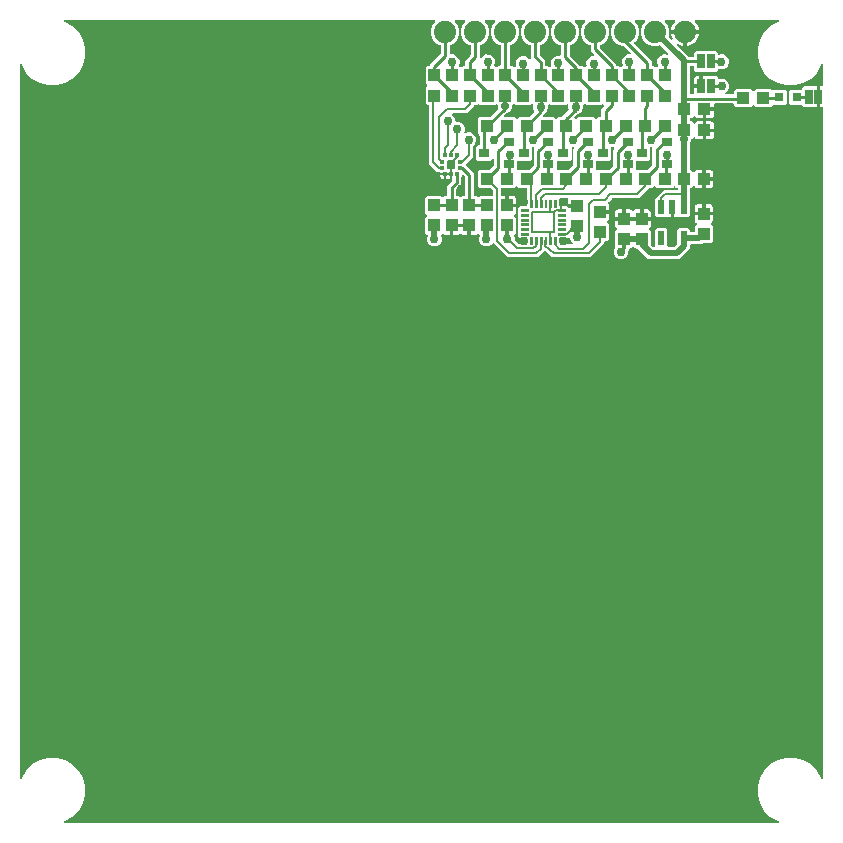
<source format=gbr>
G04 EAGLE Gerber RS-274X export*
G75*
%MOMM*%
%FSLAX34Y34*%
%LPD*%
%INTop Copper*%
%IPPOS*%
%AMOC8*
5,1,8,0,0,1.08239X$1,22.5*%
G01*
%ADD10R,1.100000X1.000000*%
%ADD11R,0.800000X0.800000*%
%ADD12R,0.635000X1.270000*%
%ADD13R,1.000000X1.100000*%
%ADD14R,0.550000X1.200000*%
%ADD15C,1.879600*%
%ADD16C,0.055000*%
%ADD17R,0.900000X0.800000*%
%ADD18R,0.325000X0.300000*%
%ADD19R,0.300000X0.325000*%
%ADD20C,0.750000*%
%ADD21C,0.200000*%
%ADD22C,0.150000*%
%ADD23C,0.254000*%
%ADD24C,0.508000*%
%ADD25C,0.304800*%
%ADD26C,0.700000*%

G36*
X651900Y10165D02*
X651900Y10165D01*
X651924Y10162D01*
X652021Y10184D01*
X652119Y10200D01*
X652141Y10212D01*
X652164Y10217D01*
X652249Y10269D01*
X652337Y10316D01*
X652353Y10333D01*
X652374Y10346D01*
X652438Y10422D01*
X652506Y10494D01*
X652516Y10516D01*
X652532Y10534D01*
X652568Y10627D01*
X652610Y10717D01*
X652612Y10741D01*
X652621Y10763D01*
X652626Y10863D01*
X652637Y10961D01*
X652632Y10985D01*
X652633Y11009D01*
X652606Y11105D01*
X652584Y11202D01*
X652572Y11222D01*
X652565Y11246D01*
X652509Y11328D01*
X652458Y11413D01*
X652440Y11429D01*
X652426Y11448D01*
X652347Y11508D01*
X652271Y11573D01*
X652249Y11582D01*
X652230Y11596D01*
X652073Y11657D01*
X651823Y11724D01*
X645516Y15366D01*
X640366Y20516D01*
X636724Y26823D01*
X634839Y33858D01*
X634839Y41142D01*
X636724Y48177D01*
X640366Y54484D01*
X645516Y59634D01*
X651823Y63276D01*
X658858Y65161D01*
X666142Y65161D01*
X673177Y63276D01*
X679484Y59634D01*
X684634Y54484D01*
X688276Y48177D01*
X688343Y47927D01*
X688353Y47904D01*
X688357Y47881D01*
X688403Y47793D01*
X688444Y47702D01*
X688460Y47685D01*
X688472Y47663D01*
X688544Y47595D01*
X688611Y47522D01*
X688632Y47511D01*
X688650Y47494D01*
X688740Y47452D01*
X688827Y47405D01*
X688851Y47401D01*
X688873Y47390D01*
X688972Y47379D01*
X689070Y47362D01*
X689094Y47366D01*
X689117Y47363D01*
X689215Y47384D01*
X689313Y47399D01*
X689334Y47410D01*
X689358Y47416D01*
X689443Y47466D01*
X689531Y47512D01*
X689548Y47529D01*
X689569Y47542D01*
X689634Y47617D01*
X689703Y47689D01*
X689713Y47710D01*
X689729Y47729D01*
X689766Y47821D01*
X689809Y47910D01*
X689812Y47934D01*
X689821Y47957D01*
X689839Y48124D01*
X689839Y615348D01*
X689836Y615368D01*
X689838Y615387D01*
X689816Y615489D01*
X689800Y615591D01*
X689790Y615608D01*
X689786Y615628D01*
X689733Y615717D01*
X689684Y615808D01*
X689670Y615822D01*
X689660Y615839D01*
X689581Y615906D01*
X689506Y615978D01*
X689488Y615986D01*
X689473Y615999D01*
X689377Y616038D01*
X689283Y616081D01*
X689263Y616083D01*
X689245Y616091D01*
X689078Y616109D01*
X687587Y616109D01*
X687587Y624238D01*
X687584Y624258D01*
X687586Y624277D01*
X687564Y624379D01*
X687547Y624481D01*
X687538Y624498D01*
X687534Y624518D01*
X687481Y624607D01*
X687432Y624698D01*
X687418Y624712D01*
X687408Y624729D01*
X687329Y624796D01*
X687254Y624867D01*
X687236Y624876D01*
X687221Y624889D01*
X687125Y624928D01*
X687031Y624971D01*
X687011Y624973D01*
X686993Y624981D01*
X686826Y624999D01*
X685302Y624999D01*
X685282Y624996D01*
X685263Y624998D01*
X685161Y624976D01*
X685059Y624959D01*
X685042Y624950D01*
X685022Y624946D01*
X684933Y624893D01*
X684842Y624844D01*
X684828Y624830D01*
X684811Y624820D01*
X684744Y624741D01*
X684673Y624666D01*
X684664Y624648D01*
X684651Y624633D01*
X684612Y624537D01*
X684569Y624443D01*
X684567Y624423D01*
X684559Y624405D01*
X684541Y624238D01*
X684541Y616109D01*
X673709Y616109D01*
X672082Y617736D01*
X672008Y617789D01*
X671938Y617849D01*
X671908Y617861D01*
X671882Y617880D01*
X671795Y617907D01*
X671710Y617941D01*
X671669Y617945D01*
X671647Y617952D01*
X671615Y617951D01*
X671543Y617959D01*
X662948Y617959D01*
X661459Y619448D01*
X661459Y629552D01*
X662948Y631041D01*
X671459Y631041D01*
X671479Y631044D01*
X671498Y631042D01*
X671600Y631064D01*
X671702Y631080D01*
X671719Y631090D01*
X671739Y631094D01*
X671828Y631147D01*
X671919Y631196D01*
X671933Y631210D01*
X671950Y631220D01*
X672017Y631299D01*
X672089Y631374D01*
X672097Y631392D01*
X672110Y631407D01*
X672149Y631503D01*
X672192Y631597D01*
X672194Y631617D01*
X672202Y631635D01*
X672220Y631802D01*
X672220Y632402D01*
X673709Y633891D01*
X684541Y633891D01*
X684541Y625762D01*
X684544Y625742D01*
X684542Y625723D01*
X684564Y625621D01*
X684581Y625519D01*
X684590Y625502D01*
X684594Y625482D01*
X684647Y625393D01*
X684696Y625302D01*
X684710Y625288D01*
X684720Y625271D01*
X684799Y625204D01*
X684874Y625133D01*
X684892Y625124D01*
X684907Y625111D01*
X685003Y625072D01*
X685097Y625029D01*
X685117Y625027D01*
X685135Y625019D01*
X685302Y625001D01*
X686826Y625001D01*
X686846Y625004D01*
X686865Y625002D01*
X686967Y625024D01*
X687069Y625041D01*
X687086Y625050D01*
X687106Y625054D01*
X687195Y625107D01*
X687286Y625156D01*
X687300Y625170D01*
X687317Y625180D01*
X687384Y625259D01*
X687455Y625334D01*
X687464Y625352D01*
X687477Y625367D01*
X687516Y625463D01*
X687559Y625557D01*
X687561Y625577D01*
X687569Y625595D01*
X687587Y625762D01*
X687587Y633891D01*
X689078Y633891D01*
X689098Y633894D01*
X689117Y633892D01*
X689219Y633914D01*
X689321Y633930D01*
X689338Y633940D01*
X689358Y633944D01*
X689447Y633997D01*
X689538Y634046D01*
X689552Y634060D01*
X689569Y634070D01*
X689636Y634149D01*
X689708Y634224D01*
X689716Y634242D01*
X689729Y634257D01*
X689768Y634353D01*
X689811Y634447D01*
X689813Y634467D01*
X689821Y634485D01*
X689839Y634652D01*
X689839Y651876D01*
X689835Y651900D01*
X689838Y651924D01*
X689816Y652021D01*
X689800Y652119D01*
X689788Y652141D01*
X689783Y652164D01*
X689731Y652249D01*
X689684Y652337D01*
X689667Y652353D01*
X689654Y652374D01*
X689578Y652438D01*
X689506Y652506D01*
X689484Y652516D01*
X689466Y652532D01*
X689373Y652568D01*
X689283Y652610D01*
X689259Y652612D01*
X689237Y652621D01*
X689137Y652626D01*
X689039Y652637D01*
X689015Y652632D01*
X688991Y652633D01*
X688895Y652606D01*
X688798Y652584D01*
X688778Y652572D01*
X688754Y652565D01*
X688672Y652509D01*
X688587Y652458D01*
X688571Y652440D01*
X688552Y652426D01*
X688492Y652347D01*
X688427Y652271D01*
X688418Y652249D01*
X688404Y652230D01*
X688343Y652073D01*
X688276Y651823D01*
X684634Y645516D01*
X679484Y640366D01*
X673177Y636724D01*
X666142Y634839D01*
X658858Y634839D01*
X651823Y636724D01*
X645516Y640366D01*
X640366Y645516D01*
X636724Y651823D01*
X634839Y658858D01*
X634839Y666142D01*
X636724Y673177D01*
X640366Y679484D01*
X645516Y684634D01*
X651823Y688276D01*
X652073Y688343D01*
X652096Y688353D01*
X652119Y688357D01*
X652207Y688403D01*
X652298Y688444D01*
X652315Y688460D01*
X652337Y688472D01*
X652405Y688544D01*
X652478Y688611D01*
X652489Y688632D01*
X652506Y688650D01*
X652548Y688740D01*
X652595Y688827D01*
X652599Y688851D01*
X652610Y688873D01*
X652621Y688972D01*
X652638Y689070D01*
X652634Y689094D01*
X652637Y689117D01*
X652616Y689215D01*
X652601Y689313D01*
X652590Y689334D01*
X652584Y689358D01*
X652534Y689443D01*
X652488Y689531D01*
X652471Y689548D01*
X652458Y689569D01*
X652383Y689634D01*
X652311Y689703D01*
X652290Y689713D01*
X652271Y689729D01*
X652179Y689766D01*
X652090Y689809D01*
X652066Y689812D01*
X652043Y689821D01*
X651876Y689839D01*
X582082Y689839D01*
X582012Y689828D01*
X581940Y689826D01*
X581891Y689808D01*
X581840Y689800D01*
X581776Y689766D01*
X581709Y689741D01*
X581668Y689709D01*
X581622Y689684D01*
X581573Y689632D01*
X581517Y689588D01*
X581489Y689544D01*
X581453Y689506D01*
X581423Y689441D01*
X581384Y689381D01*
X581371Y689330D01*
X581349Y689283D01*
X581341Y689212D01*
X581324Y689142D01*
X581328Y689090D01*
X581322Y689039D01*
X581337Y688968D01*
X581343Y688897D01*
X581363Y688849D01*
X581374Y688798D01*
X581411Y688737D01*
X581439Y688671D01*
X581484Y688615D01*
X581501Y688587D01*
X581518Y688572D01*
X581544Y688540D01*
X582306Y687778D01*
X583411Y686257D01*
X584264Y684583D01*
X584845Y682796D01*
X585046Y681523D01*
X573962Y681523D01*
X573942Y681520D01*
X573923Y681522D01*
X573821Y681500D01*
X573719Y681483D01*
X573702Y681474D01*
X573682Y681470D01*
X573593Y681417D01*
X573502Y681368D01*
X573488Y681354D01*
X573471Y681344D01*
X573404Y681265D01*
X573333Y681190D01*
X573324Y681172D01*
X573311Y681157D01*
X573273Y681061D01*
X573229Y680967D01*
X573227Y680947D01*
X573219Y680929D01*
X573201Y680762D01*
X573201Y679999D01*
X573199Y679999D01*
X573199Y680762D01*
X573196Y680782D01*
X573198Y680801D01*
X573176Y680903D01*
X573159Y681005D01*
X573150Y681022D01*
X573146Y681042D01*
X573093Y681131D01*
X573044Y681222D01*
X573030Y681236D01*
X573020Y681253D01*
X572941Y681320D01*
X572866Y681391D01*
X572848Y681400D01*
X572833Y681413D01*
X572737Y681452D01*
X572643Y681495D01*
X572623Y681497D01*
X572605Y681505D01*
X572438Y681523D01*
X561354Y681523D01*
X561555Y682796D01*
X562136Y684583D01*
X562989Y686257D01*
X564094Y687778D01*
X564856Y688540D01*
X564898Y688598D01*
X564947Y688650D01*
X564969Y688697D01*
X564999Y688739D01*
X565020Y688808D01*
X565051Y688873D01*
X565056Y688925D01*
X565072Y688975D01*
X565070Y689046D01*
X565078Y689117D01*
X565067Y689168D01*
X565065Y689220D01*
X565041Y689288D01*
X565026Y689358D01*
X564999Y689403D01*
X564981Y689451D01*
X564936Y689507D01*
X564899Y689569D01*
X564860Y689603D01*
X564827Y689643D01*
X564767Y689682D01*
X564712Y689729D01*
X564664Y689748D01*
X564620Y689776D01*
X564551Y689794D01*
X564484Y689821D01*
X564413Y689829D01*
X564382Y689837D01*
X564358Y689835D01*
X564318Y689839D01*
X556682Y689839D01*
X556612Y689828D01*
X556540Y689826D01*
X556491Y689808D01*
X556440Y689800D01*
X556376Y689766D01*
X556309Y689741D01*
X556268Y689709D01*
X556222Y689684D01*
X556173Y689632D01*
X556117Y689588D01*
X556089Y689544D01*
X556053Y689506D01*
X556023Y689441D01*
X555984Y689381D01*
X555971Y689330D01*
X555949Y689283D01*
X555941Y689212D01*
X555924Y689142D01*
X555928Y689090D01*
X555922Y689039D01*
X555937Y688968D01*
X555943Y688897D01*
X555963Y688849D01*
X555974Y688798D01*
X556011Y688737D01*
X556039Y688671D01*
X556084Y688615D01*
X556101Y688587D01*
X556118Y688572D01*
X556144Y688540D01*
X557921Y686763D01*
X559739Y682375D01*
X559739Y677625D01*
X559237Y676413D01*
X559210Y676299D01*
X559181Y676186D01*
X559182Y676180D01*
X559180Y676174D01*
X559191Y676057D01*
X559201Y675941D01*
X559203Y675935D01*
X559204Y675929D01*
X559251Y675822D01*
X559297Y675715D01*
X559302Y675709D01*
X559304Y675704D01*
X559316Y675690D01*
X559402Y675584D01*
X561405Y673580D01*
X561408Y673578D01*
X561411Y673575D01*
X561509Y673506D01*
X561605Y673437D01*
X561608Y673436D01*
X561612Y673433D01*
X561727Y673399D01*
X561840Y673364D01*
X561844Y673364D01*
X561848Y673363D01*
X561966Y673368D01*
X562086Y673371D01*
X562089Y673372D01*
X562093Y673372D01*
X562203Y673414D01*
X562317Y673455D01*
X562320Y673458D01*
X562324Y673459D01*
X562415Y673534D01*
X562509Y673609D01*
X562511Y673612D01*
X562514Y673615D01*
X562576Y673714D01*
X562642Y673816D01*
X562643Y673820D01*
X562645Y673823D01*
X562672Y673938D01*
X562702Y674054D01*
X562701Y674058D01*
X562702Y674062D01*
X562692Y674181D01*
X562683Y674300D01*
X562681Y674303D01*
X562681Y674307D01*
X562621Y674464D01*
X562136Y675417D01*
X561555Y677204D01*
X561354Y678477D01*
X571677Y678477D01*
X571677Y668154D01*
X570404Y668355D01*
X568617Y668936D01*
X567664Y669421D01*
X567660Y669423D01*
X567657Y669425D01*
X567544Y669460D01*
X567430Y669496D01*
X567426Y669496D01*
X567422Y669497D01*
X567302Y669494D01*
X567184Y669492D01*
X567180Y669491D01*
X567176Y669491D01*
X567064Y669450D01*
X566952Y669410D01*
X566949Y669408D01*
X566945Y669407D01*
X566853Y669332D01*
X566758Y669259D01*
X566756Y669255D01*
X566753Y669253D01*
X566689Y669152D01*
X566623Y669053D01*
X566622Y669049D01*
X566620Y669046D01*
X566591Y668931D01*
X566561Y668815D01*
X566561Y668811D01*
X566560Y668807D01*
X566569Y668690D01*
X566577Y668570D01*
X566579Y668566D01*
X566579Y668562D01*
X566625Y668454D01*
X566671Y668343D01*
X566674Y668339D01*
X566675Y668336D01*
X566780Y668205D01*
X573882Y661104D01*
X575952Y659034D01*
X576025Y658981D01*
X576095Y658921D01*
X576125Y658909D01*
X576151Y658890D01*
X576238Y658863D01*
X576323Y658829D01*
X576364Y658825D01*
X576386Y658818D01*
X576419Y658819D01*
X576490Y658811D01*
X580395Y658811D01*
X580415Y658814D01*
X580434Y658812D01*
X580536Y658834D01*
X580638Y658850D01*
X580655Y658860D01*
X580675Y658864D01*
X580764Y658917D01*
X580855Y658966D01*
X580869Y658980D01*
X580886Y658990D01*
X580953Y659069D01*
X581025Y659144D01*
X581033Y659162D01*
X581046Y659177D01*
X581085Y659273D01*
X581128Y659367D01*
X581130Y659387D01*
X581138Y659405D01*
X581156Y659572D01*
X581156Y662402D01*
X582645Y663891D01*
X599227Y663891D01*
X600716Y662402D01*
X600716Y661088D01*
X600723Y661043D01*
X600721Y660997D01*
X600743Y660922D01*
X600755Y660845D01*
X600777Y660805D01*
X600790Y660761D01*
X600834Y660697D01*
X600871Y660628D01*
X600904Y660596D01*
X600930Y660558D01*
X600992Y660512D01*
X601049Y660458D01*
X601091Y660439D01*
X601127Y660412D01*
X601201Y660388D01*
X601272Y660355D01*
X601318Y660350D01*
X601361Y660336D01*
X601439Y660336D01*
X601516Y660328D01*
X601561Y660337D01*
X601607Y660338D01*
X601739Y660376D01*
X601757Y660380D01*
X601761Y660383D01*
X601768Y660385D01*
X602749Y660791D01*
X605251Y660791D01*
X607563Y659833D01*
X609333Y658063D01*
X610291Y655751D01*
X610291Y653249D01*
X609333Y650937D01*
X607563Y649167D01*
X605251Y648209D01*
X602749Y648209D01*
X601768Y648615D01*
X601724Y648626D01*
X601682Y648645D01*
X601605Y648654D01*
X601529Y648672D01*
X601483Y648667D01*
X601438Y648672D01*
X601361Y648656D01*
X601284Y648648D01*
X601242Y648630D01*
X601197Y648620D01*
X601130Y648580D01*
X601059Y648548D01*
X601025Y648517D01*
X600986Y648494D01*
X600935Y648435D01*
X600878Y648382D01*
X600856Y648342D01*
X600826Y648307D01*
X600797Y648235D01*
X600760Y648167D01*
X600751Y648121D01*
X600734Y648079D01*
X600719Y647943D01*
X600716Y647925D01*
X600717Y647920D01*
X600716Y647912D01*
X600716Y647598D01*
X599227Y646109D01*
X582645Y646109D01*
X581156Y647598D01*
X581156Y650428D01*
X581153Y650448D01*
X581155Y650467D01*
X581133Y650569D01*
X581117Y650671D01*
X581107Y650688D01*
X581103Y650708D01*
X581050Y650797D01*
X581001Y650888D01*
X580987Y650902D01*
X580977Y650919D01*
X580898Y650986D01*
X580823Y651058D01*
X580805Y651066D01*
X580790Y651079D01*
X580694Y651118D01*
X580600Y651161D01*
X580580Y651163D01*
X580562Y651171D01*
X580395Y651189D01*
X577842Y651189D01*
X577822Y651186D01*
X577803Y651188D01*
X577701Y651166D01*
X577599Y651150D01*
X577582Y651140D01*
X577562Y651136D01*
X577473Y651083D01*
X577382Y651034D01*
X577368Y651020D01*
X577351Y651010D01*
X577284Y650931D01*
X577212Y650856D01*
X577204Y650838D01*
X577191Y650823D01*
X577152Y650727D01*
X577109Y650633D01*
X577107Y650613D01*
X577099Y650595D01*
X577081Y650428D01*
X577081Y627690D01*
X577084Y627670D01*
X577082Y627651D01*
X577104Y627549D01*
X577120Y627447D01*
X577130Y627430D01*
X577134Y627410D01*
X577187Y627321D01*
X577236Y627230D01*
X577250Y627216D01*
X577260Y627199D01*
X577339Y627132D01*
X577414Y627060D01*
X577432Y627052D01*
X577447Y627039D01*
X577543Y627000D01*
X577637Y626957D01*
X577657Y626955D01*
X577675Y626947D01*
X577842Y626929D01*
X580395Y626929D01*
X580415Y626932D01*
X580434Y626930D01*
X580536Y626952D01*
X580638Y626968D01*
X580655Y626978D01*
X580675Y626982D01*
X580764Y627035D01*
X580855Y627084D01*
X580869Y627098D01*
X580886Y627108D01*
X580953Y627187D01*
X581025Y627262D01*
X581033Y627280D01*
X581046Y627295D01*
X581085Y627391D01*
X581128Y627485D01*
X581130Y627505D01*
X581138Y627523D01*
X581156Y627690D01*
X581156Y632477D01*
X586110Y632477D01*
X586130Y632480D01*
X586149Y632478D01*
X586251Y632500D01*
X586353Y632517D01*
X586370Y632526D01*
X586390Y632530D01*
X586479Y632583D01*
X586570Y632632D01*
X586584Y632646D01*
X586601Y632656D01*
X586668Y632735D01*
X586739Y632810D01*
X586748Y632828D01*
X586761Y632843D01*
X586800Y632939D01*
X586843Y633033D01*
X586845Y633053D01*
X586853Y633071D01*
X586871Y633238D01*
X586871Y634001D01*
X587634Y634001D01*
X587654Y634004D01*
X587673Y634002D01*
X587775Y634024D01*
X587877Y634041D01*
X587894Y634050D01*
X587914Y634054D01*
X588003Y634107D01*
X588094Y634156D01*
X588108Y634170D01*
X588125Y634180D01*
X588192Y634259D01*
X588263Y634334D01*
X588272Y634352D01*
X588285Y634367D01*
X588324Y634463D01*
X588367Y634557D01*
X588369Y634577D01*
X588377Y634595D01*
X588395Y634762D01*
X588395Y642891D01*
X599227Y642891D01*
X600716Y641402D01*
X600716Y640381D01*
X600723Y640336D01*
X600721Y640290D01*
X600743Y640215D01*
X600755Y640138D01*
X600777Y640098D01*
X600790Y640053D01*
X600834Y639989D01*
X600871Y639921D01*
X600904Y639889D01*
X600930Y639851D01*
X600992Y639805D01*
X601049Y639751D01*
X601091Y639732D01*
X601127Y639705D01*
X601201Y639680D01*
X601272Y639648D01*
X601318Y639643D01*
X601361Y639628D01*
X601439Y639629D01*
X601516Y639621D01*
X601561Y639630D01*
X601607Y639631D01*
X601739Y639669D01*
X601757Y639673D01*
X601761Y639675D01*
X601768Y639678D01*
X603249Y640291D01*
X605751Y640291D01*
X608063Y639333D01*
X609833Y637563D01*
X610791Y635251D01*
X610791Y632749D01*
X609833Y630437D01*
X608063Y628667D01*
X607403Y628393D01*
X607320Y628342D01*
X607234Y628296D01*
X607216Y628277D01*
X607194Y628264D01*
X607131Y628189D01*
X607064Y628118D01*
X607053Y628094D01*
X607037Y628074D01*
X607002Y627983D01*
X606961Y627895D01*
X606958Y627869D01*
X606949Y627845D01*
X606944Y627747D01*
X606934Y627651D01*
X606939Y627625D01*
X606938Y627599D01*
X606965Y627505D01*
X606986Y627410D01*
X606999Y627388D01*
X607007Y627363D01*
X607062Y627283D01*
X607112Y627199D01*
X607132Y627182D01*
X607147Y627161D01*
X607225Y627102D01*
X607299Y627039D01*
X607323Y627029D01*
X607344Y627014D01*
X607437Y626984D01*
X607527Y626947D01*
X607560Y626944D01*
X607578Y626938D01*
X607611Y626938D01*
X607694Y626929D01*
X613698Y626929D01*
X613718Y626932D01*
X613737Y626930D01*
X613839Y626952D01*
X613941Y626968D01*
X613958Y626978D01*
X613978Y626982D01*
X614067Y627035D01*
X614158Y627084D01*
X614172Y627098D01*
X614189Y627108D01*
X614256Y627187D01*
X614328Y627262D01*
X614336Y627280D01*
X614349Y627295D01*
X614388Y627391D01*
X614431Y627485D01*
X614433Y627505D01*
X614441Y627523D01*
X614459Y627690D01*
X614459Y630052D01*
X615948Y631541D01*
X629052Y631541D01*
X630462Y630131D01*
X630478Y630120D01*
X630490Y630104D01*
X630578Y630048D01*
X630661Y629988D01*
X630680Y629982D01*
X630697Y629971D01*
X630798Y629946D01*
X630897Y629916D01*
X630916Y629916D01*
X630936Y629911D01*
X631039Y629919D01*
X631142Y629922D01*
X631161Y629929D01*
X631181Y629930D01*
X631276Y629971D01*
X631373Y630006D01*
X631389Y630019D01*
X631407Y630027D01*
X631538Y630131D01*
X632948Y631541D01*
X646052Y631541D01*
X646712Y630881D01*
X646728Y630870D01*
X646740Y630854D01*
X646828Y630798D01*
X646911Y630738D01*
X646930Y630732D01*
X646947Y630721D01*
X647048Y630696D01*
X647147Y630666D01*
X647166Y630666D01*
X647186Y630661D01*
X647289Y630669D01*
X647392Y630672D01*
X647411Y630679D01*
X647431Y630680D01*
X647526Y630721D01*
X647623Y630756D01*
X647639Y630769D01*
X647657Y630777D01*
X647788Y630881D01*
X647948Y631041D01*
X658052Y631041D01*
X659541Y629552D01*
X659541Y619448D01*
X658052Y617959D01*
X647868Y617959D01*
X647778Y617945D01*
X647687Y617937D01*
X647657Y617925D01*
X647625Y617920D01*
X647544Y617877D01*
X647460Y617841D01*
X647428Y617815D01*
X647408Y617804D01*
X647385Y617781D01*
X647329Y617736D01*
X646052Y616459D01*
X632948Y616459D01*
X631538Y617869D01*
X631522Y617880D01*
X631510Y617896D01*
X631422Y617952D01*
X631339Y618012D01*
X631320Y618018D01*
X631303Y618029D01*
X631202Y618054D01*
X631103Y618084D01*
X631084Y618084D01*
X631064Y618089D01*
X630961Y618081D01*
X630858Y618078D01*
X630839Y618071D01*
X630819Y618070D01*
X630724Y618029D01*
X630627Y617994D01*
X630611Y617981D01*
X630593Y617973D01*
X630462Y617869D01*
X629052Y616459D01*
X615948Y616459D01*
X614459Y617948D01*
X614459Y618546D01*
X614456Y618566D01*
X614458Y618585D01*
X614436Y618687D01*
X614420Y618789D01*
X614410Y618806D01*
X614406Y618826D01*
X614353Y618915D01*
X614304Y619006D01*
X614290Y619020D01*
X614280Y619037D01*
X614201Y619104D01*
X614126Y619176D01*
X614108Y619184D01*
X614093Y619197D01*
X613997Y619236D01*
X613903Y619279D01*
X613883Y619281D01*
X613865Y619289D01*
X613698Y619307D01*
X598302Y619307D01*
X598282Y619304D01*
X598263Y619306D01*
X598161Y619284D01*
X598059Y619268D01*
X598042Y619258D01*
X598022Y619254D01*
X597933Y619201D01*
X597842Y619152D01*
X597828Y619138D01*
X597811Y619128D01*
X597744Y619049D01*
X597672Y618974D01*
X597664Y618956D01*
X597651Y618941D01*
X597612Y618845D01*
X597569Y618751D01*
X597567Y618731D01*
X597559Y618713D01*
X597541Y618546D01*
X597541Y616023D01*
X590262Y616023D01*
X590242Y616020D01*
X590223Y616022D01*
X590121Y616000D01*
X590019Y615983D01*
X590002Y615974D01*
X589982Y615970D01*
X589893Y615917D01*
X589802Y615868D01*
X589788Y615854D01*
X589771Y615844D01*
X589704Y615765D01*
X589633Y615690D01*
X589624Y615672D01*
X589611Y615657D01*
X589572Y615561D01*
X589529Y615467D01*
X589527Y615447D01*
X589519Y615429D01*
X589501Y615262D01*
X589501Y614499D01*
X588738Y614499D01*
X588718Y614496D01*
X588699Y614498D01*
X588597Y614476D01*
X588495Y614459D01*
X588478Y614450D01*
X588458Y614446D01*
X588369Y614393D01*
X588278Y614344D01*
X588264Y614330D01*
X588247Y614320D01*
X588180Y614241D01*
X588109Y614166D01*
X588100Y614148D01*
X588087Y614133D01*
X588048Y614037D01*
X588005Y613943D01*
X588003Y613923D01*
X587995Y613905D01*
X587977Y613738D01*
X587977Y606959D01*
X583666Y606959D01*
X583019Y607132D01*
X582440Y607467D01*
X581967Y607940D01*
X581755Y608307D01*
X581679Y608399D01*
X581606Y608492D01*
X581602Y608494D01*
X581599Y608497D01*
X581498Y608561D01*
X581399Y608625D01*
X581395Y608626D01*
X581391Y608628D01*
X581275Y608656D01*
X581160Y608685D01*
X581156Y608684D01*
X581152Y608685D01*
X581033Y608675D01*
X580915Y608666D01*
X580911Y608664D01*
X580907Y608664D01*
X580797Y608616D01*
X580689Y608569D01*
X580685Y608566D01*
X580682Y608565D01*
X580671Y608555D01*
X580558Y608464D01*
X579052Y606959D01*
X578342Y606959D01*
X578322Y606956D01*
X578303Y606958D01*
X578201Y606936D01*
X578099Y606920D01*
X578082Y606910D01*
X578062Y606906D01*
X577973Y606853D01*
X577882Y606804D01*
X577868Y606790D01*
X577851Y606780D01*
X577784Y606701D01*
X577712Y606626D01*
X577704Y606608D01*
X577691Y606593D01*
X577652Y606497D01*
X577609Y606403D01*
X577607Y606383D01*
X577599Y606365D01*
X577581Y606198D01*
X577581Y604802D01*
X577584Y604782D01*
X577582Y604763D01*
X577604Y604661D01*
X577620Y604559D01*
X577630Y604542D01*
X577634Y604522D01*
X577687Y604433D01*
X577736Y604342D01*
X577750Y604328D01*
X577760Y604311D01*
X577839Y604244D01*
X577914Y604172D01*
X577932Y604164D01*
X577947Y604151D01*
X578043Y604112D01*
X578137Y604069D01*
X578157Y604067D01*
X578175Y604059D01*
X578342Y604041D01*
X579052Y604041D01*
X580558Y602536D01*
X580653Y602467D01*
X580750Y602396D01*
X580754Y602394D01*
X580757Y602392D01*
X580870Y602357D01*
X580984Y602321D01*
X580988Y602321D01*
X580992Y602320D01*
X581111Y602323D01*
X581230Y602325D01*
X581234Y602326D01*
X581238Y602326D01*
X581350Y602367D01*
X581462Y602406D01*
X581465Y602409D01*
X581469Y602410D01*
X581563Y602485D01*
X581656Y602558D01*
X581659Y602562D01*
X581661Y602564D01*
X581669Y602576D01*
X581755Y602693D01*
X581967Y603060D01*
X582440Y603533D01*
X583019Y603868D01*
X583666Y604041D01*
X587977Y604041D01*
X587977Y597262D01*
X587980Y597242D01*
X587978Y597223D01*
X588000Y597121D01*
X588017Y597019D01*
X588026Y597002D01*
X588030Y596982D01*
X588083Y596893D01*
X588132Y596802D01*
X588146Y596788D01*
X588156Y596771D01*
X588235Y596704D01*
X588310Y596633D01*
X588328Y596624D01*
X588343Y596611D01*
X588439Y596572D01*
X588533Y596529D01*
X588553Y596527D01*
X588571Y596519D01*
X588738Y596501D01*
X589501Y596501D01*
X589501Y596499D01*
X588738Y596499D01*
X588718Y596496D01*
X588699Y596498D01*
X588597Y596476D01*
X588495Y596459D01*
X588478Y596450D01*
X588458Y596446D01*
X588369Y596393D01*
X588278Y596344D01*
X588264Y596330D01*
X588247Y596320D01*
X588180Y596241D01*
X588109Y596166D01*
X588100Y596148D01*
X588087Y596133D01*
X588048Y596037D01*
X588005Y595943D01*
X588003Y595923D01*
X587995Y595905D01*
X587977Y595738D01*
X587977Y588959D01*
X583666Y588959D01*
X583019Y589132D01*
X582440Y589467D01*
X581967Y589940D01*
X581755Y590307D01*
X581679Y590399D01*
X581606Y590492D01*
X581602Y590494D01*
X581599Y590497D01*
X581498Y590561D01*
X581399Y590625D01*
X581395Y590626D01*
X581391Y590628D01*
X581275Y590656D01*
X581160Y590685D01*
X581156Y590684D01*
X581152Y590685D01*
X581033Y590675D01*
X580915Y590666D01*
X580911Y590664D01*
X580907Y590664D01*
X580797Y590616D01*
X580689Y590569D01*
X580685Y590566D01*
X580682Y590565D01*
X580671Y590555D01*
X580558Y590464D01*
X579052Y588959D01*
X579032Y588956D01*
X579013Y588958D01*
X578911Y588936D01*
X578809Y588920D01*
X578792Y588910D01*
X578772Y588906D01*
X578683Y588853D01*
X578592Y588804D01*
X578578Y588790D01*
X578561Y588780D01*
X578494Y588701D01*
X578422Y588626D01*
X578414Y588608D01*
X578401Y588593D01*
X578362Y588497D01*
X578319Y588403D01*
X578317Y588383D01*
X578309Y588365D01*
X578291Y588198D01*
X578291Y587749D01*
X577333Y585437D01*
X577304Y585407D01*
X577256Y585341D01*
X577248Y585333D01*
X577246Y585328D01*
X577191Y585264D01*
X577179Y585234D01*
X577160Y585207D01*
X577133Y585121D01*
X577099Y585036D01*
X577095Y584995D01*
X577088Y584972D01*
X577089Y584940D01*
X577081Y584869D01*
X577081Y563802D01*
X577084Y563782D01*
X577082Y563763D01*
X577104Y563661D01*
X577120Y563559D01*
X577130Y563542D01*
X577134Y563522D01*
X577187Y563433D01*
X577236Y563342D01*
X577250Y563328D01*
X577260Y563311D01*
X577339Y563244D01*
X577414Y563172D01*
X577432Y563164D01*
X577447Y563151D01*
X577543Y563112D01*
X577637Y563069D01*
X577657Y563067D01*
X577675Y563059D01*
X577842Y563041D01*
X578552Y563041D01*
X580058Y561536D01*
X580153Y561467D01*
X580250Y561396D01*
X580254Y561394D01*
X580257Y561392D01*
X580370Y561357D01*
X580484Y561321D01*
X580488Y561321D01*
X580492Y561320D01*
X580611Y561323D01*
X580730Y561325D01*
X580734Y561326D01*
X580738Y561326D01*
X580850Y561367D01*
X580962Y561406D01*
X580965Y561409D01*
X580969Y561410D01*
X581063Y561485D01*
X581156Y561558D01*
X581159Y561562D01*
X581161Y561564D01*
X581169Y561576D01*
X581255Y561693D01*
X581467Y562060D01*
X581940Y562533D01*
X582519Y562868D01*
X583166Y563041D01*
X587477Y563041D01*
X587477Y556262D01*
X587480Y556242D01*
X587478Y556223D01*
X587500Y556121D01*
X587517Y556019D01*
X587526Y556002D01*
X587530Y555982D01*
X587583Y555893D01*
X587632Y555802D01*
X587646Y555788D01*
X587656Y555771D01*
X587735Y555704D01*
X587810Y555633D01*
X587828Y555624D01*
X587843Y555611D01*
X587939Y555572D01*
X588033Y555529D01*
X588053Y555527D01*
X588071Y555519D01*
X588238Y555501D01*
X589001Y555501D01*
X589001Y555499D01*
X588238Y555499D01*
X588218Y555496D01*
X588199Y555498D01*
X588097Y555476D01*
X587995Y555459D01*
X587978Y555450D01*
X587958Y555446D01*
X587869Y555393D01*
X587778Y555344D01*
X587764Y555330D01*
X587747Y555320D01*
X587680Y555241D01*
X587609Y555166D01*
X587600Y555148D01*
X587587Y555133D01*
X587548Y555037D01*
X587505Y554943D01*
X587503Y554923D01*
X587495Y554905D01*
X587477Y554738D01*
X587477Y547959D01*
X583166Y547959D01*
X582519Y548132D01*
X581940Y548467D01*
X581467Y548940D01*
X581255Y549307D01*
X581179Y549399D01*
X581106Y549492D01*
X581102Y549494D01*
X581099Y549497D01*
X580998Y549561D01*
X580899Y549625D01*
X580895Y549626D01*
X580891Y549628D01*
X580775Y549656D01*
X580660Y549685D01*
X580656Y549684D01*
X580652Y549685D01*
X580533Y549675D01*
X580415Y549666D01*
X580411Y549664D01*
X580407Y549664D01*
X580297Y549616D01*
X580189Y549569D01*
X580185Y549566D01*
X580182Y549565D01*
X580171Y549555D01*
X580058Y549464D01*
X578552Y547959D01*
X577842Y547959D01*
X577822Y547956D01*
X577803Y547958D01*
X577701Y547936D01*
X577599Y547920D01*
X577582Y547910D01*
X577562Y547906D01*
X577473Y547853D01*
X577382Y547804D01*
X577368Y547790D01*
X577351Y547780D01*
X577284Y547701D01*
X577212Y547626D01*
X577204Y547608D01*
X577191Y547593D01*
X577152Y547497D01*
X577109Y547403D01*
X577107Y547383D01*
X577099Y547365D01*
X577081Y547198D01*
X577081Y539079D01*
X577095Y538989D01*
X577103Y538898D01*
X577115Y538868D01*
X577120Y538836D01*
X577163Y538755D01*
X577199Y538671D01*
X577225Y538639D01*
X577236Y538619D01*
X577259Y538596D01*
X577291Y538557D01*
X577291Y524449D01*
X575802Y522960D01*
X568198Y522960D01*
X567781Y523377D01*
X567745Y523403D01*
X567716Y523435D01*
X567646Y523474D01*
X567581Y523520D01*
X567539Y523533D01*
X567501Y523555D01*
X567423Y523569D01*
X567346Y523593D01*
X567302Y523592D01*
X567259Y523600D01*
X567180Y523589D01*
X567100Y523586D01*
X567059Y523571D01*
X567016Y523565D01*
X566882Y523507D01*
X566869Y523502D01*
X566867Y523500D01*
X566862Y523498D01*
X566231Y523133D01*
X565584Y522960D01*
X563874Y522960D01*
X563874Y530888D01*
X563873Y530895D01*
X563872Y530899D01*
X563871Y530907D01*
X563873Y530927D01*
X563851Y531029D01*
X563835Y531131D01*
X563825Y531148D01*
X563821Y531168D01*
X563768Y531257D01*
X563719Y531348D01*
X563705Y531362D01*
X563695Y531379D01*
X563616Y531446D01*
X563541Y531517D01*
X563523Y531526D01*
X563508Y531539D01*
X563412Y531577D01*
X563318Y531621D01*
X563298Y531623D01*
X563280Y531631D01*
X563113Y531649D01*
X561887Y531649D01*
X561867Y531646D01*
X561847Y531648D01*
X561746Y531626D01*
X561644Y531609D01*
X561627Y531600D01*
X561607Y531596D01*
X561518Y531543D01*
X561427Y531494D01*
X561413Y531480D01*
X561396Y531470D01*
X561329Y531391D01*
X561257Y531316D01*
X561249Y531298D01*
X561236Y531283D01*
X561197Y531186D01*
X561154Y531093D01*
X561152Y531073D01*
X561144Y531055D01*
X561126Y530888D01*
X561126Y522960D01*
X559416Y522960D01*
X558769Y523133D01*
X558138Y523498D01*
X558097Y523513D01*
X558060Y523537D01*
X557983Y523557D01*
X557908Y523585D01*
X557864Y523587D01*
X557822Y523597D01*
X557742Y523591D01*
X557662Y523594D01*
X557620Y523581D01*
X557576Y523578D01*
X557503Y523547D01*
X557426Y523524D01*
X557390Y523499D01*
X557350Y523482D01*
X557236Y523391D01*
X557225Y523383D01*
X557223Y523380D01*
X557219Y523377D01*
X556802Y522960D01*
X549198Y522960D01*
X547709Y524449D01*
X547709Y538553D01*
X549236Y540080D01*
X549289Y540154D01*
X549349Y540224D01*
X549361Y540254D01*
X549380Y540280D01*
X549407Y540367D01*
X549438Y540446D01*
X555033Y546041D01*
X566158Y546041D01*
X566178Y546044D01*
X566197Y546042D01*
X566299Y546064D01*
X566401Y546080D01*
X566418Y546090D01*
X566438Y546094D01*
X566527Y546147D01*
X566618Y546196D01*
X566632Y546210D01*
X566649Y546220D01*
X566716Y546299D01*
X566788Y546374D01*
X566796Y546392D01*
X566809Y546407D01*
X566848Y546503D01*
X566891Y546597D01*
X566893Y546617D01*
X566901Y546635D01*
X566919Y546802D01*
X566919Y547198D01*
X566916Y547218D01*
X566918Y547237D01*
X566896Y547339D01*
X566880Y547441D01*
X566870Y547458D01*
X566866Y547478D01*
X566813Y547567D01*
X566764Y547658D01*
X566750Y547672D01*
X566740Y547689D01*
X566661Y547756D01*
X566586Y547828D01*
X566568Y547836D01*
X566553Y547849D01*
X566457Y547888D01*
X566363Y547931D01*
X566343Y547933D01*
X566325Y547941D01*
X566158Y547959D01*
X565448Y547959D01*
X564538Y548869D01*
X564522Y548880D01*
X564510Y548896D01*
X564422Y548952D01*
X564339Y549012D01*
X564320Y549018D01*
X564303Y549029D01*
X564202Y549054D01*
X564103Y549084D01*
X564084Y549084D01*
X564064Y549089D01*
X563961Y549081D01*
X563858Y549078D01*
X563839Y549071D01*
X563819Y549070D01*
X563724Y549029D01*
X563627Y548994D01*
X563611Y548981D01*
X563593Y548973D01*
X563462Y548869D01*
X562552Y547959D01*
X549448Y547959D01*
X548038Y549369D01*
X548022Y549380D01*
X548010Y549396D01*
X547922Y549452D01*
X547839Y549512D01*
X547820Y549518D01*
X547803Y549529D01*
X547702Y549554D01*
X547603Y549584D01*
X547584Y549584D01*
X547564Y549589D01*
X547461Y549581D01*
X547358Y549578D01*
X547339Y549571D01*
X547319Y549570D01*
X547224Y549529D01*
X547127Y549494D01*
X547111Y549481D01*
X547093Y549473D01*
X546962Y549369D01*
X545552Y547959D01*
X543282Y547959D01*
X543192Y547945D01*
X543101Y547937D01*
X543071Y547925D01*
X543039Y547920D01*
X542959Y547877D01*
X542875Y547841D01*
X542843Y547815D01*
X542822Y547804D01*
X542800Y547781D01*
X542744Y547736D01*
X540244Y545236D01*
X536264Y541256D01*
X533967Y538959D01*
X511782Y538959D01*
X511692Y538945D01*
X511601Y538937D01*
X511571Y538925D01*
X511539Y538920D01*
X511459Y538877D01*
X511375Y538841D01*
X511343Y538815D01*
X511322Y538804D01*
X511300Y538781D01*
X511244Y538736D01*
X508764Y536256D01*
X508089Y535581D01*
X508077Y535565D01*
X508061Y535552D01*
X508005Y535465D01*
X507945Y535381D01*
X507939Y535362D01*
X507928Y535345D01*
X507903Y535245D01*
X507873Y535146D01*
X507873Y535126D01*
X507868Y535106D01*
X507876Y535004D01*
X507879Y534900D01*
X507886Y534881D01*
X507888Y534861D01*
X507928Y534766D01*
X507963Y534669D01*
X507976Y534654D01*
X507984Y534635D01*
X508005Y534609D01*
X508368Y533981D01*
X508541Y533334D01*
X508541Y529023D01*
X501762Y529023D01*
X501742Y529020D01*
X501723Y529022D01*
X501621Y529000D01*
X501519Y528983D01*
X501502Y528974D01*
X501482Y528970D01*
X501393Y528917D01*
X501302Y528868D01*
X501288Y528854D01*
X501271Y528844D01*
X501204Y528765D01*
X501133Y528690D01*
X501124Y528672D01*
X501111Y528657D01*
X501072Y528561D01*
X501029Y528467D01*
X501027Y528447D01*
X501019Y528429D01*
X501001Y528262D01*
X501001Y526738D01*
X501004Y526718D01*
X501002Y526699D01*
X501024Y526597D01*
X501041Y526495D01*
X501050Y526478D01*
X501054Y526458D01*
X501107Y526369D01*
X501156Y526278D01*
X501170Y526264D01*
X501180Y526247D01*
X501259Y526180D01*
X501334Y526109D01*
X501352Y526100D01*
X501367Y526087D01*
X501463Y526048D01*
X501557Y526005D01*
X501577Y526003D01*
X501595Y525995D01*
X501762Y525977D01*
X508541Y525977D01*
X508541Y521666D01*
X508368Y521019D01*
X508033Y520440D01*
X507560Y519967D01*
X507193Y519755D01*
X507100Y519679D01*
X507008Y519606D01*
X507006Y519602D01*
X507003Y519599D01*
X506939Y519498D01*
X506875Y519399D01*
X506874Y519395D01*
X506872Y519391D01*
X506844Y519275D01*
X506815Y519160D01*
X506816Y519156D01*
X506815Y519152D01*
X506825Y519033D01*
X506834Y518915D01*
X506836Y518911D01*
X506836Y518907D01*
X506884Y518797D01*
X506931Y518689D01*
X506934Y518685D01*
X506935Y518682D01*
X506945Y518671D01*
X507036Y518558D01*
X508541Y517052D01*
X508541Y503948D01*
X507052Y502459D01*
X505302Y502459D01*
X505282Y502456D01*
X505263Y502458D01*
X505161Y502436D01*
X505059Y502420D01*
X505042Y502410D01*
X505022Y502406D01*
X504933Y502353D01*
X504842Y502304D01*
X504828Y502290D01*
X504811Y502280D01*
X504744Y502201D01*
X504672Y502126D01*
X504664Y502108D01*
X504651Y502093D01*
X504612Y501997D01*
X504569Y501903D01*
X504567Y501883D01*
X504559Y501865D01*
X504541Y501698D01*
X504541Y500533D01*
X492967Y488959D01*
X461911Y488959D01*
X461900Y488958D01*
X461884Y488959D01*
X460420Y488906D01*
X459384Y489942D01*
X459376Y489948D01*
X459365Y489961D01*
X454819Y494193D01*
X454814Y494196D01*
X454810Y494201D01*
X454711Y494265D01*
X454614Y494329D01*
X454608Y494331D01*
X454603Y494334D01*
X454489Y494363D01*
X454377Y494393D01*
X454371Y494393D01*
X454365Y494394D01*
X454249Y494385D01*
X454131Y494378D01*
X454125Y494376D01*
X454119Y494375D01*
X454012Y494329D01*
X453903Y494285D01*
X453899Y494281D01*
X453893Y494279D01*
X453762Y494174D01*
X450844Y491256D01*
X448547Y488959D01*
X423033Y488959D01*
X420736Y491256D01*
X411233Y500760D01*
X411217Y500771D01*
X411204Y500787D01*
X411117Y500843D01*
X411033Y500903D01*
X411014Y500909D01*
X410997Y500920D01*
X410897Y500945D01*
X410798Y500976D01*
X410778Y500975D01*
X410759Y500980D01*
X410656Y500972D01*
X410552Y500969D01*
X410533Y500962D01*
X410514Y500961D01*
X410419Y500921D01*
X410321Y500885D01*
X410305Y500872D01*
X410287Y500865D01*
X410156Y500760D01*
X408563Y499167D01*
X406251Y498209D01*
X403749Y498209D01*
X401437Y499167D01*
X399667Y500937D01*
X398709Y503249D01*
X398709Y505751D01*
X399378Y507365D01*
X399404Y507478D01*
X399433Y507592D01*
X399432Y507598D01*
X399434Y507604D01*
X399423Y507721D01*
X399414Y507837D01*
X399411Y507843D01*
X399411Y507849D01*
X399363Y507957D01*
X399317Y508063D01*
X399313Y508069D01*
X399311Y508074D01*
X399298Y508088D01*
X399213Y508194D01*
X398538Y508869D01*
X398522Y508880D01*
X398510Y508896D01*
X398422Y508952D01*
X398339Y509012D01*
X398320Y509018D01*
X398303Y509029D01*
X398202Y509054D01*
X398103Y509084D01*
X398084Y509084D01*
X398064Y509089D01*
X397961Y509081D01*
X397858Y509078D01*
X397839Y509071D01*
X397819Y509070D01*
X397724Y509029D01*
X397627Y508994D01*
X397611Y508981D01*
X397593Y508973D01*
X397462Y508869D01*
X397060Y508467D01*
X396481Y508132D01*
X395834Y507959D01*
X392023Y507959D01*
X392023Y515238D01*
X392020Y515258D01*
X392022Y515277D01*
X392000Y515379D01*
X391983Y515481D01*
X391974Y515498D01*
X391970Y515518D01*
X391917Y515607D01*
X391868Y515698D01*
X391854Y515712D01*
X391844Y515729D01*
X391765Y515796D01*
X391690Y515867D01*
X391672Y515876D01*
X391657Y515889D01*
X391561Y515928D01*
X391467Y515971D01*
X391447Y515973D01*
X391429Y515981D01*
X391262Y515999D01*
X390499Y515999D01*
X390499Y516762D01*
X390496Y516782D01*
X390498Y516801D01*
X390476Y516903D01*
X390459Y517005D01*
X390450Y517022D01*
X390446Y517042D01*
X390393Y517131D01*
X390344Y517222D01*
X390330Y517236D01*
X390320Y517253D01*
X390241Y517320D01*
X390166Y517391D01*
X390148Y517400D01*
X390133Y517413D01*
X390037Y517452D01*
X389943Y517495D01*
X389923Y517497D01*
X389905Y517505D01*
X389738Y517523D01*
X376262Y517523D01*
X376242Y517520D01*
X376223Y517522D01*
X376121Y517500D01*
X376019Y517483D01*
X376002Y517474D01*
X375982Y517470D01*
X375893Y517417D01*
X375802Y517368D01*
X375788Y517354D01*
X375771Y517344D01*
X375704Y517265D01*
X375633Y517190D01*
X375624Y517172D01*
X375611Y517157D01*
X375572Y517061D01*
X375529Y516967D01*
X375527Y516947D01*
X375519Y516929D01*
X375501Y516762D01*
X375501Y515999D01*
X374738Y515999D01*
X374718Y515996D01*
X374699Y515998D01*
X374597Y515976D01*
X374495Y515959D01*
X374478Y515950D01*
X374458Y515946D01*
X374369Y515893D01*
X374278Y515844D01*
X374264Y515830D01*
X374247Y515820D01*
X374180Y515741D01*
X374109Y515666D01*
X374100Y515648D01*
X374087Y515633D01*
X374048Y515537D01*
X374005Y515443D01*
X374003Y515423D01*
X373995Y515405D01*
X373977Y515238D01*
X373977Y507959D01*
X370166Y507959D01*
X369519Y508132D01*
X368940Y508467D01*
X368538Y508869D01*
X368522Y508880D01*
X368510Y508896D01*
X368422Y508952D01*
X368339Y509012D01*
X368320Y509018D01*
X368303Y509029D01*
X368202Y509054D01*
X368103Y509084D01*
X368084Y509084D01*
X368064Y509089D01*
X367961Y509081D01*
X367858Y509078D01*
X367839Y509071D01*
X367819Y509070D01*
X367724Y509029D01*
X367627Y508994D01*
X367611Y508981D01*
X367593Y508973D01*
X367462Y508869D01*
X366787Y508194D01*
X366720Y508100D01*
X366650Y508006D01*
X366648Y508000D01*
X366644Y507995D01*
X366610Y507884D01*
X366573Y507772D01*
X366573Y507765D01*
X366572Y507760D01*
X366575Y507643D01*
X366576Y507526D01*
X366578Y507519D01*
X366578Y507514D01*
X366584Y507496D01*
X366622Y507365D01*
X367291Y505751D01*
X367291Y503249D01*
X366333Y500937D01*
X364563Y499167D01*
X362251Y498209D01*
X359749Y498209D01*
X357437Y499167D01*
X355667Y500937D01*
X354709Y503249D01*
X354709Y505751D01*
X355188Y506907D01*
X355198Y506951D01*
X355218Y506993D01*
X355226Y507070D01*
X355244Y507146D01*
X355240Y507192D01*
X355245Y507237D01*
X355228Y507314D01*
X355221Y507391D01*
X355202Y507433D01*
X355193Y507478D01*
X355153Y507545D01*
X355121Y507616D01*
X355090Y507650D01*
X355066Y507689D01*
X355007Y507740D01*
X354955Y507797D01*
X354914Y507819D01*
X354879Y507849D01*
X354807Y507878D01*
X354739Y507915D01*
X354694Y507924D01*
X354651Y507941D01*
X354515Y507956D01*
X354497Y507959D01*
X354492Y507958D01*
X354485Y507959D01*
X354448Y507959D01*
X352959Y509448D01*
X352959Y522552D01*
X354369Y523962D01*
X354380Y523978D01*
X354396Y523990D01*
X354452Y524078D01*
X354512Y524161D01*
X354518Y524180D01*
X354529Y524197D01*
X354554Y524298D01*
X354584Y524397D01*
X354584Y524416D01*
X354589Y524436D01*
X354581Y524539D01*
X354578Y524642D01*
X354571Y524661D01*
X354570Y524681D01*
X354529Y524776D01*
X354494Y524873D01*
X354481Y524889D01*
X354473Y524907D01*
X354369Y525038D01*
X352959Y526448D01*
X352959Y539552D01*
X354448Y541041D01*
X366552Y541041D01*
X367462Y540131D01*
X367478Y540120D01*
X367490Y540104D01*
X367578Y540048D01*
X367661Y539988D01*
X367680Y539982D01*
X367697Y539971D01*
X367798Y539946D01*
X367897Y539916D01*
X367916Y539916D01*
X367936Y539911D01*
X368039Y539919D01*
X368142Y539922D01*
X368161Y539929D01*
X368181Y539930D01*
X368276Y539971D01*
X368373Y540006D01*
X368389Y540019D01*
X368407Y540027D01*
X368538Y540131D01*
X369448Y541041D01*
X370928Y541041D01*
X370948Y541044D01*
X370967Y541042D01*
X371069Y541064D01*
X371171Y541080D01*
X371188Y541090D01*
X371208Y541094D01*
X371297Y541147D01*
X371388Y541196D01*
X371402Y541210D01*
X371419Y541220D01*
X371486Y541299D01*
X371558Y541374D01*
X371566Y541392D01*
X371579Y541407D01*
X371618Y541503D01*
X371661Y541597D01*
X371663Y541617D01*
X371671Y541635D01*
X371689Y541802D01*
X371689Y549578D01*
X375966Y553856D01*
X376019Y553929D01*
X376079Y553999D01*
X376091Y554029D01*
X376110Y554055D01*
X376137Y554142D01*
X376171Y554227D01*
X376175Y554268D01*
X376182Y554290D01*
X376181Y554323D01*
X376189Y554394D01*
X376189Y554823D01*
X376186Y554843D01*
X376188Y554862D01*
X376166Y554964D01*
X376150Y555066D01*
X376140Y555083D01*
X376136Y555103D01*
X376083Y555192D01*
X376034Y555283D01*
X376020Y555297D01*
X376010Y555314D01*
X375931Y555381D01*
X375856Y555453D01*
X375838Y555461D01*
X375823Y555474D01*
X375761Y555499D01*
X375761Y559750D01*
X375761Y563916D01*
X376834Y563916D01*
X376893Y563900D01*
X376961Y563893D01*
X377026Y563877D01*
X377082Y563881D01*
X377138Y563875D01*
X377204Y563891D01*
X377272Y563896D01*
X377318Y563916D01*
X377573Y563916D01*
X377593Y563919D01*
X377612Y563917D01*
X377714Y563939D01*
X377816Y563955D01*
X377833Y563965D01*
X377853Y563969D01*
X377942Y564022D01*
X378033Y564071D01*
X378047Y564085D01*
X378064Y564095D01*
X378131Y564174D01*
X378203Y564249D01*
X378211Y564267D01*
X378224Y564282D01*
X378263Y564378D01*
X378306Y564472D01*
X378308Y564492D01*
X378316Y564510D01*
X378334Y564677D01*
X378334Y570323D01*
X378331Y570343D01*
X378333Y570362D01*
X378311Y570464D01*
X378295Y570566D01*
X378285Y570583D01*
X378281Y570603D01*
X378228Y570692D01*
X378179Y570783D01*
X378165Y570797D01*
X378155Y570814D01*
X378076Y570881D01*
X378001Y570953D01*
X377983Y570961D01*
X377968Y570974D01*
X377872Y571013D01*
X377778Y571056D01*
X377758Y571058D01*
X377740Y571066D01*
X377573Y571084D01*
X372427Y571084D01*
X372407Y571081D01*
X372388Y571083D01*
X372286Y571061D01*
X372184Y571045D01*
X372167Y571035D01*
X372147Y571031D01*
X372058Y570978D01*
X371967Y570929D01*
X371953Y570915D01*
X371936Y570905D01*
X371869Y570826D01*
X371797Y570751D01*
X371789Y570733D01*
X371776Y570718D01*
X371737Y570622D01*
X371694Y570528D01*
X371692Y570508D01*
X371684Y570490D01*
X371666Y570323D01*
X371666Y564545D01*
X371673Y564502D01*
X371671Y564458D01*
X371693Y564381D01*
X371705Y564302D01*
X371726Y564264D01*
X371738Y564221D01*
X371783Y564156D01*
X371821Y564085D01*
X371852Y564055D01*
X371877Y564019D01*
X371941Y563971D01*
X371999Y563916D01*
X372039Y563897D01*
X372074Y563871D01*
X372210Y563818D01*
X372222Y563812D01*
X372225Y563812D01*
X372230Y563810D01*
X372303Y563790D01*
X372417Y563779D01*
X372531Y563765D01*
X372541Y563766D01*
X372548Y563766D01*
X372569Y563771D01*
X372697Y563790D01*
X373165Y563916D01*
X374239Y563916D01*
X374239Y560511D01*
X370000Y560511D01*
X365886Y560511D01*
X365853Y560567D01*
X365804Y560658D01*
X365790Y560672D01*
X365780Y560689D01*
X365701Y560756D01*
X365626Y560828D01*
X365608Y560836D01*
X365593Y560849D01*
X365497Y560888D01*
X365403Y560931D01*
X365383Y560933D01*
X365365Y560941D01*
X365198Y560959D01*
X364823Y560959D01*
X364546Y561236D01*
X364472Y561289D01*
X364402Y561349D01*
X364372Y561361D01*
X364346Y561380D01*
X364259Y561407D01*
X364174Y561441D01*
X364133Y561445D01*
X364111Y561452D01*
X364079Y561451D01*
X364007Y561459D01*
X363033Y561459D01*
X358756Y565736D01*
X356459Y568033D01*
X356459Y617198D01*
X356456Y617218D01*
X356458Y617237D01*
X356436Y617339D01*
X356420Y617441D01*
X356410Y617458D01*
X356406Y617478D01*
X356353Y617567D01*
X356304Y617658D01*
X356290Y617672D01*
X356280Y617689D01*
X356201Y617756D01*
X356126Y617828D01*
X356108Y617836D01*
X356093Y617849D01*
X355997Y617888D01*
X355903Y617931D01*
X355883Y617933D01*
X355865Y617941D01*
X355698Y617959D01*
X354948Y617959D01*
X353459Y619448D01*
X353459Y632552D01*
X354869Y633962D01*
X354880Y633978D01*
X354896Y633990D01*
X354952Y634078D01*
X355012Y634161D01*
X355018Y634180D01*
X355029Y634197D01*
X355054Y634298D01*
X355084Y634397D01*
X355084Y634416D01*
X355089Y634436D01*
X355081Y634539D01*
X355078Y634642D01*
X355071Y634661D01*
X355070Y634681D01*
X355029Y634776D01*
X354994Y634873D01*
X354981Y634889D01*
X354973Y634907D01*
X354869Y635038D01*
X353459Y636448D01*
X353459Y649552D01*
X354948Y651041D01*
X356428Y651041D01*
X356448Y651044D01*
X356467Y651042D01*
X356569Y651064D01*
X356671Y651080D01*
X356688Y651090D01*
X356708Y651094D01*
X356797Y651147D01*
X356888Y651196D01*
X356902Y651210D01*
X356919Y651220D01*
X356986Y651299D01*
X357058Y651374D01*
X357066Y651392D01*
X357079Y651407D01*
X357118Y651503D01*
X357161Y651597D01*
X357163Y651617D01*
X357171Y651635D01*
X357189Y651802D01*
X357189Y652078D01*
X365966Y660856D01*
X366019Y660929D01*
X366079Y660999D01*
X366091Y661029D01*
X366110Y661055D01*
X366137Y661142D01*
X366171Y661227D01*
X366175Y661268D01*
X366182Y661290D01*
X366181Y661323D01*
X366189Y661394D01*
X366189Y668147D01*
X366170Y668262D01*
X366153Y668378D01*
X366151Y668384D01*
X366150Y668390D01*
X366095Y668493D01*
X366042Y668598D01*
X366037Y668602D01*
X366034Y668608D01*
X365950Y668687D01*
X365866Y668770D01*
X365860Y668773D01*
X365856Y668777D01*
X365839Y668785D01*
X365719Y668851D01*
X363237Y669879D01*
X359879Y673237D01*
X358061Y677625D01*
X358061Y682375D01*
X359879Y686763D01*
X361656Y688540D01*
X361698Y688598D01*
X361747Y688650D01*
X361769Y688697D01*
X361799Y688739D01*
X361820Y688808D01*
X361851Y688873D01*
X361856Y688925D01*
X361872Y688975D01*
X361870Y689046D01*
X361878Y689117D01*
X361867Y689168D01*
X361865Y689220D01*
X361841Y689288D01*
X361826Y689358D01*
X361799Y689403D01*
X361781Y689451D01*
X361736Y689507D01*
X361699Y689569D01*
X361660Y689603D01*
X361627Y689643D01*
X361567Y689682D01*
X361512Y689729D01*
X361464Y689748D01*
X361420Y689776D01*
X361351Y689794D01*
X361284Y689821D01*
X361213Y689829D01*
X361182Y689837D01*
X361158Y689835D01*
X361118Y689839D01*
X48124Y689839D01*
X48100Y689835D01*
X48076Y689838D01*
X47979Y689816D01*
X47881Y689800D01*
X47859Y689788D01*
X47836Y689783D01*
X47751Y689731D01*
X47663Y689684D01*
X47647Y689667D01*
X47626Y689654D01*
X47562Y689578D01*
X47494Y689506D01*
X47484Y689484D01*
X47468Y689466D01*
X47432Y689373D01*
X47390Y689283D01*
X47388Y689259D01*
X47379Y689237D01*
X47374Y689137D01*
X47363Y689039D01*
X47368Y689015D01*
X47367Y688991D01*
X47394Y688895D01*
X47416Y688798D01*
X47428Y688778D01*
X47435Y688754D01*
X47491Y688672D01*
X47542Y688587D01*
X47560Y688571D01*
X47574Y688552D01*
X47653Y688492D01*
X47729Y688427D01*
X47751Y688418D01*
X47770Y688404D01*
X47927Y688343D01*
X48177Y688276D01*
X54484Y684634D01*
X59634Y679484D01*
X63276Y673177D01*
X65161Y666142D01*
X65161Y658858D01*
X63276Y651823D01*
X59634Y645516D01*
X54484Y640366D01*
X48177Y636724D01*
X41142Y634839D01*
X33858Y634839D01*
X26823Y636724D01*
X20516Y640366D01*
X15366Y645516D01*
X11724Y651823D01*
X11657Y652073D01*
X11647Y652096D01*
X11643Y652119D01*
X11597Y652207D01*
X11556Y652298D01*
X11540Y652315D01*
X11528Y652337D01*
X11456Y652405D01*
X11389Y652478D01*
X11368Y652489D01*
X11350Y652506D01*
X11260Y652548D01*
X11173Y652595D01*
X11149Y652599D01*
X11127Y652610D01*
X11028Y652621D01*
X10930Y652638D01*
X10906Y652634D01*
X10883Y652637D01*
X10785Y652616D01*
X10687Y652601D01*
X10666Y652590D01*
X10642Y652584D01*
X10557Y652534D01*
X10469Y652488D01*
X10452Y652471D01*
X10431Y652458D01*
X10366Y652383D01*
X10297Y652311D01*
X10287Y652290D01*
X10271Y652271D01*
X10234Y652179D01*
X10191Y652090D01*
X10188Y652066D01*
X10179Y652043D01*
X10161Y651876D01*
X10161Y48124D01*
X10165Y48100D01*
X10162Y48076D01*
X10184Y47979D01*
X10200Y47881D01*
X10212Y47859D01*
X10217Y47836D01*
X10269Y47751D01*
X10316Y47663D01*
X10333Y47647D01*
X10346Y47626D01*
X10422Y47562D01*
X10494Y47494D01*
X10516Y47484D01*
X10534Y47468D01*
X10627Y47432D01*
X10717Y47390D01*
X10741Y47388D01*
X10763Y47379D01*
X10863Y47374D01*
X10961Y47363D01*
X10985Y47368D01*
X11009Y47367D01*
X11105Y47394D01*
X11202Y47416D01*
X11222Y47428D01*
X11246Y47435D01*
X11328Y47491D01*
X11413Y47542D01*
X11429Y47560D01*
X11448Y47574D01*
X11508Y47653D01*
X11573Y47729D01*
X11582Y47751D01*
X11596Y47770D01*
X11657Y47927D01*
X11724Y48177D01*
X15366Y54484D01*
X20516Y59634D01*
X26823Y63276D01*
X33858Y65161D01*
X41142Y65161D01*
X48177Y63276D01*
X54484Y59634D01*
X59634Y54484D01*
X63276Y48177D01*
X65161Y41142D01*
X65161Y33858D01*
X63276Y26823D01*
X59634Y20516D01*
X54484Y15366D01*
X48177Y11724D01*
X47927Y11657D01*
X47904Y11647D01*
X47881Y11643D01*
X47793Y11597D01*
X47702Y11556D01*
X47685Y11540D01*
X47663Y11528D01*
X47595Y11456D01*
X47522Y11389D01*
X47511Y11368D01*
X47494Y11350D01*
X47452Y11260D01*
X47405Y11173D01*
X47401Y11149D01*
X47390Y11127D01*
X47379Y11028D01*
X47362Y10930D01*
X47366Y10906D01*
X47363Y10883D01*
X47384Y10785D01*
X47399Y10687D01*
X47410Y10666D01*
X47416Y10642D01*
X47466Y10557D01*
X47512Y10469D01*
X47529Y10452D01*
X47542Y10431D01*
X47617Y10366D01*
X47689Y10297D01*
X47710Y10287D01*
X47729Y10271D01*
X47821Y10234D01*
X47910Y10191D01*
X47934Y10188D01*
X47957Y10179D01*
X48124Y10161D01*
X651876Y10161D01*
X651900Y10165D01*
G37*
%LPC*%
G36*
X517749Y487209D02*
X517749Y487209D01*
X515437Y488167D01*
X513667Y489937D01*
X512709Y492249D01*
X512709Y494751D01*
X513667Y497063D01*
X513736Y497133D01*
X513789Y497207D01*
X513849Y497276D01*
X513861Y497306D01*
X513880Y497333D01*
X513907Y497419D01*
X513941Y497504D01*
X513945Y497545D01*
X513952Y497568D01*
X513951Y497600D01*
X513959Y497671D01*
X513959Y511052D01*
X515464Y512558D01*
X515533Y512653D01*
X515604Y512750D01*
X515606Y512754D01*
X515608Y512757D01*
X515643Y512870D01*
X515679Y512984D01*
X515679Y512988D01*
X515680Y512992D01*
X515677Y513111D01*
X515675Y513230D01*
X515674Y513234D01*
X515674Y513238D01*
X515633Y513350D01*
X515594Y513462D01*
X515591Y513465D01*
X515590Y513469D01*
X515515Y513563D01*
X515442Y513656D01*
X515438Y513659D01*
X515436Y513661D01*
X515424Y513669D01*
X515307Y513755D01*
X514940Y513967D01*
X514467Y514440D01*
X514132Y515019D01*
X513959Y515666D01*
X513959Y519977D01*
X520738Y519977D01*
X520758Y519980D01*
X520777Y519978D01*
X520879Y520000D01*
X520981Y520017D01*
X520998Y520026D01*
X521018Y520030D01*
X521107Y520083D01*
X521198Y520132D01*
X521212Y520146D01*
X521229Y520156D01*
X521296Y520235D01*
X521367Y520310D01*
X521376Y520328D01*
X521389Y520343D01*
X521428Y520439D01*
X521471Y520533D01*
X521473Y520553D01*
X521481Y520571D01*
X521499Y520738D01*
X521499Y521501D01*
X521501Y521501D01*
X521501Y520738D01*
X521504Y520718D01*
X521502Y520699D01*
X521524Y520597D01*
X521541Y520495D01*
X521550Y520478D01*
X521554Y520458D01*
X521607Y520369D01*
X521656Y520278D01*
X521670Y520264D01*
X521680Y520247D01*
X521759Y520180D01*
X521834Y520109D01*
X521852Y520100D01*
X521867Y520087D01*
X521963Y520048D01*
X522057Y520005D01*
X522077Y520003D01*
X522095Y519995D01*
X522262Y519977D01*
X535738Y519977D01*
X535758Y519980D01*
X535777Y519978D01*
X535879Y520000D01*
X535981Y520017D01*
X535998Y520026D01*
X536018Y520030D01*
X536107Y520083D01*
X536198Y520132D01*
X536212Y520146D01*
X536229Y520156D01*
X536296Y520235D01*
X536367Y520310D01*
X536376Y520328D01*
X536389Y520343D01*
X536428Y520439D01*
X536471Y520533D01*
X536473Y520553D01*
X536481Y520571D01*
X536499Y520738D01*
X536499Y521501D01*
X536501Y521501D01*
X536501Y520738D01*
X536504Y520718D01*
X536502Y520699D01*
X536524Y520597D01*
X536541Y520495D01*
X536550Y520478D01*
X536554Y520458D01*
X536607Y520369D01*
X536656Y520278D01*
X536670Y520264D01*
X536680Y520247D01*
X536759Y520180D01*
X536834Y520109D01*
X536852Y520100D01*
X536867Y520087D01*
X536963Y520048D01*
X537057Y520005D01*
X537077Y520003D01*
X537095Y519995D01*
X537262Y519977D01*
X544041Y519977D01*
X544041Y515666D01*
X543868Y515019D01*
X543533Y514440D01*
X543060Y513967D01*
X542693Y513755D01*
X542600Y513679D01*
X542508Y513606D01*
X542506Y513602D01*
X542503Y513599D01*
X542439Y513498D01*
X542375Y513399D01*
X542374Y513395D01*
X542372Y513391D01*
X542344Y513275D01*
X542315Y513160D01*
X542316Y513156D01*
X542315Y513152D01*
X542325Y513033D01*
X542334Y512915D01*
X542336Y512911D01*
X542336Y512907D01*
X542384Y512797D01*
X542431Y512689D01*
X542434Y512685D01*
X542435Y512682D01*
X542445Y512671D01*
X542536Y512558D01*
X544041Y511052D01*
X544041Y499960D01*
X544055Y499870D01*
X544063Y499779D01*
X544075Y499749D01*
X544080Y499717D01*
X544123Y499636D01*
X544159Y499553D01*
X544185Y499520D01*
X544196Y499500D01*
X544219Y499478D01*
X544264Y499422D01*
X545882Y497804D01*
X545955Y497751D01*
X546025Y497691D01*
X546055Y497679D01*
X546081Y497660D01*
X546168Y497633D01*
X546253Y497599D01*
X546294Y497595D01*
X546316Y497588D01*
X546349Y497589D01*
X546420Y497581D01*
X546948Y497581D01*
X546968Y497584D01*
X546987Y497582D01*
X547089Y497604D01*
X547191Y497620D01*
X547208Y497630D01*
X547228Y497634D01*
X547317Y497687D01*
X547408Y497736D01*
X547422Y497750D01*
X547439Y497760D01*
X547506Y497839D01*
X547578Y497914D01*
X547586Y497932D01*
X547599Y497947D01*
X547638Y498043D01*
X547681Y498137D01*
X547683Y498157D01*
X547691Y498175D01*
X547709Y498342D01*
X547709Y512551D01*
X549198Y514040D01*
X556802Y514040D01*
X558291Y512551D01*
X558291Y498342D01*
X558294Y498322D01*
X558292Y498303D01*
X558314Y498201D01*
X558330Y498099D01*
X558340Y498082D01*
X558344Y498062D01*
X558397Y497973D01*
X558446Y497882D01*
X558460Y497868D01*
X558470Y497851D01*
X558549Y497784D01*
X558624Y497712D01*
X558642Y497704D01*
X558657Y497691D01*
X558753Y497652D01*
X558847Y497609D01*
X558867Y497607D01*
X558885Y497599D01*
X559052Y497581D01*
X563580Y497581D01*
X563670Y497595D01*
X563761Y497603D01*
X563791Y497615D01*
X563823Y497620D01*
X563904Y497663D01*
X563987Y497699D01*
X564020Y497725D01*
X564040Y497736D01*
X564062Y497759D01*
X564118Y497804D01*
X566486Y500172D01*
X566539Y500245D01*
X566599Y500315D01*
X566611Y500345D01*
X566630Y500371D01*
X566657Y500458D01*
X566691Y500543D01*
X566695Y500584D01*
X566702Y500606D01*
X566701Y500639D01*
X566709Y500710D01*
X566709Y512551D01*
X568198Y514040D01*
X575802Y514040D01*
X577291Y512551D01*
X577291Y510842D01*
X577294Y510822D01*
X577292Y510803D01*
X577314Y510701D01*
X577330Y510599D01*
X577340Y510582D01*
X577344Y510562D01*
X577397Y510473D01*
X577446Y510382D01*
X577460Y510368D01*
X577470Y510351D01*
X577549Y510284D01*
X577624Y510212D01*
X577642Y510204D01*
X577657Y510191D01*
X577753Y510152D01*
X577847Y510109D01*
X577867Y510107D01*
X577885Y510099D01*
X578052Y510081D01*
X580698Y510081D01*
X580718Y510084D01*
X580737Y510082D01*
X580839Y510104D01*
X580941Y510120D01*
X580958Y510130D01*
X580978Y510134D01*
X581067Y510187D01*
X581158Y510236D01*
X581172Y510250D01*
X581189Y510260D01*
X581256Y510339D01*
X581328Y510414D01*
X581336Y510432D01*
X581349Y510447D01*
X581388Y510543D01*
X581431Y510637D01*
X581433Y510657D01*
X581441Y510675D01*
X581459Y510842D01*
X581459Y515552D01*
X582964Y517058D01*
X583033Y517153D01*
X583104Y517250D01*
X583106Y517254D01*
X583108Y517257D01*
X583142Y517368D01*
X583179Y517484D01*
X583179Y517488D01*
X583180Y517492D01*
X583177Y517610D01*
X583175Y517730D01*
X583174Y517734D01*
X583174Y517738D01*
X583133Y517850D01*
X583094Y517962D01*
X583091Y517965D01*
X583090Y517969D01*
X583015Y518063D01*
X582942Y518156D01*
X582938Y518159D01*
X582936Y518161D01*
X582924Y518169D01*
X582807Y518255D01*
X582440Y518467D01*
X581967Y518940D01*
X581632Y519519D01*
X581459Y520166D01*
X581459Y524477D01*
X588238Y524477D01*
X588258Y524480D01*
X588277Y524478D01*
X588379Y524500D01*
X588481Y524517D01*
X588498Y524526D01*
X588518Y524530D01*
X588607Y524583D01*
X588698Y524632D01*
X588712Y524646D01*
X588729Y524656D01*
X588796Y524735D01*
X588867Y524810D01*
X588876Y524828D01*
X588889Y524843D01*
X588928Y524939D01*
X588971Y525033D01*
X588973Y525053D01*
X588981Y525071D01*
X588999Y525238D01*
X588999Y526001D01*
X589001Y526001D01*
X589001Y525238D01*
X589004Y525218D01*
X589002Y525199D01*
X589024Y525097D01*
X589041Y524995D01*
X589050Y524978D01*
X589054Y524958D01*
X589107Y524869D01*
X589156Y524778D01*
X589170Y524764D01*
X589180Y524747D01*
X589259Y524680D01*
X589334Y524609D01*
X589352Y524600D01*
X589367Y524587D01*
X589463Y524548D01*
X589557Y524505D01*
X589577Y524503D01*
X589595Y524495D01*
X589762Y524477D01*
X596541Y524477D01*
X596541Y520166D01*
X596368Y519519D01*
X596033Y518940D01*
X595560Y518467D01*
X595193Y518255D01*
X595100Y518179D01*
X595008Y518106D01*
X595006Y518102D01*
X595003Y518099D01*
X594939Y517997D01*
X594875Y517899D01*
X594874Y517895D01*
X594872Y517891D01*
X594844Y517775D01*
X594815Y517660D01*
X594816Y517656D01*
X594815Y517652D01*
X594825Y517533D01*
X594834Y517415D01*
X594836Y517411D01*
X594836Y517407D01*
X594884Y517297D01*
X594931Y517189D01*
X594934Y517185D01*
X594935Y517182D01*
X594945Y517171D01*
X595036Y517058D01*
X596541Y515552D01*
X596541Y502448D01*
X595052Y500959D01*
X588460Y500959D01*
X588370Y500945D01*
X588279Y500937D01*
X588249Y500925D01*
X588217Y500920D01*
X588136Y500877D01*
X588052Y500841D01*
X588020Y500815D01*
X588000Y500804D01*
X587978Y500781D01*
X587922Y500736D01*
X587105Y499919D01*
X578052Y499919D01*
X578032Y499916D01*
X578013Y499918D01*
X577911Y499896D01*
X577809Y499880D01*
X577792Y499870D01*
X577772Y499866D01*
X577683Y499813D01*
X577592Y499764D01*
X577578Y499750D01*
X577561Y499740D01*
X577494Y499661D01*
X577422Y499586D01*
X577414Y499568D01*
X577401Y499553D01*
X577362Y499457D01*
X577319Y499363D01*
X577317Y499343D01*
X577309Y499325D01*
X577291Y499158D01*
X577291Y498442D01*
X577251Y498386D01*
X577191Y498316D01*
X577179Y498286D01*
X577160Y498260D01*
X577133Y498173D01*
X577099Y498088D01*
X577095Y498047D01*
X577088Y498025D01*
X577089Y497993D01*
X577081Y497921D01*
X577081Y496395D01*
X568105Y487419D01*
X541895Y487419D01*
X533078Y496236D01*
X533005Y496289D01*
X532935Y496349D01*
X532905Y496361D01*
X532879Y496380D01*
X532792Y496407D01*
X532707Y496441D01*
X532666Y496445D01*
X532644Y496452D01*
X532611Y496451D01*
X532540Y496459D01*
X530448Y496459D01*
X529538Y497369D01*
X529522Y497380D01*
X529510Y497396D01*
X529422Y497452D01*
X529339Y497512D01*
X529320Y497518D01*
X529303Y497529D01*
X529202Y497554D01*
X529103Y497584D01*
X529084Y497584D01*
X529064Y497589D01*
X528961Y497581D01*
X528858Y497578D01*
X528839Y497571D01*
X528819Y497570D01*
X528724Y497529D01*
X528627Y497494D01*
X528611Y497481D01*
X528593Y497473D01*
X528462Y497369D01*
X527552Y496459D01*
X526326Y496459D01*
X526306Y496456D01*
X526287Y496458D01*
X526185Y496436D01*
X526083Y496420D01*
X526066Y496410D01*
X526046Y496406D01*
X525957Y496353D01*
X525866Y496304D01*
X525852Y496290D01*
X525835Y496280D01*
X525768Y496201D01*
X525696Y496126D01*
X525688Y496108D01*
X525675Y496093D01*
X525636Y495997D01*
X525593Y495903D01*
X525591Y495883D01*
X525583Y495865D01*
X525565Y495698D01*
X525565Y495316D01*
X525514Y495265D01*
X525461Y495191D01*
X525401Y495122D01*
X525389Y495092D01*
X525370Y495066D01*
X525343Y494979D01*
X525309Y494894D01*
X525305Y494853D01*
X525298Y494830D01*
X525299Y494798D01*
X525291Y494727D01*
X525291Y492249D01*
X524333Y489937D01*
X522563Y488167D01*
X520251Y487209D01*
X517749Y487209D01*
G37*
%LPD*%
G36*
X398039Y539919D02*
X398039Y539919D01*
X398142Y539922D01*
X398161Y539929D01*
X398181Y539930D01*
X398276Y539971D01*
X398373Y540006D01*
X398389Y540019D01*
X398407Y540027D01*
X398538Y540131D01*
X399448Y541041D01*
X409698Y541041D01*
X409718Y541044D01*
X409737Y541042D01*
X409839Y541064D01*
X409941Y541080D01*
X409958Y541090D01*
X409978Y541094D01*
X410067Y541147D01*
X410158Y541196D01*
X410172Y541210D01*
X410189Y541220D01*
X410256Y541299D01*
X410328Y541374D01*
X410336Y541392D01*
X410349Y541407D01*
X410388Y541503D01*
X410431Y541597D01*
X410433Y541617D01*
X410441Y541635D01*
X410459Y541802D01*
X410459Y545218D01*
X410445Y545308D01*
X410437Y545399D01*
X410425Y545429D01*
X410420Y545461D01*
X410377Y545541D01*
X410341Y545625D01*
X410315Y545658D01*
X410304Y545678D01*
X410281Y545700D01*
X410236Y545756D01*
X408256Y547736D01*
X408182Y547789D01*
X408113Y547849D01*
X408083Y547861D01*
X408057Y547880D01*
X407970Y547907D01*
X407885Y547941D01*
X407844Y547945D01*
X407822Y547952D01*
X407789Y547951D01*
X407718Y547959D01*
X398948Y547959D01*
X397459Y549448D01*
X397459Y561552D01*
X398948Y563041D01*
X407336Y563041D01*
X407426Y563055D01*
X407517Y563063D01*
X407547Y563075D01*
X407579Y563080D01*
X407660Y563123D01*
X407744Y563159D01*
X407776Y563185D01*
X407796Y563196D01*
X407818Y563219D01*
X407875Y563264D01*
X410966Y566356D01*
X411019Y566429D01*
X411079Y566499D01*
X411091Y566529D01*
X411110Y566555D01*
X411137Y566642D01*
X411171Y566727D01*
X411175Y566768D01*
X411182Y566790D01*
X411181Y566823D01*
X411189Y566894D01*
X411189Y571758D01*
X411178Y571829D01*
X411176Y571901D01*
X411158Y571950D01*
X411150Y572001D01*
X411116Y572064D01*
X411091Y572132D01*
X411059Y572172D01*
X411034Y572218D01*
X410982Y572268D01*
X410938Y572324D01*
X410894Y572352D01*
X410856Y572388D01*
X410791Y572418D01*
X410731Y572457D01*
X410680Y572470D01*
X410633Y572491D01*
X410562Y572499D01*
X410492Y572517D01*
X410440Y572513D01*
X410389Y572519D01*
X410318Y572503D01*
X410247Y572498D01*
X410199Y572477D01*
X410148Y572466D01*
X410087Y572429D01*
X410021Y572401D01*
X409965Y572357D01*
X409937Y572340D01*
X409922Y572322D01*
X409890Y572297D01*
X408552Y570959D01*
X397448Y570959D01*
X395959Y572448D01*
X395959Y582552D01*
X397448Y584041D01*
X398428Y584041D01*
X398448Y584044D01*
X398467Y584042D01*
X398569Y584064D01*
X398671Y584080D01*
X398688Y584090D01*
X398708Y584094D01*
X398797Y584147D01*
X398888Y584196D01*
X398902Y584210D01*
X398919Y584220D01*
X398986Y584299D01*
X399058Y584374D01*
X399066Y584392D01*
X399079Y584407D01*
X399118Y584503D01*
X399161Y584597D01*
X399163Y584617D01*
X399171Y584635D01*
X399189Y584802D01*
X399189Y591902D01*
X399175Y591992D01*
X399167Y592083D01*
X399155Y592113D01*
X399150Y592145D01*
X399107Y592226D01*
X399071Y592310D01*
X399045Y592342D01*
X399034Y592362D01*
X399011Y592385D01*
X398966Y592441D01*
X397459Y593948D01*
X397459Y606052D01*
X398948Y607541D01*
X407336Y607541D01*
X407426Y607555D01*
X407517Y607563D01*
X407547Y607575D01*
X407579Y607580D01*
X407660Y607623D01*
X407744Y607659D01*
X407776Y607685D01*
X407796Y607696D01*
X407819Y607719D01*
X407874Y607764D01*
X414524Y614413D01*
X414592Y614508D01*
X414662Y614602D01*
X414664Y614608D01*
X414668Y614613D01*
X414702Y614725D01*
X414738Y614836D01*
X414738Y614842D01*
X414740Y614848D01*
X414737Y614965D01*
X414736Y615082D01*
X414734Y615089D01*
X414734Y615094D01*
X414727Y615112D01*
X414689Y615243D01*
X414459Y615798D01*
X414459Y618132D01*
X414445Y618222D01*
X414437Y618313D01*
X414425Y618343D01*
X414420Y618375D01*
X414377Y618456D01*
X414341Y618540D01*
X414315Y618572D01*
X414304Y618592D01*
X414281Y618615D01*
X414236Y618671D01*
X414038Y618869D01*
X414022Y618880D01*
X414010Y618896D01*
X413922Y618952D01*
X413839Y619012D01*
X413820Y619018D01*
X413803Y619029D01*
X413702Y619054D01*
X413603Y619084D01*
X413584Y619084D01*
X413564Y619089D01*
X413461Y619081D01*
X413358Y619078D01*
X413339Y619071D01*
X413319Y619070D01*
X413224Y619029D01*
X413127Y618994D01*
X413111Y618981D01*
X413093Y618973D01*
X412962Y618869D01*
X412052Y617959D01*
X399948Y617959D01*
X399038Y618869D01*
X399022Y618880D01*
X399010Y618896D01*
X398922Y618952D01*
X398839Y619012D01*
X398820Y619018D01*
X398803Y619029D01*
X398702Y619054D01*
X398603Y619084D01*
X398584Y619084D01*
X398564Y619089D01*
X398461Y619081D01*
X398358Y619078D01*
X398339Y619071D01*
X398319Y619070D01*
X398224Y619029D01*
X398127Y618994D01*
X398111Y618981D01*
X398093Y618973D01*
X397962Y618869D01*
X397052Y617959D01*
X395302Y617959D01*
X395282Y617956D01*
X395263Y617958D01*
X395161Y617936D01*
X395059Y617920D01*
X395042Y617910D01*
X395022Y617906D01*
X394933Y617853D01*
X394842Y617804D01*
X394828Y617790D01*
X394811Y617780D01*
X394744Y617701D01*
X394672Y617626D01*
X394664Y617608D01*
X394651Y617593D01*
X394612Y617497D01*
X394569Y617403D01*
X394567Y617383D01*
X394559Y617365D01*
X394541Y617198D01*
X394541Y617033D01*
X388467Y610959D01*
X376775Y610959D01*
X376704Y610948D01*
X376633Y610946D01*
X376584Y610928D01*
X376532Y610920D01*
X376469Y610886D01*
X376402Y610861D01*
X376361Y610829D01*
X376315Y610804D01*
X376266Y610752D01*
X376210Y610708D01*
X376181Y610664D01*
X376145Y610626D01*
X376115Y610561D01*
X376077Y610501D01*
X376064Y610450D01*
X376042Y610403D01*
X376034Y610332D01*
X376016Y610262D01*
X376021Y610210D01*
X376015Y610159D01*
X376030Y610088D01*
X376036Y610017D01*
X376056Y609969D01*
X376067Y609918D01*
X376104Y609857D01*
X376132Y609791D01*
X376177Y609735D01*
X376193Y609707D01*
X376211Y609692D01*
X376237Y609660D01*
X377833Y608063D01*
X378791Y605751D01*
X378791Y604552D01*
X378794Y604532D01*
X378792Y604513D01*
X378814Y604411D01*
X378830Y604309D01*
X378840Y604292D01*
X378844Y604272D01*
X378897Y604183D01*
X378946Y604092D01*
X378960Y604078D01*
X378970Y604061D01*
X379049Y603994D01*
X379124Y603922D01*
X379142Y603914D01*
X379157Y603901D01*
X379253Y603862D01*
X379347Y603819D01*
X379367Y603817D01*
X379385Y603809D01*
X379552Y603791D01*
X381751Y603791D01*
X384063Y602833D01*
X385833Y601063D01*
X386791Y598751D01*
X386791Y596249D01*
X386360Y595208D01*
X386343Y595138D01*
X386317Y595071D01*
X386315Y595019D01*
X386303Y594968D01*
X386310Y594897D01*
X386307Y594825D01*
X386322Y594775D01*
X386326Y594723D01*
X386356Y594658D01*
X386376Y594589D01*
X386405Y594546D01*
X386426Y594499D01*
X386475Y594446D01*
X386516Y594387D01*
X386558Y594356D01*
X386593Y594318D01*
X386656Y594283D01*
X386713Y594240D01*
X386763Y594224D01*
X386808Y594199D01*
X386879Y594186D01*
X386947Y594164D01*
X386999Y594164D01*
X387050Y594155D01*
X387121Y594166D01*
X387193Y594166D01*
X387262Y594186D01*
X387294Y594191D01*
X387315Y594202D01*
X387354Y594213D01*
X388749Y594791D01*
X391251Y594791D01*
X393563Y593833D01*
X395333Y592063D01*
X396291Y589751D01*
X396291Y587249D01*
X395333Y584937D01*
X393764Y583367D01*
X393711Y583293D01*
X393651Y583224D01*
X393639Y583194D01*
X393620Y583168D01*
X393593Y583081D01*
X393559Y582996D01*
X393555Y582955D01*
X393548Y582932D01*
X393549Y582900D01*
X393541Y582829D01*
X393541Y574033D01*
X391244Y571736D01*
X387737Y568229D01*
X387725Y568213D01*
X387709Y568201D01*
X387653Y568113D01*
X387593Y568029D01*
X387587Y568010D01*
X387576Y567994D01*
X387551Y567893D01*
X387521Y567794D01*
X387521Y567774D01*
X387516Y567755D01*
X387524Y567652D01*
X387527Y567549D01*
X387534Y567530D01*
X387535Y567510D01*
X387576Y567415D01*
X387611Y567317D01*
X387624Y567302D01*
X387632Y567284D01*
X387737Y567153D01*
X388534Y566356D01*
X394311Y560578D01*
X394311Y541802D01*
X394314Y541782D01*
X394312Y541763D01*
X394334Y541661D01*
X394350Y541559D01*
X394360Y541542D01*
X394364Y541522D01*
X394417Y541433D01*
X394466Y541342D01*
X394480Y541328D01*
X394490Y541311D01*
X394569Y541244D01*
X394644Y541172D01*
X394662Y541164D01*
X394677Y541151D01*
X394773Y541112D01*
X394867Y541069D01*
X394887Y541067D01*
X394905Y541059D01*
X395072Y541041D01*
X396552Y541041D01*
X397462Y540131D01*
X397478Y540120D01*
X397490Y540104D01*
X397578Y540048D01*
X397661Y539988D01*
X397680Y539982D01*
X397697Y539971D01*
X397798Y539946D01*
X397897Y539916D01*
X397916Y539916D01*
X397936Y539911D01*
X398039Y539919D01*
G37*
G36*
X438618Y500068D02*
X438618Y500068D01*
X438637Y500066D01*
X438739Y500088D01*
X438841Y500104D01*
X438858Y500114D01*
X438878Y500118D01*
X438967Y500171D01*
X439058Y500220D01*
X439072Y500234D01*
X439089Y500244D01*
X439156Y500323D01*
X439228Y500398D01*
X439236Y500416D01*
X439249Y500431D01*
X439288Y500527D01*
X439331Y500621D01*
X439333Y500641D01*
X439341Y500659D01*
X439359Y500826D01*
X439359Y504598D01*
X439356Y504618D01*
X439358Y504637D01*
X439336Y504739D01*
X439320Y504841D01*
X439310Y504858D01*
X439306Y504878D01*
X439253Y504967D01*
X439204Y505058D01*
X439190Y505072D01*
X439180Y505089D01*
X439101Y505156D01*
X439026Y505228D01*
X439008Y505236D01*
X438993Y505249D01*
X438897Y505288D01*
X438803Y505331D01*
X438783Y505333D01*
X438765Y505341D01*
X438598Y505359D01*
X433459Y505359D01*
X431809Y507009D01*
X431809Y530991D01*
X433459Y532641D01*
X438598Y532641D01*
X438618Y532644D01*
X438637Y532642D01*
X438739Y532664D01*
X438841Y532680D01*
X438858Y532690D01*
X438878Y532694D01*
X438967Y532747D01*
X439058Y532796D01*
X439072Y532810D01*
X439089Y532820D01*
X439156Y532899D01*
X439228Y532974D01*
X439236Y532992D01*
X439249Y533007D01*
X439288Y533103D01*
X439331Y533197D01*
X439333Y533217D01*
X439341Y533235D01*
X439359Y533402D01*
X439359Y538588D01*
X439361Y538592D01*
X439380Y538618D01*
X439407Y538705D01*
X439441Y538790D01*
X439445Y538831D01*
X439452Y538853D01*
X439451Y538885D01*
X439459Y538957D01*
X439459Y547198D01*
X439456Y547218D01*
X439458Y547237D01*
X439436Y547339D01*
X439420Y547441D01*
X439410Y547458D01*
X439406Y547478D01*
X439353Y547567D01*
X439304Y547658D01*
X439290Y547672D01*
X439280Y547689D01*
X439201Y547756D01*
X439126Y547828D01*
X439108Y547836D01*
X439093Y547849D01*
X438997Y547888D01*
X438903Y547931D01*
X438883Y547933D01*
X438865Y547941D01*
X438698Y547959D01*
X432448Y547959D01*
X431288Y549119D01*
X431272Y549130D01*
X431260Y549146D01*
X431172Y549202D01*
X431089Y549262D01*
X431070Y549268D01*
X431053Y549279D01*
X430952Y549304D01*
X430853Y549334D01*
X430834Y549334D01*
X430814Y549339D01*
X430711Y549331D01*
X430608Y549328D01*
X430589Y549321D01*
X430569Y549320D01*
X430474Y549279D01*
X430377Y549244D01*
X430361Y549231D01*
X430343Y549223D01*
X430212Y549119D01*
X429052Y547959D01*
X418302Y547959D01*
X418282Y547956D01*
X418263Y547958D01*
X418161Y547936D01*
X418059Y547920D01*
X418042Y547910D01*
X418022Y547906D01*
X417933Y547853D01*
X417842Y547804D01*
X417828Y547790D01*
X417811Y547780D01*
X417744Y547701D01*
X417672Y547626D01*
X417664Y547608D01*
X417651Y547593D01*
X417612Y547497D01*
X417569Y547403D01*
X417567Y547383D01*
X417559Y547365D01*
X417541Y547198D01*
X417541Y541802D01*
X417544Y541782D01*
X417542Y541763D01*
X417564Y541661D01*
X417580Y541559D01*
X417590Y541542D01*
X417594Y541522D01*
X417647Y541433D01*
X417696Y541342D01*
X417710Y541328D01*
X417720Y541311D01*
X417799Y541244D01*
X417874Y541172D01*
X417892Y541164D01*
X417907Y541151D01*
X418003Y541112D01*
X418097Y541069D01*
X418117Y541067D01*
X418135Y541059D01*
X418302Y541041D01*
X420977Y541041D01*
X420977Y533762D01*
X420980Y533742D01*
X420978Y533723D01*
X421000Y533621D01*
X421017Y533519D01*
X421026Y533502D01*
X421030Y533482D01*
X421083Y533393D01*
X421132Y533302D01*
X421146Y533288D01*
X421156Y533271D01*
X421235Y533204D01*
X421310Y533133D01*
X421328Y533124D01*
X421343Y533111D01*
X421439Y533072D01*
X421533Y533029D01*
X421553Y533027D01*
X421571Y533019D01*
X421738Y533001D01*
X422501Y533001D01*
X422501Y532238D01*
X422504Y532218D01*
X422502Y532199D01*
X422524Y532097D01*
X422541Y531995D01*
X422550Y531978D01*
X422554Y531958D01*
X422607Y531869D01*
X422656Y531778D01*
X422670Y531764D01*
X422680Y531747D01*
X422759Y531680D01*
X422834Y531609D01*
X422852Y531600D01*
X422867Y531587D01*
X422963Y531548D01*
X423057Y531505D01*
X423077Y531503D01*
X423095Y531495D01*
X423262Y531477D01*
X430041Y531477D01*
X430041Y527166D01*
X429868Y526519D01*
X429533Y525940D01*
X429060Y525467D01*
X428693Y525255D01*
X428600Y525179D01*
X428508Y525106D01*
X428506Y525102D01*
X428503Y525099D01*
X428439Y524998D01*
X428375Y524899D01*
X428374Y524895D01*
X428372Y524891D01*
X428344Y524775D01*
X428315Y524660D01*
X428316Y524656D01*
X428315Y524652D01*
X428325Y524533D01*
X428334Y524415D01*
X428336Y524411D01*
X428336Y524407D01*
X428384Y524297D01*
X428431Y524189D01*
X428434Y524185D01*
X428435Y524182D01*
X428445Y524171D01*
X428536Y524058D01*
X430041Y522552D01*
X430041Y509448D01*
X428434Y507841D01*
X428365Y507745D01*
X428296Y507652D01*
X428294Y507646D01*
X428290Y507641D01*
X428256Y507530D01*
X428220Y507418D01*
X428220Y507412D01*
X428218Y507406D01*
X428221Y507289D01*
X428222Y507172D01*
X428224Y507165D01*
X428224Y507160D01*
X428231Y507143D01*
X428269Y507011D01*
X428791Y505751D01*
X428791Y504032D01*
X428806Y503942D01*
X428813Y503851D01*
X428825Y503821D01*
X428830Y503789D01*
X428873Y503709D01*
X428909Y503625D01*
X428935Y503593D01*
X428946Y503572D01*
X428969Y503550D01*
X429014Y503494D01*
X432220Y500288D01*
X432294Y500235D01*
X432363Y500175D01*
X432393Y500163D01*
X432419Y500144D01*
X432506Y500117D01*
X432591Y500083D01*
X432632Y500079D01*
X432654Y500072D01*
X432687Y500073D01*
X432758Y500065D01*
X438598Y500065D01*
X438618Y500068D01*
G37*
G36*
X518539Y649919D02*
X518539Y649919D01*
X518642Y649922D01*
X518661Y649929D01*
X518681Y649930D01*
X518776Y649971D01*
X518873Y650006D01*
X518889Y650019D01*
X518907Y650027D01*
X519038Y650131D01*
X520066Y651159D01*
X520135Y651255D01*
X520204Y651348D01*
X520206Y651354D01*
X520210Y651359D01*
X520244Y651470D01*
X520280Y651582D01*
X520280Y651588D01*
X520282Y651594D01*
X520279Y651711D01*
X520278Y651828D01*
X520276Y651835D01*
X520276Y651840D01*
X520269Y651857D01*
X520231Y651989D01*
X519709Y653249D01*
X519709Y655751D01*
X520667Y658063D01*
X522437Y659833D01*
X524749Y660791D01*
X526982Y660791D01*
X527053Y660802D01*
X527125Y660804D01*
X527174Y660822D01*
X527225Y660830D01*
X527288Y660864D01*
X527356Y660889D01*
X527396Y660921D01*
X527442Y660946D01*
X527492Y660998D01*
X527548Y661042D01*
X527576Y661086D01*
X527612Y661124D01*
X527642Y661189D01*
X527681Y661249D01*
X527693Y661300D01*
X527715Y661347D01*
X527723Y661418D01*
X527741Y661488D01*
X527737Y661540D01*
X527742Y661591D01*
X527727Y661662D01*
X527722Y661733D01*
X527701Y661781D01*
X527690Y661832D01*
X527653Y661893D01*
X527625Y661959D01*
X527581Y662015D01*
X527564Y662043D01*
X527546Y662058D01*
X527521Y662090D01*
X521772Y667838D01*
X521699Y667891D01*
X521629Y667951D01*
X521599Y667963D01*
X521573Y667982D01*
X521486Y668009D01*
X521401Y668043D01*
X521360Y668047D01*
X521338Y668054D01*
X521305Y668053D01*
X521234Y668061D01*
X520025Y668061D01*
X515637Y669879D01*
X512279Y673237D01*
X510461Y677625D01*
X510461Y682375D01*
X512279Y686763D01*
X514056Y688540D01*
X514098Y688598D01*
X514147Y688650D01*
X514169Y688697D01*
X514199Y688739D01*
X514220Y688808D01*
X514251Y688873D01*
X514256Y688925D01*
X514272Y688975D01*
X514270Y689046D01*
X514278Y689117D01*
X514267Y689168D01*
X514265Y689220D01*
X514241Y689288D01*
X514226Y689358D01*
X514199Y689403D01*
X514181Y689451D01*
X514136Y689507D01*
X514099Y689569D01*
X514060Y689603D01*
X514027Y689643D01*
X513967Y689682D01*
X513912Y689729D01*
X513864Y689748D01*
X513820Y689776D01*
X513751Y689794D01*
X513684Y689821D01*
X513613Y689829D01*
X513582Y689837D01*
X513558Y689835D01*
X513518Y689839D01*
X505882Y689839D01*
X505812Y689828D01*
X505740Y689826D01*
X505691Y689808D01*
X505640Y689800D01*
X505576Y689766D01*
X505509Y689741D01*
X505468Y689709D01*
X505422Y689684D01*
X505373Y689632D01*
X505317Y689588D01*
X505289Y689544D01*
X505253Y689506D01*
X505223Y689441D01*
X505184Y689381D01*
X505171Y689330D01*
X505149Y689283D01*
X505141Y689212D01*
X505124Y689142D01*
X505128Y689090D01*
X505122Y689039D01*
X505137Y688968D01*
X505143Y688897D01*
X505163Y688849D01*
X505174Y688798D01*
X505211Y688737D01*
X505239Y688671D01*
X505284Y688615D01*
X505301Y688587D01*
X505318Y688572D01*
X505344Y688540D01*
X507121Y686763D01*
X508939Y682375D01*
X508939Y677625D01*
X507121Y673237D01*
X503763Y669879D01*
X501281Y668851D01*
X501181Y668789D01*
X501081Y668729D01*
X501077Y668724D01*
X501072Y668721D01*
X500997Y668631D01*
X500921Y668542D01*
X500919Y668536D01*
X500915Y668532D01*
X500873Y668424D01*
X500829Y668314D01*
X500828Y668307D01*
X500827Y668302D01*
X500826Y668284D01*
X500811Y668147D01*
X500811Y666894D01*
X500825Y666804D01*
X500833Y666713D01*
X500845Y666683D01*
X500850Y666651D01*
X500893Y666570D01*
X500929Y666486D01*
X500955Y666454D01*
X500966Y666434D01*
X500989Y666411D01*
X501034Y666356D01*
X514811Y652578D01*
X514811Y651802D01*
X514814Y651782D01*
X514812Y651763D01*
X514834Y651661D01*
X514850Y651559D01*
X514860Y651542D01*
X514864Y651522D01*
X514917Y651433D01*
X514966Y651342D01*
X514980Y651328D01*
X514990Y651311D01*
X515069Y651244D01*
X515144Y651172D01*
X515162Y651164D01*
X515177Y651151D01*
X515273Y651112D01*
X515367Y651069D01*
X515387Y651067D01*
X515405Y651059D01*
X515572Y651041D01*
X517052Y651041D01*
X517962Y650131D01*
X517978Y650120D01*
X517990Y650104D01*
X518078Y650048D01*
X518161Y649988D01*
X518180Y649982D01*
X518197Y649971D01*
X518298Y649946D01*
X518397Y649916D01*
X518416Y649916D01*
X518436Y649911D01*
X518539Y649919D01*
G37*
G36*
X488539Y649919D02*
X488539Y649919D01*
X488642Y649922D01*
X488661Y649929D01*
X488681Y649930D01*
X488776Y649971D01*
X488873Y650006D01*
X488889Y650019D01*
X488907Y650027D01*
X489038Y650131D01*
X489627Y650720D01*
X489695Y650814D01*
X489765Y650909D01*
X489767Y650915D01*
X489770Y650920D01*
X489805Y651031D01*
X489841Y651142D01*
X489841Y651149D01*
X489843Y651155D01*
X489840Y651271D01*
X489839Y651388D01*
X489836Y651396D01*
X489836Y651401D01*
X489830Y651418D01*
X489792Y651550D01*
X489709Y651749D01*
X489709Y654251D01*
X490667Y656563D01*
X492437Y658333D01*
X494749Y659291D01*
X495482Y659291D01*
X495553Y659302D01*
X495625Y659304D01*
X495674Y659322D01*
X495725Y659330D01*
X495788Y659364D01*
X495856Y659389D01*
X495896Y659421D01*
X495942Y659446D01*
X495992Y659498D01*
X496048Y659542D01*
X496076Y659586D01*
X496112Y659624D01*
X496142Y659689D01*
X496181Y659749D01*
X496193Y659800D01*
X496215Y659847D01*
X496223Y659918D01*
X496241Y659988D01*
X496237Y660040D01*
X496242Y660091D01*
X496227Y660162D01*
X496222Y660233D01*
X496201Y660281D01*
X496190Y660332D01*
X496153Y660393D01*
X496125Y660459D01*
X496081Y660515D01*
X496064Y660543D01*
X496046Y660558D01*
X496021Y660590D01*
X493189Y663422D01*
X493189Y668147D01*
X493170Y668262D01*
X493153Y668378D01*
X493151Y668384D01*
X493150Y668390D01*
X493095Y668493D01*
X493042Y668598D01*
X493037Y668602D01*
X493034Y668608D01*
X492950Y668687D01*
X492866Y668770D01*
X492860Y668773D01*
X492856Y668777D01*
X492839Y668785D01*
X492719Y668851D01*
X490237Y669879D01*
X486879Y673237D01*
X485061Y677625D01*
X485061Y682375D01*
X486879Y686763D01*
X488656Y688540D01*
X488698Y688598D01*
X488747Y688650D01*
X488769Y688697D01*
X488799Y688739D01*
X488820Y688808D01*
X488851Y688873D01*
X488856Y688925D01*
X488872Y688975D01*
X488870Y689046D01*
X488878Y689117D01*
X488867Y689168D01*
X488865Y689220D01*
X488841Y689288D01*
X488826Y689358D01*
X488799Y689403D01*
X488781Y689451D01*
X488736Y689507D01*
X488699Y689569D01*
X488660Y689603D01*
X488627Y689643D01*
X488567Y689682D01*
X488512Y689729D01*
X488464Y689748D01*
X488420Y689776D01*
X488351Y689794D01*
X488284Y689821D01*
X488213Y689829D01*
X488182Y689837D01*
X488158Y689835D01*
X488118Y689839D01*
X480482Y689839D01*
X480412Y689828D01*
X480340Y689826D01*
X480291Y689808D01*
X480240Y689800D01*
X480176Y689766D01*
X480109Y689741D01*
X480068Y689709D01*
X480022Y689684D01*
X479973Y689632D01*
X479917Y689588D01*
X479889Y689544D01*
X479853Y689506D01*
X479823Y689441D01*
X479784Y689381D01*
X479771Y689330D01*
X479749Y689283D01*
X479741Y689212D01*
X479724Y689142D01*
X479728Y689090D01*
X479722Y689039D01*
X479737Y688968D01*
X479743Y688897D01*
X479763Y688849D01*
X479774Y688798D01*
X479811Y688737D01*
X479839Y688671D01*
X479884Y688615D01*
X479901Y688587D01*
X479918Y688572D01*
X479944Y688540D01*
X481721Y686763D01*
X483539Y682375D01*
X483539Y677625D01*
X481721Y673237D01*
X478363Y669879D01*
X475881Y668851D01*
X475781Y668789D01*
X475681Y668729D01*
X475677Y668724D01*
X475672Y668721D01*
X475597Y668631D01*
X475521Y668542D01*
X475519Y668536D01*
X475515Y668532D01*
X475473Y668424D01*
X475429Y668314D01*
X475428Y668307D01*
X475427Y668302D01*
X475426Y668284D01*
X475411Y668147D01*
X475411Y660294D01*
X475425Y660204D01*
X475433Y660113D01*
X475445Y660083D01*
X475450Y660051D01*
X475493Y659970D01*
X475529Y659886D01*
X475555Y659854D01*
X475566Y659834D01*
X475589Y659811D01*
X475614Y659780D01*
X475616Y659777D01*
X475617Y659776D01*
X475634Y659756D01*
X484126Y651264D01*
X484199Y651211D01*
X484269Y651151D01*
X484299Y651139D01*
X484325Y651120D01*
X484412Y651093D01*
X484497Y651059D01*
X484538Y651055D01*
X484560Y651048D01*
X484593Y651049D01*
X484664Y651041D01*
X487052Y651041D01*
X487962Y650131D01*
X487978Y650120D01*
X487990Y650104D01*
X488078Y650048D01*
X488161Y649988D01*
X488180Y649982D01*
X488197Y649971D01*
X488298Y649946D01*
X488397Y649916D01*
X488416Y649916D01*
X488436Y649911D01*
X488539Y649919D01*
G37*
G36*
X428539Y649919D02*
X428539Y649919D01*
X428642Y649922D01*
X428661Y649929D01*
X428681Y649930D01*
X428776Y649971D01*
X428873Y650006D01*
X428889Y650019D01*
X428907Y650027D01*
X429038Y650131D01*
X429627Y650720D01*
X429695Y650814D01*
X429765Y650909D01*
X429767Y650915D01*
X429770Y650920D01*
X429805Y651031D01*
X429841Y651142D01*
X429841Y651149D01*
X429843Y651155D01*
X429840Y651271D01*
X429839Y651388D01*
X429836Y651396D01*
X429836Y651401D01*
X429830Y651418D01*
X429792Y651550D01*
X429709Y651749D01*
X429709Y654251D01*
X430667Y656563D01*
X432437Y658333D01*
X434749Y659291D01*
X437251Y659291D01*
X439563Y658333D01*
X441090Y656807D01*
X441148Y656765D01*
X441200Y656715D01*
X441247Y656694D01*
X441289Y656663D01*
X441358Y656642D01*
X441423Y656612D01*
X441475Y656606D01*
X441525Y656591D01*
X441596Y656593D01*
X441667Y656585D01*
X441718Y656596D01*
X441770Y656597D01*
X441838Y656622D01*
X441908Y656637D01*
X441953Y656664D01*
X442001Y656682D01*
X442057Y656726D01*
X442119Y656763D01*
X442153Y656803D01*
X442193Y656835D01*
X442232Y656896D01*
X442279Y656950D01*
X442298Y656998D01*
X442326Y657042D01*
X442344Y657112D01*
X442371Y657178D01*
X442379Y657250D01*
X442387Y657281D01*
X442385Y657304D01*
X442389Y657345D01*
X442389Y668147D01*
X442370Y668262D01*
X442353Y668378D01*
X442351Y668384D01*
X442350Y668390D01*
X442295Y668493D01*
X442242Y668598D01*
X442237Y668602D01*
X442234Y668608D01*
X442150Y668687D01*
X442066Y668770D01*
X442060Y668773D01*
X442056Y668777D01*
X442039Y668785D01*
X441919Y668851D01*
X439437Y669879D01*
X436079Y673237D01*
X434261Y677625D01*
X434261Y682375D01*
X436079Y686763D01*
X437856Y688540D01*
X437898Y688598D01*
X437947Y688650D01*
X437969Y688697D01*
X437999Y688739D01*
X438020Y688808D01*
X438051Y688873D01*
X438056Y688925D01*
X438072Y688975D01*
X438070Y689046D01*
X438078Y689117D01*
X438067Y689168D01*
X438065Y689220D01*
X438041Y689288D01*
X438026Y689358D01*
X437999Y689403D01*
X437981Y689451D01*
X437936Y689507D01*
X437899Y689569D01*
X437860Y689603D01*
X437827Y689643D01*
X437767Y689682D01*
X437712Y689729D01*
X437664Y689748D01*
X437620Y689776D01*
X437551Y689794D01*
X437484Y689821D01*
X437413Y689829D01*
X437382Y689837D01*
X437358Y689835D01*
X437318Y689839D01*
X429682Y689839D01*
X429612Y689828D01*
X429540Y689826D01*
X429491Y689808D01*
X429440Y689800D01*
X429376Y689766D01*
X429309Y689741D01*
X429268Y689709D01*
X429222Y689684D01*
X429173Y689632D01*
X429117Y689588D01*
X429089Y689544D01*
X429053Y689506D01*
X429023Y689441D01*
X428984Y689381D01*
X428971Y689330D01*
X428949Y689283D01*
X428941Y689212D01*
X428924Y689142D01*
X428928Y689090D01*
X428922Y689039D01*
X428937Y688968D01*
X428943Y688897D01*
X428963Y688849D01*
X428974Y688798D01*
X429011Y688737D01*
X429039Y688671D01*
X429084Y688615D01*
X429101Y688587D01*
X429118Y688572D01*
X429144Y688540D01*
X430921Y686763D01*
X432739Y682375D01*
X432739Y677625D01*
X430921Y673237D01*
X427563Y669879D01*
X425081Y668851D01*
X424981Y668789D01*
X424881Y668729D01*
X424877Y668724D01*
X424872Y668721D01*
X424797Y668631D01*
X424721Y668542D01*
X424719Y668536D01*
X424715Y668532D01*
X424673Y668424D01*
X424629Y668314D01*
X424628Y668307D01*
X424627Y668302D01*
X424626Y668284D01*
X424611Y668147D01*
X424611Y651802D01*
X424614Y651782D01*
X424612Y651763D01*
X424634Y651661D01*
X424650Y651559D01*
X424660Y651542D01*
X424664Y651522D01*
X424717Y651433D01*
X424766Y651342D01*
X424780Y651328D01*
X424790Y651311D01*
X424869Y651244D01*
X424944Y651172D01*
X424962Y651164D01*
X424977Y651151D01*
X425073Y651112D01*
X425167Y651069D01*
X425187Y651067D01*
X425205Y651059D01*
X425372Y651041D01*
X427052Y651041D01*
X427962Y650131D01*
X427978Y650120D01*
X427990Y650104D01*
X428078Y650048D01*
X428161Y649988D01*
X428180Y649982D01*
X428197Y649971D01*
X428298Y649946D01*
X428397Y649916D01*
X428416Y649916D01*
X428436Y649911D01*
X428539Y649919D01*
G37*
G36*
X548539Y649919D02*
X548539Y649919D01*
X548642Y649922D01*
X548661Y649929D01*
X548681Y649930D01*
X548776Y649971D01*
X548873Y650006D01*
X548889Y650019D01*
X548907Y650027D01*
X549038Y650131D01*
X550066Y651159D01*
X550135Y651255D01*
X550204Y651348D01*
X550206Y651354D01*
X550210Y651359D01*
X550244Y651470D01*
X550280Y651582D01*
X550280Y651588D01*
X550282Y651594D01*
X550279Y651711D01*
X550278Y651828D01*
X550276Y651835D01*
X550276Y651840D01*
X550269Y651857D01*
X550231Y651989D01*
X549709Y653249D01*
X549709Y655751D01*
X550667Y658063D01*
X552437Y659833D01*
X554749Y660791D01*
X557251Y660791D01*
X558108Y660436D01*
X558202Y660414D01*
X558295Y660385D01*
X558322Y660386D01*
X558347Y660380D01*
X558444Y660389D01*
X558541Y660392D01*
X558566Y660401D01*
X558592Y660403D01*
X558681Y660443D01*
X558772Y660476D01*
X558793Y660492D01*
X558817Y660503D01*
X558888Y660569D01*
X558964Y660630D01*
X558978Y660652D01*
X558998Y660669D01*
X559045Y660755D01*
X559097Y660837D01*
X559104Y660862D01*
X559116Y660885D01*
X559134Y660981D01*
X559157Y661075D01*
X559155Y661101D01*
X559160Y661127D01*
X559146Y661224D01*
X559138Y661320D01*
X559128Y661344D01*
X559124Y661370D01*
X559080Y661457D01*
X559042Y661547D01*
X559022Y661572D01*
X559013Y661590D01*
X558989Y661613D01*
X558937Y661678D01*
X552216Y668398D01*
X552122Y668467D01*
X552028Y668536D01*
X552022Y668538D01*
X552017Y668542D01*
X551905Y668576D01*
X551794Y668612D01*
X551788Y668612D01*
X551782Y668614D01*
X551665Y668611D01*
X551548Y668610D01*
X551541Y668608D01*
X551536Y668608D01*
X551518Y668601D01*
X551387Y668563D01*
X550175Y668061D01*
X545425Y668061D01*
X541037Y669879D01*
X537679Y673237D01*
X535861Y677625D01*
X535861Y682375D01*
X537679Y686763D01*
X539456Y688540D01*
X539498Y688598D01*
X539547Y688650D01*
X539569Y688697D01*
X539599Y688739D01*
X539620Y688808D01*
X539651Y688873D01*
X539656Y688925D01*
X539672Y688975D01*
X539670Y689046D01*
X539678Y689117D01*
X539667Y689168D01*
X539665Y689220D01*
X539641Y689288D01*
X539626Y689358D01*
X539599Y689403D01*
X539581Y689451D01*
X539536Y689507D01*
X539499Y689569D01*
X539460Y689603D01*
X539427Y689643D01*
X539367Y689682D01*
X539312Y689729D01*
X539264Y689748D01*
X539220Y689776D01*
X539151Y689794D01*
X539084Y689821D01*
X539013Y689829D01*
X538982Y689837D01*
X538958Y689835D01*
X538918Y689839D01*
X531282Y689839D01*
X531212Y689828D01*
X531140Y689826D01*
X531091Y689808D01*
X531040Y689800D01*
X530976Y689766D01*
X530909Y689741D01*
X530868Y689709D01*
X530822Y689684D01*
X530773Y689632D01*
X530717Y689588D01*
X530689Y689544D01*
X530653Y689506D01*
X530623Y689441D01*
X530584Y689381D01*
X530571Y689330D01*
X530549Y689283D01*
X530541Y689212D01*
X530524Y689142D01*
X530528Y689090D01*
X530522Y689039D01*
X530537Y688968D01*
X530543Y688897D01*
X530563Y688849D01*
X530574Y688798D01*
X530611Y688737D01*
X530639Y688671D01*
X530684Y688615D01*
X530701Y688587D01*
X530718Y688572D01*
X530744Y688540D01*
X532521Y686763D01*
X534339Y682375D01*
X534339Y677625D01*
X532521Y673237D01*
X530375Y671091D01*
X530363Y671075D01*
X530348Y671062D01*
X530292Y670975D01*
X530231Y670891D01*
X530225Y670872D01*
X530215Y670855D01*
X530189Y670755D01*
X530159Y670656D01*
X530159Y670636D01*
X530155Y670617D01*
X530163Y670514D01*
X530165Y670410D01*
X530172Y670391D01*
X530174Y670372D01*
X530214Y670277D01*
X530250Y670179D01*
X530262Y670164D01*
X530270Y670145D01*
X530375Y670014D01*
X542638Y657752D01*
X545093Y655296D01*
X545093Y651802D01*
X545096Y651782D01*
X545094Y651763D01*
X545116Y651661D01*
X545132Y651559D01*
X545142Y651542D01*
X545146Y651522D01*
X545199Y651433D01*
X545248Y651342D01*
X545262Y651328D01*
X545272Y651311D01*
X545351Y651244D01*
X545426Y651172D01*
X545444Y651164D01*
X545459Y651151D01*
X545555Y651112D01*
X545649Y651069D01*
X545669Y651067D01*
X545687Y651059D01*
X545854Y651041D01*
X547052Y651041D01*
X547962Y650131D01*
X547978Y650120D01*
X547990Y650104D01*
X548078Y650048D01*
X548161Y649988D01*
X548180Y649982D01*
X548197Y649971D01*
X548298Y649946D01*
X548397Y649916D01*
X548416Y649916D01*
X548436Y649911D01*
X548539Y649919D01*
G37*
G36*
X458539Y649919D02*
X458539Y649919D01*
X458642Y649922D01*
X458661Y649929D01*
X458681Y649930D01*
X458776Y649971D01*
X458873Y650006D01*
X458889Y650019D01*
X458907Y650027D01*
X459038Y650131D01*
X459773Y650866D01*
X459841Y650960D01*
X459911Y651055D01*
X459913Y651061D01*
X459917Y651066D01*
X459951Y651176D01*
X459987Y651289D01*
X459987Y651295D01*
X459989Y651301D01*
X459986Y651418D01*
X459985Y651535D01*
X459983Y651542D01*
X459983Y651547D01*
X459976Y651565D01*
X459938Y651696D01*
X459709Y652249D01*
X459709Y654751D01*
X460667Y657063D01*
X462437Y658833D01*
X464749Y659791D01*
X467028Y659791D01*
X467048Y659794D01*
X467067Y659792D01*
X467169Y659814D01*
X467271Y659830D01*
X467288Y659840D01*
X467308Y659844D01*
X467397Y659897D01*
X467488Y659946D01*
X467502Y659960D01*
X467519Y659970D01*
X467586Y660049D01*
X467658Y660124D01*
X467666Y660142D01*
X467679Y660157D01*
X467718Y660253D01*
X467761Y660347D01*
X467763Y660367D01*
X467771Y660385D01*
X467789Y660552D01*
X467789Y668147D01*
X467770Y668262D01*
X467753Y668378D01*
X467751Y668384D01*
X467750Y668390D01*
X467695Y668493D01*
X467642Y668598D01*
X467637Y668602D01*
X467634Y668608D01*
X467550Y668687D01*
X467466Y668770D01*
X467460Y668773D01*
X467456Y668777D01*
X467439Y668785D01*
X467319Y668851D01*
X464837Y669879D01*
X461479Y673237D01*
X459661Y677625D01*
X459661Y682375D01*
X461479Y686763D01*
X463256Y688540D01*
X463298Y688598D01*
X463347Y688650D01*
X463369Y688697D01*
X463399Y688739D01*
X463420Y688808D01*
X463451Y688873D01*
X463456Y688925D01*
X463472Y688975D01*
X463470Y689046D01*
X463478Y689117D01*
X463467Y689168D01*
X463465Y689220D01*
X463441Y689288D01*
X463426Y689358D01*
X463399Y689403D01*
X463381Y689451D01*
X463336Y689507D01*
X463299Y689569D01*
X463260Y689603D01*
X463227Y689643D01*
X463167Y689682D01*
X463112Y689729D01*
X463064Y689748D01*
X463020Y689776D01*
X462951Y689794D01*
X462884Y689821D01*
X462813Y689829D01*
X462782Y689837D01*
X462758Y689835D01*
X462718Y689839D01*
X455082Y689839D01*
X455012Y689828D01*
X454940Y689826D01*
X454891Y689808D01*
X454840Y689800D01*
X454776Y689766D01*
X454709Y689741D01*
X454668Y689709D01*
X454622Y689684D01*
X454573Y689632D01*
X454517Y689588D01*
X454489Y689544D01*
X454453Y689506D01*
X454423Y689441D01*
X454384Y689381D01*
X454371Y689330D01*
X454349Y689283D01*
X454341Y689212D01*
X454324Y689142D01*
X454328Y689090D01*
X454322Y689039D01*
X454337Y688968D01*
X454343Y688897D01*
X454363Y688849D01*
X454374Y688798D01*
X454411Y688737D01*
X454439Y688671D01*
X454484Y688615D01*
X454501Y688587D01*
X454518Y688572D01*
X454544Y688540D01*
X456321Y686763D01*
X458139Y682375D01*
X458139Y677625D01*
X456321Y673237D01*
X452963Y669879D01*
X450481Y668851D01*
X450381Y668789D01*
X450281Y668729D01*
X450277Y668724D01*
X450272Y668721D01*
X450197Y668631D01*
X450121Y668542D01*
X450119Y668536D01*
X450115Y668532D01*
X450073Y668424D01*
X450029Y668314D01*
X450028Y668307D01*
X450027Y668302D01*
X450026Y668284D01*
X450011Y668147D01*
X450011Y660694D01*
X450025Y660604D01*
X450033Y660513D01*
X450045Y660483D01*
X450050Y660451D01*
X450093Y660370D01*
X450129Y660286D01*
X450155Y660254D01*
X450166Y660234D01*
X450189Y660211D01*
X450234Y660156D01*
X454811Y655578D01*
X454811Y651802D01*
X454814Y651782D01*
X454812Y651763D01*
X454834Y651661D01*
X454850Y651559D01*
X454860Y651542D01*
X454864Y651522D01*
X454917Y651433D01*
X454966Y651342D01*
X454980Y651328D01*
X454990Y651311D01*
X455069Y651244D01*
X455144Y651172D01*
X455162Y651164D01*
X455177Y651151D01*
X455273Y651112D01*
X455367Y651069D01*
X455387Y651067D01*
X455405Y651059D01*
X455572Y651041D01*
X457052Y651041D01*
X457962Y650131D01*
X457978Y650120D01*
X457990Y650104D01*
X458078Y650048D01*
X458161Y649988D01*
X458180Y649982D01*
X458197Y649971D01*
X458298Y649946D01*
X458397Y649916D01*
X458416Y649916D01*
X458436Y649911D01*
X458539Y649919D01*
G37*
G36*
X383539Y649919D02*
X383539Y649919D01*
X383642Y649922D01*
X383661Y649929D01*
X383681Y649930D01*
X383776Y649971D01*
X383873Y650006D01*
X383889Y650019D01*
X383907Y650027D01*
X384038Y650131D01*
X384948Y651041D01*
X386428Y651041D01*
X386448Y651044D01*
X386467Y651042D01*
X386569Y651064D01*
X386671Y651080D01*
X386688Y651090D01*
X386708Y651094D01*
X386797Y651147D01*
X386888Y651196D01*
X386902Y651210D01*
X386919Y651220D01*
X386986Y651299D01*
X387058Y651374D01*
X387066Y651392D01*
X387079Y651407D01*
X387118Y651503D01*
X387161Y651597D01*
X387163Y651617D01*
X387171Y651635D01*
X387189Y651802D01*
X387189Y655578D01*
X391366Y659756D01*
X391412Y659819D01*
X391432Y659840D01*
X391436Y659849D01*
X391479Y659899D01*
X391491Y659929D01*
X391510Y659955D01*
X391537Y660042D01*
X391571Y660127D01*
X391575Y660168D01*
X391582Y660190D01*
X391581Y660223D01*
X391589Y660294D01*
X391589Y668147D01*
X391570Y668262D01*
X391553Y668378D01*
X391551Y668384D01*
X391550Y668390D01*
X391495Y668493D01*
X391442Y668598D01*
X391437Y668602D01*
X391434Y668608D01*
X391350Y668687D01*
X391266Y668770D01*
X391260Y668773D01*
X391256Y668777D01*
X391239Y668785D01*
X391119Y668851D01*
X388637Y669879D01*
X385279Y673237D01*
X383461Y677625D01*
X383461Y682375D01*
X385279Y686763D01*
X387056Y688540D01*
X387098Y688598D01*
X387147Y688650D01*
X387169Y688697D01*
X387199Y688739D01*
X387220Y688808D01*
X387251Y688873D01*
X387256Y688925D01*
X387272Y688975D01*
X387270Y689046D01*
X387278Y689117D01*
X387267Y689168D01*
X387265Y689220D01*
X387241Y689288D01*
X387226Y689358D01*
X387199Y689403D01*
X387181Y689451D01*
X387136Y689507D01*
X387099Y689569D01*
X387060Y689603D01*
X387027Y689643D01*
X386967Y689682D01*
X386912Y689729D01*
X386864Y689748D01*
X386820Y689776D01*
X386751Y689794D01*
X386684Y689821D01*
X386613Y689829D01*
X386582Y689837D01*
X386558Y689835D01*
X386518Y689839D01*
X378882Y689839D01*
X378812Y689828D01*
X378740Y689826D01*
X378691Y689808D01*
X378640Y689800D01*
X378576Y689766D01*
X378509Y689741D01*
X378468Y689709D01*
X378422Y689684D01*
X378373Y689632D01*
X378317Y689588D01*
X378289Y689544D01*
X378253Y689506D01*
X378223Y689441D01*
X378184Y689381D01*
X378171Y689330D01*
X378149Y689283D01*
X378141Y689212D01*
X378124Y689142D01*
X378128Y689090D01*
X378122Y689039D01*
X378137Y688968D01*
X378143Y688897D01*
X378163Y688849D01*
X378174Y688798D01*
X378211Y688737D01*
X378239Y688671D01*
X378284Y688615D01*
X378301Y688587D01*
X378318Y688572D01*
X378344Y688540D01*
X380121Y686763D01*
X381939Y682375D01*
X381939Y677625D01*
X380121Y673237D01*
X376763Y669879D01*
X374281Y668851D01*
X374181Y668789D01*
X374081Y668729D01*
X374077Y668724D01*
X374072Y668721D01*
X373997Y668631D01*
X373921Y668542D01*
X373919Y668536D01*
X373915Y668532D01*
X373873Y668424D01*
X373829Y668314D01*
X373828Y668307D01*
X373827Y668302D01*
X373826Y668284D01*
X373811Y668147D01*
X373811Y661541D01*
X373818Y661496D01*
X373816Y661450D01*
X373838Y661375D01*
X373850Y661299D01*
X373872Y661258D01*
X373885Y661213D01*
X373929Y661150D01*
X373966Y661081D01*
X373999Y661050D01*
X374025Y661012D01*
X374088Y660965D01*
X374144Y660912D01*
X374186Y660893D01*
X374223Y660865D01*
X374297Y660841D01*
X374367Y660808D01*
X374413Y660803D01*
X374457Y660789D01*
X374534Y660790D01*
X374611Y660781D01*
X374655Y660791D01*
X377251Y660791D01*
X379563Y659833D01*
X381333Y658063D01*
X382291Y655751D01*
X382291Y653249D01*
X381769Y651989D01*
X381742Y651875D01*
X381714Y651762D01*
X381714Y651755D01*
X381713Y651749D01*
X381724Y651632D01*
X381733Y651517D01*
X381735Y651511D01*
X381736Y651504D01*
X381784Y651397D01*
X381829Y651290D01*
X381834Y651284D01*
X381836Y651280D01*
X381848Y651266D01*
X381934Y651159D01*
X382962Y650131D01*
X382978Y650120D01*
X382990Y650104D01*
X383078Y650048D01*
X383161Y649988D01*
X383180Y649982D01*
X383197Y649971D01*
X383298Y649946D01*
X383397Y649916D01*
X383416Y649916D01*
X383436Y649911D01*
X383539Y649919D01*
G37*
G36*
X413539Y649919D02*
X413539Y649919D01*
X413642Y649922D01*
X413661Y649929D01*
X413681Y649930D01*
X413776Y649971D01*
X413873Y650006D01*
X413889Y650019D01*
X413907Y650027D01*
X414038Y650131D01*
X414948Y651041D01*
X416228Y651041D01*
X416248Y651044D01*
X416267Y651042D01*
X416369Y651064D01*
X416471Y651080D01*
X416488Y651090D01*
X416508Y651094D01*
X416597Y651147D01*
X416688Y651196D01*
X416702Y651210D01*
X416719Y651220D01*
X416786Y651299D01*
X416858Y651374D01*
X416866Y651392D01*
X416879Y651407D01*
X416918Y651503D01*
X416961Y651597D01*
X416963Y651617D01*
X416971Y651635D01*
X416989Y651802D01*
X416989Y668147D01*
X416970Y668262D01*
X416953Y668378D01*
X416951Y668384D01*
X416950Y668390D01*
X416895Y668493D01*
X416842Y668598D01*
X416837Y668602D01*
X416834Y668608D01*
X416750Y668687D01*
X416666Y668770D01*
X416660Y668773D01*
X416656Y668777D01*
X416639Y668785D01*
X416519Y668851D01*
X414037Y669879D01*
X410679Y673237D01*
X408861Y677625D01*
X408861Y682375D01*
X410679Y686763D01*
X412456Y688540D01*
X412498Y688598D01*
X412547Y688650D01*
X412569Y688697D01*
X412599Y688739D01*
X412620Y688808D01*
X412651Y688873D01*
X412656Y688925D01*
X412672Y688975D01*
X412670Y689046D01*
X412678Y689117D01*
X412667Y689168D01*
X412665Y689220D01*
X412641Y689288D01*
X412626Y689358D01*
X412599Y689403D01*
X412581Y689451D01*
X412536Y689507D01*
X412499Y689569D01*
X412460Y689603D01*
X412427Y689643D01*
X412367Y689682D01*
X412312Y689729D01*
X412264Y689748D01*
X412220Y689776D01*
X412151Y689794D01*
X412084Y689821D01*
X412013Y689829D01*
X411982Y689837D01*
X411958Y689835D01*
X411918Y689839D01*
X404282Y689839D01*
X404212Y689828D01*
X404140Y689826D01*
X404091Y689808D01*
X404040Y689800D01*
X403976Y689766D01*
X403909Y689741D01*
X403868Y689709D01*
X403822Y689684D01*
X403773Y689632D01*
X403717Y689588D01*
X403689Y689544D01*
X403653Y689506D01*
X403623Y689441D01*
X403584Y689381D01*
X403571Y689330D01*
X403549Y689283D01*
X403541Y689212D01*
X403524Y689142D01*
X403528Y689090D01*
X403522Y689039D01*
X403537Y688968D01*
X403543Y688897D01*
X403563Y688849D01*
X403574Y688798D01*
X403611Y688737D01*
X403639Y688671D01*
X403684Y688615D01*
X403701Y688587D01*
X403718Y688572D01*
X403744Y688540D01*
X405521Y686763D01*
X407339Y682375D01*
X407339Y677625D01*
X405521Y673237D01*
X402163Y669879D01*
X399681Y668851D01*
X399581Y668789D01*
X399481Y668729D01*
X399477Y668724D01*
X399472Y668721D01*
X399397Y668631D01*
X399321Y668542D01*
X399319Y668536D01*
X399315Y668532D01*
X399273Y668424D01*
X399229Y668314D01*
X399228Y668307D01*
X399227Y668302D01*
X399226Y668284D01*
X399211Y668147D01*
X399211Y658375D01*
X399226Y658279D01*
X399236Y658182D01*
X399246Y658158D01*
X399250Y658132D01*
X399296Y658046D01*
X399336Y657957D01*
X399353Y657938D01*
X399366Y657915D01*
X399436Y657848D01*
X399502Y657776D01*
X399525Y657763D01*
X399544Y657745D01*
X399632Y657704D01*
X399718Y657657D01*
X399743Y657653D01*
X399767Y657642D01*
X399864Y657631D01*
X399960Y657614D01*
X399986Y657617D01*
X400011Y657615D01*
X400107Y657635D01*
X400203Y657649D01*
X400226Y657661D01*
X400252Y657667D01*
X400335Y657717D01*
X400422Y657761D01*
X400441Y657780D01*
X400463Y657793D01*
X400526Y657867D01*
X400595Y657937D01*
X400610Y657965D01*
X400623Y657980D01*
X400635Y658011D01*
X400661Y658057D01*
X402437Y659833D01*
X404749Y660791D01*
X407251Y660791D01*
X409563Y659833D01*
X411333Y658063D01*
X412291Y655751D01*
X412291Y653249D01*
X411769Y651989D01*
X411742Y651875D01*
X411714Y651762D01*
X411714Y651755D01*
X411713Y651749D01*
X411724Y651632D01*
X411733Y651517D01*
X411735Y651511D01*
X411736Y651504D01*
X411784Y651397D01*
X411829Y651290D01*
X411834Y651284D01*
X411836Y651280D01*
X411848Y651266D01*
X411934Y651159D01*
X412962Y650131D01*
X412978Y650120D01*
X412990Y650104D01*
X413078Y650048D01*
X413161Y649988D01*
X413180Y649982D01*
X413197Y649971D01*
X413298Y649946D01*
X413397Y649916D01*
X413416Y649916D01*
X413436Y649911D01*
X413539Y649919D01*
G37*
G36*
X430789Y606169D02*
X430789Y606169D01*
X430892Y606172D01*
X430911Y606179D01*
X430931Y606180D01*
X431026Y606221D01*
X431123Y606256D01*
X431139Y606269D01*
X431157Y606277D01*
X431288Y606381D01*
X432448Y607541D01*
X440336Y607541D01*
X440426Y607555D01*
X440517Y607563D01*
X440547Y607575D01*
X440579Y607580D01*
X440660Y607623D01*
X440744Y607659D01*
X440776Y607685D01*
X440796Y607696D01*
X440819Y607719D01*
X440875Y607764D01*
X445419Y612308D01*
X445486Y612402D01*
X445557Y612497D01*
X445559Y612503D01*
X445562Y612508D01*
X445596Y612618D01*
X445633Y612730D01*
X445633Y612737D01*
X445635Y612743D01*
X445632Y612860D01*
X445630Y612976D01*
X445628Y612984D01*
X445628Y612989D01*
X445622Y613006D01*
X445584Y613138D01*
X444709Y615249D01*
X444709Y617882D01*
X444695Y617972D01*
X444687Y618063D01*
X444675Y618093D01*
X444670Y618125D01*
X444627Y618206D01*
X444591Y618290D01*
X444565Y618322D01*
X444554Y618342D01*
X444531Y618365D01*
X444486Y618421D01*
X444038Y618869D01*
X444022Y618880D01*
X444010Y618896D01*
X443922Y618952D01*
X443839Y619012D01*
X443820Y619018D01*
X443803Y619029D01*
X443702Y619054D01*
X443603Y619084D01*
X443584Y619084D01*
X443564Y619089D01*
X443461Y619081D01*
X443358Y619078D01*
X443339Y619071D01*
X443319Y619070D01*
X443224Y619029D01*
X443127Y618994D01*
X443111Y618981D01*
X443093Y618973D01*
X442962Y618869D01*
X442052Y617959D01*
X429948Y617959D01*
X429038Y618869D01*
X429022Y618880D01*
X429010Y618896D01*
X428922Y618952D01*
X428839Y619012D01*
X428820Y619018D01*
X428803Y619029D01*
X428702Y619054D01*
X428603Y619084D01*
X428584Y619084D01*
X428564Y619089D01*
X428461Y619081D01*
X428358Y619078D01*
X428339Y619071D01*
X428319Y619070D01*
X428224Y619029D01*
X428127Y618994D01*
X428111Y618981D01*
X428093Y618973D01*
X427962Y618869D01*
X426965Y617872D01*
X426933Y617853D01*
X426842Y617804D01*
X426828Y617790D01*
X426811Y617780D01*
X426744Y617701D01*
X426672Y617626D01*
X426664Y617608D01*
X426651Y617593D01*
X426612Y617497D01*
X426569Y617403D01*
X426567Y617383D01*
X426559Y617365D01*
X426541Y617198D01*
X426541Y615798D01*
X425621Y613578D01*
X423922Y611879D01*
X422092Y611121D01*
X422036Y611086D01*
X421976Y611061D01*
X421911Y611009D01*
X421883Y610992D01*
X421871Y610976D01*
X421845Y610956D01*
X419729Y608840D01*
X419688Y608782D01*
X419638Y608730D01*
X419616Y608683D01*
X419586Y608641D01*
X419565Y608572D01*
X419535Y608507D01*
X419529Y608455D01*
X419514Y608405D01*
X419515Y608334D01*
X419508Y608263D01*
X419519Y608212D01*
X419520Y608160D01*
X419545Y608092D01*
X419560Y608022D01*
X419586Y607978D01*
X419604Y607929D01*
X419649Y607873D01*
X419686Y607811D01*
X419726Y607777D01*
X419758Y607737D01*
X419818Y607698D01*
X419873Y607651D01*
X419921Y607632D01*
X419965Y607604D01*
X420034Y607586D01*
X420101Y607559D01*
X420172Y607551D01*
X420204Y607543D01*
X420227Y607545D01*
X420268Y607541D01*
X429052Y607541D01*
X430212Y606381D01*
X430228Y606370D01*
X430240Y606354D01*
X430328Y606298D01*
X430411Y606238D01*
X430430Y606232D01*
X430447Y606221D01*
X430548Y606196D01*
X430647Y606166D01*
X430666Y606166D01*
X430686Y606161D01*
X430789Y606169D01*
G37*
G36*
X481039Y605919D02*
X481039Y605919D01*
X481142Y605922D01*
X481161Y605929D01*
X481181Y605930D01*
X481276Y605971D01*
X481373Y606006D01*
X481389Y606019D01*
X481407Y606027D01*
X481538Y606131D01*
X482948Y607541D01*
X496052Y607541D01*
X497212Y606381D01*
X497228Y606370D01*
X497240Y606354D01*
X497328Y606298D01*
X497411Y606238D01*
X497430Y606232D01*
X497447Y606221D01*
X497548Y606196D01*
X497647Y606166D01*
X497666Y606166D01*
X497686Y606161D01*
X497789Y606169D01*
X497892Y606172D01*
X497911Y606179D01*
X497931Y606180D01*
X498026Y606221D01*
X498123Y606256D01*
X498139Y606269D01*
X498157Y606277D01*
X498288Y606381D01*
X499448Y607541D01*
X501428Y607541D01*
X501448Y607544D01*
X501467Y607542D01*
X501569Y607564D01*
X501671Y607580D01*
X501688Y607590D01*
X501708Y607594D01*
X501797Y607647D01*
X501888Y607696D01*
X501902Y607710D01*
X501919Y607720D01*
X501986Y607799D01*
X502058Y607874D01*
X502066Y607892D01*
X502079Y607907D01*
X502118Y608003D01*
X502161Y608097D01*
X502163Y608117D01*
X502171Y608135D01*
X502189Y608302D01*
X502189Y614578D01*
X504721Y617110D01*
X504732Y617126D01*
X504748Y617138D01*
X504777Y617184D01*
X504802Y617210D01*
X504819Y617247D01*
X504864Y617309D01*
X504870Y617328D01*
X504881Y617345D01*
X504900Y617420D01*
X504906Y617433D01*
X504908Y617451D01*
X504936Y617545D01*
X504936Y617564D01*
X504941Y617584D01*
X504933Y617687D01*
X504930Y617790D01*
X504923Y617809D01*
X504922Y617829D01*
X504881Y617924D01*
X504846Y618021D01*
X504833Y618037D01*
X504825Y618055D01*
X504721Y618186D01*
X504038Y618869D01*
X504022Y618880D01*
X504010Y618896D01*
X503922Y618952D01*
X503839Y619012D01*
X503820Y619018D01*
X503803Y619029D01*
X503702Y619054D01*
X503603Y619084D01*
X503584Y619084D01*
X503564Y619089D01*
X503461Y619081D01*
X503358Y619078D01*
X503339Y619071D01*
X503319Y619070D01*
X503224Y619029D01*
X503127Y618994D01*
X503111Y618981D01*
X503093Y618973D01*
X502962Y618869D01*
X502052Y617959D01*
X489948Y617959D01*
X489038Y618869D01*
X489022Y618880D01*
X489010Y618896D01*
X488922Y618952D01*
X488839Y619012D01*
X488820Y619018D01*
X488803Y619029D01*
X488702Y619054D01*
X488603Y619084D01*
X488584Y619084D01*
X488564Y619089D01*
X488461Y619081D01*
X488358Y619078D01*
X488339Y619071D01*
X488319Y619070D01*
X488224Y619029D01*
X488127Y618994D01*
X488111Y618981D01*
X488093Y618973D01*
X487962Y618869D01*
X487014Y617921D01*
X486961Y617847D01*
X486901Y617777D01*
X486889Y617747D01*
X486870Y617721D01*
X486843Y617634D01*
X486809Y617549D01*
X486805Y617508D01*
X486798Y617486D01*
X486799Y617454D01*
X486791Y617382D01*
X486791Y615249D01*
X485833Y612937D01*
X484063Y611167D01*
X482484Y610513D01*
X482428Y610478D01*
X482368Y610452D01*
X482303Y610401D01*
X482275Y610383D01*
X482262Y610368D01*
X482237Y610348D01*
X481855Y609966D01*
X479779Y607890D01*
X479768Y607874D01*
X479752Y607862D01*
X479696Y607774D01*
X479636Y607691D01*
X479630Y607672D01*
X479619Y607655D01*
X479594Y607554D01*
X479564Y607455D01*
X479564Y607436D01*
X479559Y607416D01*
X479567Y607313D01*
X479570Y607210D01*
X479577Y607191D01*
X479578Y607171D01*
X479619Y607076D01*
X479654Y606979D01*
X479667Y606963D01*
X479675Y606945D01*
X479779Y606814D01*
X480462Y606131D01*
X480478Y606120D01*
X480490Y606104D01*
X480578Y606048D01*
X480661Y605988D01*
X480680Y605982D01*
X480697Y605971D01*
X480798Y605946D01*
X480897Y605916D01*
X480916Y605916D01*
X480936Y605911D01*
X481039Y605919D01*
G37*
G36*
X464289Y606169D02*
X464289Y606169D01*
X464392Y606172D01*
X464411Y606179D01*
X464431Y606180D01*
X464526Y606221D01*
X464623Y606256D01*
X464639Y606269D01*
X464657Y606277D01*
X464788Y606381D01*
X465948Y607541D01*
X468336Y607541D01*
X468426Y607555D01*
X468517Y607563D01*
X468547Y607575D01*
X468579Y607580D01*
X468660Y607623D01*
X468744Y607659D01*
X468776Y607685D01*
X468796Y607696D01*
X468819Y607719D01*
X468875Y607764D01*
X474479Y613369D01*
X474547Y613463D01*
X474617Y613557D01*
X474619Y613563D01*
X474623Y613568D01*
X474657Y613679D01*
X474694Y613791D01*
X474693Y613797D01*
X474695Y613803D01*
X474692Y613920D01*
X474691Y614037D01*
X474689Y614044D01*
X474689Y614049D01*
X474683Y614067D01*
X474644Y614198D01*
X474209Y615249D01*
X474209Y617751D01*
X474292Y617950D01*
X474318Y618063D01*
X474347Y618178D01*
X474347Y618184D01*
X474348Y618190D01*
X474337Y618306D01*
X474328Y618423D01*
X474325Y618429D01*
X474325Y618435D01*
X474277Y618543D01*
X474232Y618649D01*
X474227Y618655D01*
X474225Y618660D01*
X474212Y618673D01*
X474127Y618780D01*
X474038Y618869D01*
X474022Y618880D01*
X474010Y618896D01*
X473922Y618952D01*
X473838Y619012D01*
X473819Y619018D01*
X473803Y619029D01*
X473702Y619054D01*
X473603Y619085D01*
X473583Y619084D01*
X473564Y619089D01*
X473461Y619081D01*
X473357Y619078D01*
X473339Y619071D01*
X473319Y619070D01*
X473224Y619029D01*
X473126Y618994D01*
X473111Y618981D01*
X473093Y618973D01*
X472962Y618869D01*
X472052Y617959D01*
X459948Y617959D01*
X459038Y618869D01*
X459022Y618880D01*
X459010Y618896D01*
X458922Y618952D01*
X458839Y619012D01*
X458820Y619018D01*
X458803Y619029D01*
X458702Y619054D01*
X458603Y619084D01*
X458584Y619084D01*
X458564Y619089D01*
X458461Y619081D01*
X458358Y619078D01*
X458339Y619071D01*
X458319Y619070D01*
X458224Y619029D01*
X458127Y618994D01*
X458111Y618981D01*
X458093Y618973D01*
X457962Y618869D01*
X457514Y618421D01*
X457461Y618347D01*
X457401Y618277D01*
X457389Y618247D01*
X457370Y618221D01*
X457343Y618134D01*
X457309Y618049D01*
X457305Y618008D01*
X457298Y617986D01*
X457299Y617954D01*
X457291Y617882D01*
X457291Y615249D01*
X456333Y612937D01*
X455034Y611637D01*
X454981Y611563D01*
X454921Y611494D01*
X454909Y611464D01*
X454890Y611437D01*
X454863Y611351D01*
X454829Y611266D01*
X454825Y611225D01*
X454818Y611202D01*
X454819Y611170D01*
X454811Y611099D01*
X454811Y610922D01*
X452729Y608840D01*
X452688Y608782D01*
X452638Y608730D01*
X452616Y608683D01*
X452586Y608641D01*
X452565Y608572D01*
X452535Y608507D01*
X452529Y608455D01*
X452514Y608405D01*
X452515Y608334D01*
X452508Y608263D01*
X452519Y608212D01*
X452520Y608160D01*
X452545Y608092D01*
X452560Y608022D01*
X452586Y607977D01*
X452604Y607929D01*
X452649Y607873D01*
X452686Y607811D01*
X452726Y607777D01*
X452758Y607737D01*
X452818Y607698D01*
X452873Y607651D01*
X452921Y607632D01*
X452965Y607604D01*
X453034Y607586D01*
X453101Y607559D01*
X453172Y607551D01*
X453204Y607543D01*
X453227Y607545D01*
X453268Y607541D01*
X462552Y607541D01*
X463712Y606381D01*
X463728Y606370D01*
X463740Y606354D01*
X463828Y606298D01*
X463911Y606238D01*
X463930Y606232D01*
X463947Y606221D01*
X464048Y606196D01*
X464147Y606166D01*
X464166Y606166D01*
X464186Y606161D01*
X464289Y606169D01*
G37*
G36*
X498912Y562727D02*
X498912Y562727D01*
X498983Y562732D01*
X499031Y562753D01*
X499082Y562764D01*
X499143Y562801D01*
X499209Y562829D01*
X499265Y562873D01*
X499293Y562890D01*
X499308Y562908D01*
X499340Y562933D01*
X499448Y563041D01*
X508101Y563041D01*
X508181Y563054D01*
X508263Y563058D01*
X508302Y563074D01*
X508344Y563080D01*
X508416Y563119D01*
X508492Y563149D01*
X508536Y563182D01*
X508561Y563196D01*
X508581Y563216D01*
X508625Y563250D01*
X511952Y566411D01*
X512013Y566491D01*
X512079Y566568D01*
X512087Y566589D01*
X512101Y566607D01*
X512133Y566702D01*
X512171Y566796D01*
X512174Y566824D01*
X512179Y566840D01*
X512179Y566873D01*
X512189Y566963D01*
X512189Y580078D01*
X513021Y580910D01*
X513062Y580968D01*
X513112Y581020D01*
X513134Y581067D01*
X513164Y581109D01*
X513185Y581178D01*
X513215Y581243D01*
X513221Y581295D01*
X513236Y581345D01*
X513235Y581416D01*
X513242Y581487D01*
X513231Y581538D01*
X513230Y581590D01*
X513205Y581658D01*
X513190Y581728D01*
X513164Y581773D01*
X513146Y581821D01*
X513101Y581877D01*
X513064Y581939D01*
X513024Y581973D01*
X512992Y582013D01*
X512932Y582052D01*
X512877Y582099D01*
X512829Y582118D01*
X512785Y582146D01*
X512716Y582164D01*
X512649Y582191D01*
X512578Y582199D01*
X512547Y582207D01*
X512523Y582205D01*
X512482Y582209D01*
X511302Y582209D01*
X511282Y582206D01*
X511263Y582208D01*
X511161Y582186D01*
X511059Y582170D01*
X511042Y582160D01*
X511022Y582156D01*
X510933Y582103D01*
X510842Y582054D01*
X510828Y582040D01*
X510811Y582030D01*
X510744Y581951D01*
X510672Y581876D01*
X510664Y581858D01*
X510651Y581843D01*
X510612Y581747D01*
X510569Y581653D01*
X510567Y581633D01*
X510559Y581615D01*
X510541Y581448D01*
X510541Y572448D01*
X509052Y570959D01*
X498802Y570959D01*
X498782Y570956D01*
X498763Y570958D01*
X498661Y570936D01*
X498559Y570920D01*
X498542Y570910D01*
X498522Y570906D01*
X498433Y570853D01*
X498342Y570804D01*
X498328Y570790D01*
X498311Y570780D01*
X498244Y570701D01*
X498172Y570626D01*
X498164Y570608D01*
X498151Y570593D01*
X498112Y570497D01*
X498069Y570403D01*
X498067Y570383D01*
X498059Y570365D01*
X498041Y570198D01*
X498041Y563472D01*
X498052Y563401D01*
X498054Y563329D01*
X498072Y563280D01*
X498080Y563229D01*
X498114Y563166D01*
X498139Y563098D01*
X498171Y563058D01*
X498196Y563012D01*
X498247Y562962D01*
X498292Y562906D01*
X498336Y562878D01*
X498374Y562842D01*
X498439Y562812D01*
X498499Y562773D01*
X498550Y562760D01*
X498597Y562739D01*
X498668Y562731D01*
X498738Y562713D01*
X498790Y562717D01*
X498841Y562711D01*
X498912Y562727D01*
G37*
G36*
X431912Y562727D02*
X431912Y562727D01*
X431983Y562732D01*
X432031Y562753D01*
X432082Y562764D01*
X432143Y562801D01*
X432209Y562829D01*
X432265Y562873D01*
X432293Y562890D01*
X432308Y562908D01*
X432340Y562933D01*
X432448Y563041D01*
X440836Y563041D01*
X440926Y563055D01*
X441017Y563063D01*
X441047Y563075D01*
X441079Y563080D01*
X441160Y563123D01*
X441244Y563159D01*
X441276Y563185D01*
X441296Y563196D01*
X441319Y563219D01*
X441374Y563264D01*
X444966Y566856D01*
X445014Y566922D01*
X445058Y566968D01*
X445064Y566981D01*
X445079Y566999D01*
X445091Y567029D01*
X445110Y567055D01*
X445133Y567129D01*
X445161Y567191D01*
X445163Y567208D01*
X445171Y567227D01*
X445175Y567268D01*
X445182Y567290D01*
X445181Y567323D01*
X445189Y567394D01*
X445189Y580578D01*
X445521Y580910D01*
X445562Y580968D01*
X445612Y581020D01*
X445634Y581067D01*
X445664Y581109D01*
X445685Y581178D01*
X445715Y581243D01*
X445721Y581295D01*
X445736Y581345D01*
X445735Y581416D01*
X445742Y581487D01*
X445731Y581538D01*
X445730Y581590D01*
X445705Y581658D01*
X445690Y581728D01*
X445664Y581773D01*
X445646Y581821D01*
X445601Y581877D01*
X445564Y581939D01*
X445524Y581973D01*
X445492Y582013D01*
X445432Y582052D01*
X445377Y582099D01*
X445329Y582118D01*
X445285Y582146D01*
X445216Y582164D01*
X445149Y582191D01*
X445078Y582199D01*
X445047Y582207D01*
X445023Y582205D01*
X444982Y582209D01*
X444302Y582209D01*
X444282Y582206D01*
X444263Y582208D01*
X444161Y582186D01*
X444059Y582170D01*
X444042Y582160D01*
X444022Y582156D01*
X443933Y582103D01*
X443842Y582054D01*
X443828Y582040D01*
X443811Y582030D01*
X443744Y581951D01*
X443672Y581876D01*
X443664Y581858D01*
X443651Y581843D01*
X443612Y581747D01*
X443569Y581653D01*
X443567Y581633D01*
X443559Y581615D01*
X443541Y581448D01*
X443541Y572448D01*
X442052Y570959D01*
X431802Y570959D01*
X431782Y570956D01*
X431763Y570958D01*
X431661Y570936D01*
X431559Y570920D01*
X431542Y570910D01*
X431522Y570906D01*
X431433Y570853D01*
X431342Y570804D01*
X431328Y570790D01*
X431311Y570780D01*
X431244Y570701D01*
X431172Y570626D01*
X431164Y570608D01*
X431151Y570593D01*
X431112Y570497D01*
X431069Y570403D01*
X431067Y570383D01*
X431059Y570365D01*
X431041Y570198D01*
X431041Y563472D01*
X431052Y563401D01*
X431054Y563329D01*
X431072Y563280D01*
X431080Y563229D01*
X431114Y563166D01*
X431139Y563098D01*
X431171Y563058D01*
X431196Y563012D01*
X431247Y562962D01*
X431292Y562906D01*
X431336Y562878D01*
X431374Y562842D01*
X431439Y562812D01*
X431499Y562773D01*
X431550Y562760D01*
X431597Y562739D01*
X431668Y562731D01*
X431738Y562713D01*
X431790Y562717D01*
X431841Y562711D01*
X431912Y562727D01*
G37*
G36*
X465412Y562727D02*
X465412Y562727D01*
X465483Y562732D01*
X465531Y562753D01*
X465582Y562764D01*
X465643Y562801D01*
X465709Y562829D01*
X465765Y562873D01*
X465793Y562890D01*
X465808Y562908D01*
X465840Y562933D01*
X465948Y563041D01*
X474336Y563041D01*
X474426Y563055D01*
X474517Y563063D01*
X474547Y563075D01*
X474579Y563080D01*
X474660Y563123D01*
X474744Y563159D01*
X474776Y563185D01*
X474796Y563196D01*
X474819Y563219D01*
X474874Y563264D01*
X478466Y566856D01*
X478514Y566922D01*
X478558Y566968D01*
X478564Y566981D01*
X478579Y566999D01*
X478591Y567029D01*
X478610Y567055D01*
X478633Y567129D01*
X478661Y567191D01*
X478663Y567208D01*
X478671Y567227D01*
X478675Y567268D01*
X478682Y567290D01*
X478681Y567323D01*
X478689Y567394D01*
X478689Y580578D01*
X479021Y580910D01*
X479062Y580968D01*
X479112Y581020D01*
X479134Y581067D01*
X479164Y581109D01*
X479185Y581178D01*
X479215Y581243D01*
X479221Y581295D01*
X479236Y581345D01*
X479235Y581416D01*
X479242Y581487D01*
X479231Y581538D01*
X479230Y581590D01*
X479205Y581658D01*
X479190Y581728D01*
X479164Y581773D01*
X479146Y581821D01*
X479101Y581877D01*
X479064Y581939D01*
X479024Y581973D01*
X478992Y582013D01*
X478932Y582052D01*
X478877Y582099D01*
X478829Y582118D01*
X478785Y582146D01*
X478716Y582164D01*
X478649Y582191D01*
X478578Y582199D01*
X478547Y582207D01*
X478523Y582205D01*
X478482Y582209D01*
X477802Y582209D01*
X477782Y582206D01*
X477763Y582208D01*
X477661Y582186D01*
X477559Y582170D01*
X477542Y582160D01*
X477522Y582156D01*
X477433Y582103D01*
X477342Y582054D01*
X477328Y582040D01*
X477311Y582030D01*
X477244Y581951D01*
X477172Y581876D01*
X477164Y581858D01*
X477151Y581843D01*
X477112Y581747D01*
X477069Y581653D01*
X477067Y581633D01*
X477059Y581615D01*
X477041Y581448D01*
X477041Y572448D01*
X475552Y570959D01*
X465302Y570959D01*
X465282Y570956D01*
X465263Y570958D01*
X465161Y570936D01*
X465059Y570920D01*
X465042Y570910D01*
X465022Y570906D01*
X464933Y570853D01*
X464842Y570804D01*
X464828Y570790D01*
X464811Y570780D01*
X464744Y570701D01*
X464672Y570626D01*
X464664Y570608D01*
X464651Y570593D01*
X464612Y570497D01*
X464569Y570403D01*
X464567Y570383D01*
X464559Y570365D01*
X464541Y570198D01*
X464541Y563472D01*
X464552Y563401D01*
X464554Y563329D01*
X464572Y563280D01*
X464580Y563229D01*
X464614Y563166D01*
X464639Y563098D01*
X464671Y563058D01*
X464696Y563012D01*
X464747Y562962D01*
X464792Y562906D01*
X464836Y562878D01*
X464874Y562842D01*
X464939Y562812D01*
X464999Y562773D01*
X465050Y562760D01*
X465097Y562739D01*
X465168Y562731D01*
X465238Y562713D01*
X465290Y562717D01*
X465341Y562711D01*
X465412Y562727D01*
G37*
G36*
X540926Y563055D02*
X540926Y563055D01*
X541017Y563063D01*
X541047Y563075D01*
X541079Y563080D01*
X541160Y563123D01*
X541244Y563159D01*
X541276Y563185D01*
X541296Y563196D01*
X541319Y563219D01*
X541374Y563264D01*
X544966Y566856D01*
X545014Y566922D01*
X545058Y566968D01*
X545064Y566981D01*
X545079Y566999D01*
X545091Y567029D01*
X545110Y567055D01*
X545133Y567129D01*
X545161Y567191D01*
X545163Y567208D01*
X545171Y567227D01*
X545175Y567268D01*
X545182Y567290D01*
X545181Y567323D01*
X545189Y567394D01*
X545189Y579337D01*
X545186Y579357D01*
X545187Y579391D01*
X545085Y580826D01*
X545101Y580866D01*
X545132Y580916D01*
X545147Y580979D01*
X545171Y581039D01*
X545180Y581124D01*
X545188Y581156D01*
X545186Y581175D01*
X545187Y581181D01*
X545215Y581243D01*
X545221Y581295D01*
X545236Y581344D01*
X545235Y581416D01*
X545242Y581487D01*
X545231Y581538D01*
X545230Y581590D01*
X545205Y581658D01*
X545190Y581728D01*
X545164Y581772D01*
X545146Y581821D01*
X545101Y581877D01*
X545064Y581939D01*
X545025Y581973D01*
X544992Y582013D01*
X544932Y582052D01*
X544877Y582099D01*
X544829Y582118D01*
X544785Y582146D01*
X544716Y582164D01*
X544649Y582191D01*
X544578Y582199D01*
X544547Y582207D01*
X544523Y582205D01*
X544482Y582209D01*
X544302Y582209D01*
X544282Y582206D01*
X544263Y582208D01*
X544161Y582186D01*
X544059Y582170D01*
X544042Y582160D01*
X544022Y582156D01*
X543933Y582103D01*
X543842Y582054D01*
X543828Y582040D01*
X543811Y582030D01*
X543744Y581951D01*
X543672Y581876D01*
X543664Y581858D01*
X543651Y581843D01*
X543612Y581747D01*
X543569Y581653D01*
X543567Y581633D01*
X543559Y581615D01*
X543541Y581448D01*
X543541Y572448D01*
X542052Y570959D01*
X532302Y570959D01*
X532282Y570956D01*
X532263Y570958D01*
X532161Y570936D01*
X532059Y570920D01*
X532042Y570910D01*
X532022Y570906D01*
X531933Y570853D01*
X531842Y570804D01*
X531828Y570790D01*
X531811Y570780D01*
X531744Y570701D01*
X531672Y570626D01*
X531664Y570608D01*
X531651Y570593D01*
X531612Y570497D01*
X531569Y570403D01*
X531567Y570383D01*
X531559Y570365D01*
X531541Y570198D01*
X531541Y563802D01*
X531544Y563782D01*
X531542Y563763D01*
X531564Y563661D01*
X531580Y563559D01*
X531590Y563542D01*
X531594Y563522D01*
X531647Y563433D01*
X531696Y563342D01*
X531710Y563328D01*
X531720Y563311D01*
X531799Y563244D01*
X531874Y563172D01*
X531892Y563164D01*
X531907Y563151D01*
X532003Y563112D01*
X532097Y563069D01*
X532117Y563067D01*
X532135Y563059D01*
X532302Y563041D01*
X540836Y563041D01*
X540926Y563055D01*
G37*
G36*
X383039Y539919D02*
X383039Y539919D01*
X383142Y539922D01*
X383161Y539929D01*
X383181Y539930D01*
X383276Y539971D01*
X383373Y540006D01*
X383389Y540019D01*
X383407Y540027D01*
X383538Y540131D01*
X384448Y541041D01*
X385928Y541041D01*
X385948Y541044D01*
X385967Y541042D01*
X386069Y541064D01*
X386171Y541080D01*
X386188Y541090D01*
X386208Y541094D01*
X386297Y541147D01*
X386388Y541196D01*
X386402Y541210D01*
X386419Y541220D01*
X386486Y541299D01*
X386558Y541374D01*
X386566Y541392D01*
X386579Y541407D01*
X386618Y541503D01*
X386661Y541597D01*
X386663Y541617D01*
X386671Y541635D01*
X386689Y541802D01*
X386689Y557106D01*
X386675Y557196D01*
X386667Y557287D01*
X386655Y557317D01*
X386650Y557349D01*
X386607Y557429D01*
X386571Y557514D01*
X386545Y557546D01*
X386534Y557566D01*
X386511Y557588D01*
X386466Y557644D01*
X385340Y558771D01*
X385282Y558812D01*
X385230Y558862D01*
X385183Y558884D01*
X385141Y558914D01*
X385072Y558935D01*
X385007Y558965D01*
X384955Y558971D01*
X384905Y558986D01*
X384834Y558985D01*
X384763Y558992D01*
X384712Y558981D01*
X384660Y558980D01*
X384592Y558955D01*
X384522Y558940D01*
X384477Y558914D01*
X384429Y558896D01*
X384373Y558851D01*
X384311Y558814D01*
X384277Y558774D01*
X384237Y558742D01*
X384198Y558682D01*
X384151Y558627D01*
X384132Y558579D01*
X384104Y558535D01*
X384086Y558466D01*
X384059Y558399D01*
X384051Y558328D01*
X384043Y558297D01*
X384045Y558273D01*
X384041Y558232D01*
X384041Y557073D01*
X384034Y557066D01*
X383981Y556992D01*
X383921Y556922D01*
X383909Y556892D01*
X383890Y556866D01*
X383863Y556779D01*
X383829Y556694D01*
X383825Y556653D01*
X383818Y556631D01*
X383819Y556599D01*
X383811Y556527D01*
X383811Y550922D01*
X379534Y546644D01*
X379481Y546571D01*
X379421Y546501D01*
X379409Y546471D01*
X379390Y546445D01*
X379363Y546358D01*
X379329Y546273D01*
X379325Y546232D01*
X379318Y546210D01*
X379319Y546177D01*
X379311Y546106D01*
X379311Y541802D01*
X379314Y541782D01*
X379312Y541763D01*
X379334Y541661D01*
X379350Y541559D01*
X379360Y541542D01*
X379364Y541522D01*
X379417Y541433D01*
X379466Y541342D01*
X379480Y541328D01*
X379490Y541311D01*
X379569Y541244D01*
X379644Y541172D01*
X379662Y541164D01*
X379677Y541151D01*
X379773Y541112D01*
X379867Y541069D01*
X379887Y541067D01*
X379905Y541059D01*
X380072Y541041D01*
X381552Y541041D01*
X382462Y540131D01*
X382478Y540120D01*
X382490Y540104D01*
X382578Y540048D01*
X382661Y539988D01*
X382680Y539982D01*
X382697Y539971D01*
X382798Y539946D01*
X382897Y539916D01*
X382916Y539916D01*
X382936Y539911D01*
X383039Y539919D01*
G37*
G36*
X468470Y528644D02*
X468470Y528644D01*
X468489Y528642D01*
X468490Y528642D01*
X468591Y528664D01*
X468693Y528680D01*
X468710Y528690D01*
X468730Y528694D01*
X468819Y528747D01*
X468910Y528796D01*
X468924Y528810D01*
X468941Y528820D01*
X469008Y528899D01*
X469080Y528974D01*
X469088Y528992D01*
X469101Y529007D01*
X469140Y529103D01*
X469183Y529197D01*
X469185Y529217D01*
X469193Y529235D01*
X469211Y529402D01*
X469211Y532641D01*
X471746Y532641D01*
X472462Y532449D01*
X473104Y532078D01*
X473628Y531554D01*
X473742Y531357D01*
X473784Y531305D01*
X473819Y531247D01*
X473862Y531211D01*
X473897Y531167D01*
X473955Y531131D01*
X474006Y531087D01*
X474058Y531066D01*
X474106Y531036D01*
X474171Y531021D01*
X474234Y530995D01*
X474313Y530987D01*
X474345Y530979D01*
X474366Y530981D01*
X474401Y530977D01*
X481238Y530977D01*
X481258Y530980D01*
X481277Y530978D01*
X481379Y531000D01*
X481481Y531017D01*
X481498Y531026D01*
X481518Y531030D01*
X481607Y531083D01*
X481698Y531132D01*
X481712Y531146D01*
X481729Y531156D01*
X481796Y531235D01*
X481867Y531310D01*
X481876Y531328D01*
X481889Y531343D01*
X481928Y531439D01*
X481971Y531533D01*
X481973Y531553D01*
X481981Y531571D01*
X481999Y531738D01*
X481999Y533262D01*
X481996Y533282D01*
X481998Y533301D01*
X481976Y533403D01*
X481959Y533505D01*
X481950Y533522D01*
X481946Y533542D01*
X481893Y533631D01*
X481844Y533722D01*
X481830Y533736D01*
X481820Y533753D01*
X481741Y533820D01*
X481666Y533891D01*
X481648Y533900D01*
X481633Y533913D01*
X481537Y533952D01*
X481443Y533995D01*
X481423Y533997D01*
X481405Y534005D01*
X481238Y534023D01*
X474459Y534023D01*
X474459Y538198D01*
X474456Y538218D01*
X474458Y538237D01*
X474436Y538339D01*
X474420Y538441D01*
X474410Y538458D01*
X474406Y538478D01*
X474353Y538567D01*
X474304Y538658D01*
X474290Y538672D01*
X474280Y538689D01*
X474201Y538756D01*
X474126Y538828D01*
X474108Y538836D01*
X474093Y538849D01*
X473997Y538888D01*
X473903Y538931D01*
X473883Y538933D01*
X473865Y538941D01*
X473698Y538959D01*
X467402Y538959D01*
X467382Y538956D01*
X467363Y538958D01*
X467261Y538936D01*
X467159Y538920D01*
X467142Y538910D01*
X467122Y538906D01*
X467033Y538853D01*
X466942Y538804D01*
X466928Y538790D01*
X466911Y538780D01*
X466844Y538701D01*
X466772Y538626D01*
X466764Y538608D01*
X466751Y538593D01*
X466712Y538497D01*
X466669Y538403D01*
X466667Y538383D01*
X466659Y538365D01*
X466641Y538198D01*
X466641Y533402D01*
X466644Y533382D01*
X466642Y533363D01*
X466664Y533261D01*
X466680Y533159D01*
X466690Y533142D01*
X466694Y533122D01*
X466747Y533033D01*
X466796Y532942D01*
X466810Y532928D01*
X466820Y532911D01*
X466899Y532844D01*
X466974Y532772D01*
X466992Y532764D01*
X467007Y532751D01*
X467103Y532712D01*
X467197Y532669D01*
X467217Y532667D01*
X467235Y532659D01*
X467402Y532641D01*
X467689Y532641D01*
X467689Y529402D01*
X467692Y529382D01*
X467690Y529363D01*
X467712Y529261D01*
X467728Y529159D01*
X467738Y529142D01*
X467742Y529122D01*
X467795Y529033D01*
X467843Y528942D01*
X467858Y528928D01*
X467868Y528911D01*
X467947Y528844D01*
X468022Y528772D01*
X468040Y528764D01*
X468055Y528751D01*
X468151Y528712D01*
X468245Y528669D01*
X468265Y528667D01*
X468283Y528659D01*
X468450Y528641D01*
X468470Y528644D01*
G37*
%LPC*%
G36*
X574723Y678477D02*
X574723Y678477D01*
X585046Y678477D01*
X584845Y677204D01*
X584264Y675417D01*
X583411Y673743D01*
X582306Y672222D01*
X580978Y670894D01*
X579457Y669789D01*
X577783Y668936D01*
X575996Y668355D01*
X574723Y668154D01*
X574723Y678477D01*
G37*
%LPD*%
%LPC*%
G36*
X523023Y523023D02*
X523023Y523023D01*
X523023Y529541D01*
X526834Y529541D01*
X527481Y529368D01*
X528060Y529033D01*
X528462Y528631D01*
X528478Y528620D01*
X528490Y528604D01*
X528577Y528548D01*
X528661Y528488D01*
X528680Y528482D01*
X528697Y528471D01*
X528798Y528446D01*
X528896Y528416D01*
X528916Y528416D01*
X528936Y528411D01*
X529039Y528419D01*
X529142Y528422D01*
X529161Y528429D01*
X529181Y528430D01*
X529276Y528471D01*
X529373Y528506D01*
X529389Y528519D01*
X529407Y528527D01*
X529538Y528631D01*
X529940Y529033D01*
X530519Y529368D01*
X531166Y529541D01*
X534977Y529541D01*
X534977Y523023D01*
X523023Y523023D01*
G37*
%LPD*%
%LPC*%
G36*
X377023Y507959D02*
X377023Y507959D01*
X377023Y514477D01*
X388977Y514477D01*
X388977Y507959D01*
X385166Y507959D01*
X384519Y508132D01*
X383940Y508467D01*
X383538Y508869D01*
X383522Y508880D01*
X383510Y508896D01*
X383423Y508952D01*
X383339Y509012D01*
X383320Y509018D01*
X383303Y509029D01*
X383202Y509054D01*
X383103Y509084D01*
X383083Y509084D01*
X383064Y509089D01*
X382961Y509081D01*
X382858Y509078D01*
X382839Y509071D01*
X382819Y509070D01*
X382724Y509029D01*
X382627Y508994D01*
X382611Y508981D01*
X382593Y508973D01*
X382462Y508869D01*
X382060Y508467D01*
X381481Y508132D01*
X380834Y507959D01*
X377023Y507959D01*
G37*
%LPD*%
G36*
X477296Y500052D02*
X477296Y500052D01*
X477367Y500054D01*
X477416Y500072D01*
X477468Y500080D01*
X477531Y500114D01*
X477598Y500139D01*
X477639Y500171D01*
X477685Y500196D01*
X477734Y500248D01*
X477790Y500292D01*
X477819Y500336D01*
X477855Y500374D01*
X477885Y500439D01*
X477923Y500499D01*
X477936Y500550D01*
X477958Y500597D01*
X477966Y500668D01*
X477984Y500738D01*
X477979Y500790D01*
X477985Y500841D01*
X477970Y500912D01*
X477964Y500983D01*
X477944Y501031D01*
X477933Y501082D01*
X477896Y501143D01*
X477868Y501209D01*
X477823Y501265D01*
X477807Y501293D01*
X477789Y501308D01*
X477763Y501340D01*
X476667Y502437D01*
X475709Y504749D01*
X475709Y504864D01*
X475698Y504935D01*
X475696Y505007D01*
X475678Y505055D01*
X475670Y505107D01*
X475636Y505170D01*
X475611Y505238D01*
X475579Y505278D01*
X475554Y505324D01*
X475502Y505374D01*
X475458Y505430D01*
X475414Y505458D01*
X475376Y505494D01*
X475311Y505524D01*
X475251Y505563D01*
X475200Y505575D01*
X475153Y505597D01*
X475082Y505605D01*
X475012Y505623D01*
X474960Y505619D01*
X474909Y505624D01*
X474838Y505609D01*
X474767Y505604D01*
X474719Y505583D01*
X474668Y505572D01*
X474607Y505535D01*
X474541Y505507D01*
X474485Y505462D01*
X474479Y505459D01*
X472957Y505459D01*
X472867Y505445D01*
X472776Y505437D01*
X472746Y505425D01*
X472714Y505420D01*
X472633Y505377D01*
X472592Y505359D01*
X467402Y505359D01*
X467382Y505356D01*
X467363Y505358D01*
X467261Y505336D01*
X467159Y505320D01*
X467142Y505310D01*
X467122Y505306D01*
X467033Y505253D01*
X466942Y505204D01*
X466928Y505190D01*
X466911Y505180D01*
X466844Y505101D01*
X466772Y505026D01*
X466764Y505008D01*
X466751Y504993D01*
X466712Y504897D01*
X466669Y504803D01*
X466667Y504783D01*
X466659Y504765D01*
X466641Y504598D01*
X466641Y501732D01*
X466655Y501642D01*
X466663Y501551D01*
X466675Y501521D01*
X466680Y501489D01*
X466723Y501408D01*
X466759Y501325D01*
X466785Y501293D01*
X466796Y501272D01*
X466819Y501250D01*
X466864Y501194D01*
X467794Y500264D01*
X467868Y500211D01*
X467937Y500151D01*
X467967Y500139D01*
X467993Y500120D01*
X468080Y500093D01*
X468165Y500059D01*
X468206Y500055D01*
X468228Y500048D01*
X468261Y500049D01*
X468332Y500041D01*
X477225Y500041D01*
X477296Y500052D01*
G37*
%LPC*%
G36*
X424023Y534523D02*
X424023Y534523D01*
X424023Y541041D01*
X427834Y541041D01*
X428481Y540868D01*
X429060Y540533D01*
X429533Y540060D01*
X429868Y539481D01*
X430041Y538834D01*
X430041Y534523D01*
X424023Y534523D01*
G37*
%LPD*%
%LPC*%
G36*
X538023Y523023D02*
X538023Y523023D01*
X538023Y529541D01*
X541834Y529541D01*
X542481Y529368D01*
X543060Y529033D01*
X543533Y528560D01*
X543868Y527981D01*
X544041Y527334D01*
X544041Y523023D01*
X538023Y523023D01*
G37*
%LPD*%
%LPC*%
G36*
X590523Y527523D02*
X590523Y527523D01*
X590523Y534041D01*
X594334Y534041D01*
X594981Y533868D01*
X595560Y533533D01*
X596033Y533060D01*
X596368Y532481D01*
X596541Y531834D01*
X596541Y527523D01*
X590523Y527523D01*
G37*
%LPD*%
%LPC*%
G36*
X590523Y557023D02*
X590523Y557023D01*
X590523Y563041D01*
X594834Y563041D01*
X595481Y562868D01*
X596060Y562533D01*
X596533Y562060D01*
X596868Y561481D01*
X597041Y560834D01*
X597041Y557023D01*
X590523Y557023D01*
G37*
%LPD*%
%LPC*%
G36*
X591023Y598023D02*
X591023Y598023D01*
X591023Y604041D01*
X595334Y604041D01*
X595981Y603868D01*
X596560Y603533D01*
X597033Y603060D01*
X597368Y602481D01*
X597541Y601834D01*
X597541Y598023D01*
X591023Y598023D01*
G37*
%LPD*%
%LPC*%
G36*
X591023Y588959D02*
X591023Y588959D01*
X591023Y594977D01*
X597541Y594977D01*
X597541Y591166D01*
X597368Y590519D01*
X597033Y589940D01*
X596560Y589467D01*
X595981Y589132D01*
X595334Y588959D01*
X591023Y588959D01*
G37*
%LPD*%
%LPC*%
G36*
X581459Y527523D02*
X581459Y527523D01*
X581459Y531834D01*
X581632Y532481D01*
X581967Y533060D01*
X582440Y533533D01*
X583019Y533868D01*
X583666Y534041D01*
X587477Y534041D01*
X587477Y527523D01*
X581459Y527523D01*
G37*
%LPD*%
%LPC*%
G36*
X590523Y547959D02*
X590523Y547959D01*
X590523Y553977D01*
X597041Y553977D01*
X597041Y550166D01*
X596868Y549519D01*
X596533Y548940D01*
X596060Y548467D01*
X595481Y548132D01*
X594834Y547959D01*
X590523Y547959D01*
G37*
%LPD*%
%LPC*%
G36*
X513959Y523023D02*
X513959Y523023D01*
X513959Y527334D01*
X514132Y527981D01*
X514467Y528560D01*
X514940Y529033D01*
X515519Y529368D01*
X516166Y529541D01*
X519977Y529541D01*
X519977Y523023D01*
X513959Y523023D01*
G37*
%LPD*%
%LPC*%
G36*
X591023Y606959D02*
X591023Y606959D01*
X591023Y612977D01*
X597541Y612977D01*
X597541Y609166D01*
X597368Y608519D01*
X597033Y607940D01*
X596560Y607467D01*
X595981Y607132D01*
X595334Y606959D01*
X591023Y606959D01*
G37*
%LPD*%
%LPC*%
G36*
X581156Y635523D02*
X581156Y635523D01*
X581156Y640684D01*
X581329Y641331D01*
X581664Y641910D01*
X582137Y642383D01*
X582716Y642718D01*
X583363Y642891D01*
X585349Y642891D01*
X585349Y635523D01*
X581156Y635523D01*
G37*
%LPD*%
%LPC*%
G36*
X370761Y555584D02*
X370761Y555584D01*
X370761Y558989D01*
X374239Y558989D01*
X374239Y555584D01*
X373165Y555584D01*
X372697Y555710D01*
X372583Y555721D01*
X372469Y555735D01*
X372459Y555734D01*
X372452Y555734D01*
X372431Y555729D01*
X372303Y555710D01*
X371834Y555584D01*
X370761Y555584D01*
G37*
%LPD*%
%LPC*%
G36*
X368166Y555584D02*
X368166Y555584D01*
X367519Y555757D01*
X366940Y556092D01*
X366467Y556565D01*
X366132Y557144D01*
X365959Y557791D01*
X365959Y558989D01*
X369239Y558989D01*
X369239Y555584D01*
X368166Y555584D01*
G37*
%LPD*%
D10*
X639500Y624000D03*
X622500Y624000D03*
D11*
X668000Y624500D03*
X653000Y624500D03*
D12*
X686064Y625000D03*
X677936Y625000D03*
D13*
X589000Y526000D03*
X589000Y509000D03*
D10*
X589000Y555500D03*
X572000Y555500D03*
D14*
X572000Y531501D03*
X562500Y531501D03*
X553000Y531501D03*
X553000Y505499D03*
X572000Y505499D03*
D10*
X572500Y614500D03*
X589500Y614500D03*
X572500Y596500D03*
X589500Y596500D03*
D13*
X521500Y504500D03*
X521500Y521500D03*
X481000Y643000D03*
X481000Y626000D03*
X451000Y643000D03*
X451000Y626000D03*
X421000Y643000D03*
X421000Y626000D03*
X391000Y643000D03*
X391000Y626000D03*
X361000Y643000D03*
X361000Y626000D03*
D15*
X370000Y680000D03*
X395400Y680000D03*
X420800Y680000D03*
X446200Y680000D03*
X471600Y680000D03*
X497000Y680000D03*
X522400Y680000D03*
X547800Y680000D03*
X573200Y680000D03*
D13*
X466000Y643000D03*
X466000Y626000D03*
X496000Y643000D03*
X496000Y626000D03*
X436000Y643000D03*
X436000Y626000D03*
D12*
X586872Y634000D03*
X595000Y634000D03*
D13*
X526000Y643000D03*
X526000Y626000D03*
X376000Y643000D03*
X376000Y626000D03*
D12*
X586872Y655000D03*
X595000Y655000D03*
D13*
X536500Y504500D03*
X536500Y521500D03*
D16*
X440475Y528175D02*
X434625Y528175D01*
X434625Y529825D01*
X440475Y529825D01*
X440475Y528175D01*
X440475Y528697D02*
X434625Y528697D01*
X434625Y529219D02*
X440475Y529219D01*
X440475Y529741D02*
X434625Y529741D01*
X434625Y524175D02*
X440475Y524175D01*
X434625Y524175D02*
X434625Y525825D01*
X440475Y525825D01*
X440475Y524175D01*
X440475Y524697D02*
X434625Y524697D01*
X434625Y525219D02*
X440475Y525219D01*
X440475Y525741D02*
X434625Y525741D01*
X434625Y520175D02*
X440475Y520175D01*
X434625Y520175D02*
X434625Y521825D01*
X440475Y521825D01*
X440475Y520175D01*
X440475Y520697D02*
X434625Y520697D01*
X434625Y521219D02*
X440475Y521219D01*
X440475Y521741D02*
X434625Y521741D01*
X434625Y516175D02*
X440475Y516175D01*
X434625Y516175D02*
X434625Y517825D01*
X440475Y517825D01*
X440475Y516175D01*
X440475Y516697D02*
X434625Y516697D01*
X434625Y517219D02*
X440475Y517219D01*
X440475Y517741D02*
X434625Y517741D01*
X434625Y512175D02*
X440475Y512175D01*
X434625Y512175D02*
X434625Y513825D01*
X440475Y513825D01*
X440475Y512175D01*
X440475Y512697D02*
X434625Y512697D01*
X434625Y513219D02*
X440475Y513219D01*
X440475Y513741D02*
X434625Y513741D01*
X434625Y508175D02*
X440475Y508175D01*
X434625Y508175D02*
X434625Y509825D01*
X440475Y509825D01*
X440475Y508175D01*
X440475Y508697D02*
X434625Y508697D01*
X434625Y509219D02*
X440475Y509219D01*
X440475Y509741D02*
X434625Y509741D01*
X443825Y506475D02*
X443825Y500625D01*
X442175Y500625D01*
X442175Y506475D01*
X443825Y506475D01*
X443825Y501147D02*
X442175Y501147D01*
X442175Y501669D02*
X443825Y501669D01*
X443825Y502191D02*
X442175Y502191D01*
X442175Y502713D02*
X443825Y502713D01*
X443825Y503235D02*
X442175Y503235D01*
X442175Y503757D02*
X443825Y503757D01*
X443825Y504279D02*
X442175Y504279D01*
X442175Y504801D02*
X443825Y504801D01*
X443825Y505323D02*
X442175Y505323D01*
X442175Y505845D02*
X443825Y505845D01*
X443825Y506367D02*
X442175Y506367D01*
X447825Y506475D02*
X447825Y500625D01*
X446175Y500625D01*
X446175Y506475D01*
X447825Y506475D01*
X447825Y501147D02*
X446175Y501147D01*
X446175Y501669D02*
X447825Y501669D01*
X447825Y502191D02*
X446175Y502191D01*
X446175Y502713D02*
X447825Y502713D01*
X447825Y503235D02*
X446175Y503235D01*
X446175Y503757D02*
X447825Y503757D01*
X447825Y504279D02*
X446175Y504279D01*
X446175Y504801D02*
X447825Y504801D01*
X447825Y505323D02*
X446175Y505323D01*
X446175Y505845D02*
X447825Y505845D01*
X447825Y506367D02*
X446175Y506367D01*
X451825Y506475D02*
X451825Y500625D01*
X450175Y500625D01*
X450175Y506475D01*
X451825Y506475D01*
X451825Y501147D02*
X450175Y501147D01*
X450175Y501669D02*
X451825Y501669D01*
X451825Y502191D02*
X450175Y502191D01*
X450175Y502713D02*
X451825Y502713D01*
X451825Y503235D02*
X450175Y503235D01*
X450175Y503757D02*
X451825Y503757D01*
X451825Y504279D02*
X450175Y504279D01*
X450175Y504801D02*
X451825Y504801D01*
X451825Y505323D02*
X450175Y505323D01*
X450175Y505845D02*
X451825Y505845D01*
X451825Y506367D02*
X450175Y506367D01*
X455825Y506475D02*
X455825Y500625D01*
X454175Y500625D01*
X454175Y506475D01*
X455825Y506475D01*
X455825Y501147D02*
X454175Y501147D01*
X454175Y501669D02*
X455825Y501669D01*
X455825Y502191D02*
X454175Y502191D01*
X454175Y502713D02*
X455825Y502713D01*
X455825Y503235D02*
X454175Y503235D01*
X454175Y503757D02*
X455825Y503757D01*
X455825Y504279D02*
X454175Y504279D01*
X454175Y504801D02*
X455825Y504801D01*
X455825Y505323D02*
X454175Y505323D01*
X454175Y505845D02*
X455825Y505845D01*
X455825Y506367D02*
X454175Y506367D01*
X459825Y506475D02*
X459825Y500625D01*
X458175Y500625D01*
X458175Y506475D01*
X459825Y506475D01*
X459825Y501147D02*
X458175Y501147D01*
X458175Y501669D02*
X459825Y501669D01*
X459825Y502191D02*
X458175Y502191D01*
X458175Y502713D02*
X459825Y502713D01*
X459825Y503235D02*
X458175Y503235D01*
X458175Y503757D02*
X459825Y503757D01*
X459825Y504279D02*
X458175Y504279D01*
X458175Y504801D02*
X459825Y504801D01*
X459825Y505323D02*
X458175Y505323D01*
X458175Y505845D02*
X459825Y505845D01*
X459825Y506367D02*
X458175Y506367D01*
X463825Y506475D02*
X463825Y500625D01*
X462175Y500625D01*
X462175Y506475D01*
X463825Y506475D01*
X463825Y501147D02*
X462175Y501147D01*
X462175Y501669D02*
X463825Y501669D01*
X463825Y502191D02*
X462175Y502191D01*
X462175Y502713D02*
X463825Y502713D01*
X463825Y503235D02*
X462175Y503235D01*
X462175Y503757D02*
X463825Y503757D01*
X463825Y504279D02*
X462175Y504279D01*
X462175Y504801D02*
X463825Y504801D01*
X463825Y505323D02*
X462175Y505323D01*
X462175Y505845D02*
X463825Y505845D01*
X463825Y506367D02*
X462175Y506367D01*
X465525Y509825D02*
X471375Y509825D01*
X471375Y508175D01*
X465525Y508175D01*
X465525Y509825D01*
X465525Y508697D02*
X471375Y508697D01*
X471375Y509219D02*
X465525Y509219D01*
X465525Y509741D02*
X471375Y509741D01*
X471375Y513825D02*
X465525Y513825D01*
X471375Y513825D02*
X471375Y512175D01*
X465525Y512175D01*
X465525Y513825D01*
X465525Y512697D02*
X471375Y512697D01*
X471375Y513219D02*
X465525Y513219D01*
X465525Y513741D02*
X471375Y513741D01*
X471375Y517825D02*
X465525Y517825D01*
X471375Y517825D02*
X471375Y516175D01*
X465525Y516175D01*
X465525Y517825D01*
X465525Y516697D02*
X471375Y516697D01*
X471375Y517219D02*
X465525Y517219D01*
X465525Y517741D02*
X471375Y517741D01*
X471375Y521825D02*
X465525Y521825D01*
X471375Y521825D02*
X471375Y520175D01*
X465525Y520175D01*
X465525Y521825D01*
X465525Y520697D02*
X471375Y520697D01*
X471375Y521219D02*
X465525Y521219D01*
X465525Y521741D02*
X471375Y521741D01*
X471375Y525825D02*
X465525Y525825D01*
X471375Y525825D02*
X471375Y524175D01*
X465525Y524175D01*
X465525Y525825D01*
X465525Y524697D02*
X471375Y524697D01*
X471375Y525219D02*
X465525Y525219D01*
X465525Y525741D02*
X471375Y525741D01*
X471375Y529825D02*
X465525Y529825D01*
X471375Y529825D02*
X471375Y528175D01*
X465525Y528175D01*
X465525Y529825D01*
X465525Y528697D02*
X471375Y528697D01*
X471375Y529219D02*
X465525Y529219D01*
X465525Y529741D02*
X471375Y529741D01*
X462175Y531525D02*
X462175Y537375D01*
X463825Y537375D01*
X463825Y531525D01*
X462175Y531525D01*
X462175Y532047D02*
X463825Y532047D01*
X463825Y532569D02*
X462175Y532569D01*
X462175Y533091D02*
X463825Y533091D01*
X463825Y533613D02*
X462175Y533613D01*
X462175Y534135D02*
X463825Y534135D01*
X463825Y534657D02*
X462175Y534657D01*
X462175Y535179D02*
X463825Y535179D01*
X463825Y535701D02*
X462175Y535701D01*
X462175Y536223D02*
X463825Y536223D01*
X463825Y536745D02*
X462175Y536745D01*
X462175Y537267D02*
X463825Y537267D01*
X458175Y537375D02*
X458175Y531525D01*
X458175Y537375D02*
X459825Y537375D01*
X459825Y531525D01*
X458175Y531525D01*
X458175Y532047D02*
X459825Y532047D01*
X459825Y532569D02*
X458175Y532569D01*
X458175Y533091D02*
X459825Y533091D01*
X459825Y533613D02*
X458175Y533613D01*
X458175Y534135D02*
X459825Y534135D01*
X459825Y534657D02*
X458175Y534657D01*
X458175Y535179D02*
X459825Y535179D01*
X459825Y535701D02*
X458175Y535701D01*
X458175Y536223D02*
X459825Y536223D01*
X459825Y536745D02*
X458175Y536745D01*
X458175Y537267D02*
X459825Y537267D01*
X454175Y537375D02*
X454175Y531525D01*
X454175Y537375D02*
X455825Y537375D01*
X455825Y531525D01*
X454175Y531525D01*
X454175Y532047D02*
X455825Y532047D01*
X455825Y532569D02*
X454175Y532569D01*
X454175Y533091D02*
X455825Y533091D01*
X455825Y533613D02*
X454175Y533613D01*
X454175Y534135D02*
X455825Y534135D01*
X455825Y534657D02*
X454175Y534657D01*
X454175Y535179D02*
X455825Y535179D01*
X455825Y535701D02*
X454175Y535701D01*
X454175Y536223D02*
X455825Y536223D01*
X455825Y536745D02*
X454175Y536745D01*
X454175Y537267D02*
X455825Y537267D01*
X450175Y537375D02*
X450175Y531525D01*
X450175Y537375D02*
X451825Y537375D01*
X451825Y531525D01*
X450175Y531525D01*
X450175Y532047D02*
X451825Y532047D01*
X451825Y532569D02*
X450175Y532569D01*
X450175Y533091D02*
X451825Y533091D01*
X451825Y533613D02*
X450175Y533613D01*
X450175Y534135D02*
X451825Y534135D01*
X451825Y534657D02*
X450175Y534657D01*
X450175Y535179D02*
X451825Y535179D01*
X451825Y535701D02*
X450175Y535701D01*
X450175Y536223D02*
X451825Y536223D01*
X451825Y536745D02*
X450175Y536745D01*
X450175Y537267D02*
X451825Y537267D01*
X446175Y537375D02*
X446175Y531525D01*
X446175Y537375D02*
X447825Y537375D01*
X447825Y531525D01*
X446175Y531525D01*
X446175Y532047D02*
X447825Y532047D01*
X447825Y532569D02*
X446175Y532569D01*
X446175Y533091D02*
X447825Y533091D01*
X447825Y533613D02*
X446175Y533613D01*
X446175Y534135D02*
X447825Y534135D01*
X447825Y534657D02*
X446175Y534657D01*
X446175Y535179D02*
X447825Y535179D01*
X447825Y535701D02*
X446175Y535701D01*
X446175Y536223D02*
X447825Y536223D01*
X447825Y536745D02*
X446175Y536745D01*
X446175Y537267D02*
X447825Y537267D01*
X442175Y537375D02*
X442175Y531525D01*
X442175Y537375D02*
X443825Y537375D01*
X443825Y531525D01*
X442175Y531525D01*
X442175Y532047D02*
X443825Y532047D01*
X443825Y532569D02*
X442175Y532569D01*
X442175Y533091D02*
X443825Y533091D01*
X443825Y533613D02*
X442175Y533613D01*
X442175Y534135D02*
X443825Y534135D01*
X443825Y534657D02*
X442175Y534657D01*
X442175Y535179D02*
X443825Y535179D01*
X443825Y535701D02*
X442175Y535701D01*
X442175Y536223D02*
X443825Y536223D01*
X443825Y536745D02*
X442175Y536745D01*
X442175Y537267D02*
X443825Y537267D01*
D17*
X524500Y568000D03*
X524500Y587000D03*
X503500Y577500D03*
D10*
X523000Y555500D03*
X506000Y555500D03*
X523000Y600000D03*
X506000Y600000D03*
D17*
X491000Y568000D03*
X491000Y587000D03*
X470000Y577500D03*
D10*
X489500Y555500D03*
X472500Y555500D03*
X489500Y600000D03*
X472500Y600000D03*
D17*
X457500Y568000D03*
X457500Y587000D03*
X436500Y577500D03*
D10*
X456000Y555500D03*
X439000Y555500D03*
X456000Y600000D03*
X439000Y600000D03*
D17*
X424000Y568000D03*
X424000Y587000D03*
X403000Y577500D03*
D10*
X422500Y555500D03*
X405500Y555500D03*
X422500Y600000D03*
X405500Y600000D03*
D17*
X557500Y568000D03*
X557500Y587000D03*
X536500Y577500D03*
D10*
X556000Y555500D03*
X539000Y555500D03*
X556000Y600000D03*
X539000Y600000D03*
D13*
X501000Y510500D03*
X501000Y527500D03*
X422500Y516000D03*
X422500Y533000D03*
X482000Y515500D03*
X482000Y532500D03*
D18*
X382500Y565000D03*
X382500Y570000D03*
D19*
X380000Y575250D03*
X375000Y575250D03*
X370000Y575250D03*
D18*
X367500Y570000D03*
X367500Y565000D03*
D19*
X370000Y559750D03*
X375000Y559750D03*
X380000Y559750D03*
D13*
X360500Y533000D03*
X360500Y516000D03*
X405500Y516000D03*
X405500Y533000D03*
X375500Y533000D03*
X375500Y516000D03*
X390500Y533000D03*
X390500Y516000D03*
X511000Y643000D03*
X511000Y626000D03*
X541000Y643000D03*
X541000Y626000D03*
X406000Y643000D03*
X406000Y626000D03*
X556000Y643000D03*
X556000Y626000D03*
D20*
X548000Y663000D03*
X511000Y664000D03*
X484500Y664000D03*
X458500Y664000D03*
X433500Y664000D03*
X408000Y664000D03*
X383000Y664000D03*
X359000Y664000D03*
X503000Y567500D03*
X536000Y567500D03*
X402500Y567500D03*
X436000Y567500D03*
X469500Y567500D03*
X529500Y493500D03*
X463000Y614500D03*
X493000Y614500D03*
X433000Y614500D03*
X436500Y502500D03*
X469500Y502500D03*
X469500Y535500D03*
X436500Y535500D03*
D21*
X459000Y534450D02*
X459138Y534312D01*
X459138Y531681D01*
D20*
X390500Y504500D03*
X375500Y504500D03*
X582000Y585500D03*
D22*
X380000Y575250D02*
X380000Y573633D01*
X375000Y568633D01*
D21*
X375000Y559750D01*
D20*
X383500Y546500D03*
D22*
X462500Y527114D02*
X462500Y510886D01*
X461914Y510300D01*
X459000Y510300D01*
X444086Y510300D01*
X443500Y510886D01*
X443500Y527114D01*
X444086Y527700D01*
X459000Y527700D01*
X461914Y527700D01*
X462217Y527397D01*
X462307Y527307D02*
X462500Y527114D01*
X459000Y510300D02*
X459000Y503550D01*
X459000Y527700D02*
X459000Y534450D01*
D21*
X468312Y529000D02*
X468450Y529000D01*
D22*
X468312Y529000D02*
X463681Y529000D01*
X462217Y527397D01*
D23*
X639500Y624000D02*
X652500Y624000D01*
D24*
X653000Y624500D01*
D23*
X668500Y625000D02*
X677936Y625000D01*
D24*
X668500Y625000D02*
X668000Y624500D01*
D23*
X436500Y597500D02*
X436500Y577500D01*
X436500Y597500D02*
X439000Y600000D01*
D20*
X451000Y616500D03*
D21*
X380500Y583750D02*
X375000Y578250D01*
X375000Y575250D01*
X380500Y583750D02*
X380500Y597500D01*
D20*
X380500Y597500D03*
D23*
X451000Y616500D02*
X451000Y626000D01*
X451000Y616500D02*
X451000Y612500D01*
X439000Y600500D02*
X439000Y600000D01*
X439000Y600500D02*
X451000Y612500D01*
X536500Y597250D02*
X536500Y577500D01*
X536500Y597250D02*
X536437Y598536D01*
X539000Y600000D01*
X539000Y615500D01*
X541000Y617500D01*
X541000Y626000D01*
X541000Y643000D02*
X541282Y643282D01*
X522400Y672600D02*
X522400Y680000D01*
X522400Y672600D02*
X541282Y653718D01*
X541282Y643282D01*
X541000Y643000D02*
X556000Y628000D01*
X556000Y626000D01*
D20*
X496000Y653000D03*
X466000Y653500D03*
X436000Y653000D03*
X604500Y634000D03*
D23*
X436000Y643000D02*
X436000Y653000D01*
X466000Y653500D02*
X466000Y643000D01*
X496000Y643000D02*
X496000Y653000D01*
X595000Y634000D02*
X604500Y634000D01*
D20*
X406000Y654500D03*
X526000Y654500D03*
X604000Y654500D03*
D23*
X603500Y655000D02*
X595000Y655000D01*
X603500Y655000D02*
X604000Y654500D01*
D20*
X376000Y654500D03*
X556000Y654500D03*
D23*
X526000Y654500D02*
X526000Y643000D01*
X556000Y643000D02*
X556000Y654500D01*
X406000Y654500D02*
X406000Y643000D01*
X376000Y643000D02*
X376000Y654500D01*
D20*
X511500Y588500D03*
D23*
X523000Y600000D01*
D20*
X544000Y588500D03*
D23*
X554500Y598500D01*
X556000Y600000D01*
D20*
X411000Y588500D03*
X444500Y588500D03*
X478000Y588500D03*
D23*
X422500Y600000D02*
X411000Y588500D01*
X444500Y588500D02*
X456000Y600000D01*
X478000Y588500D02*
X489500Y600000D01*
D24*
X547800Y680000D02*
X572000Y655800D01*
X572000Y655000D01*
D23*
X586872Y655000D01*
D24*
X572000Y555500D02*
X572000Y542500D01*
X572000Y531501D01*
X572500Y596500D02*
X572500Y614500D01*
D21*
X473000Y509000D02*
X468450Y509000D01*
X473000Y509000D02*
X479500Y515500D01*
X482000Y515500D01*
D20*
X482000Y506000D03*
D24*
X482000Y515500D01*
D20*
X405000Y504500D03*
X361000Y504500D03*
D24*
X361000Y515500D01*
X360500Y516000D01*
X405000Y515500D02*
X405000Y504500D01*
X405000Y515500D02*
X405500Y516000D01*
D20*
X572000Y589000D03*
D24*
X572500Y589500D02*
X572500Y596500D01*
X572000Y589000D02*
X572000Y555500D01*
X572000Y589000D02*
X572500Y589500D01*
X572500Y614500D02*
X572000Y615000D01*
X572000Y623118D01*
D23*
X621618Y623118D02*
X622500Y624000D01*
X621618Y623118D02*
X572000Y623118D01*
D24*
X572000Y655000D01*
D21*
X553000Y539000D02*
X553000Y531501D01*
X553000Y539000D02*
X556500Y542500D01*
X572000Y542500D01*
D24*
X572000Y505499D02*
X572499Y505000D01*
X585000Y505000D01*
X589000Y509000D01*
D20*
X524500Y576000D03*
D23*
X524500Y568000D01*
X557500Y568000D02*
X556500Y556000D01*
X556000Y555500D01*
D20*
X557500Y576000D03*
D23*
X557500Y568000D01*
D20*
X425000Y575500D03*
X457500Y576000D03*
X491000Y576000D03*
D23*
X491000Y568000D01*
X457500Y568000D02*
X457500Y576000D01*
X424000Y568000D02*
X424000Y557000D01*
X422500Y555500D01*
X457500Y557000D02*
X457500Y568000D01*
X457500Y557000D02*
X456000Y555500D01*
X491000Y557000D02*
X491000Y568000D01*
X491000Y557000D02*
X489500Y555500D01*
D20*
X519000Y493500D03*
D21*
X423000Y504500D02*
X422500Y504500D01*
X423000Y504500D02*
X430976Y496524D01*
D20*
X422500Y504500D03*
D21*
X430976Y496524D02*
X444605Y496524D01*
D24*
X521500Y504500D02*
X536500Y504500D01*
X536500Y500000D01*
X544000Y492500D01*
X566000Y492500D01*
X572000Y498500D01*
X572000Y505499D01*
X519000Y494500D02*
X519000Y493500D01*
D25*
X519000Y494500D02*
X521500Y497000D01*
X521500Y504500D01*
D23*
X424000Y568000D02*
X424000Y574500D01*
X425000Y575500D01*
X524500Y568000D02*
X524500Y557000D01*
X523000Y555500D01*
D21*
X447000Y503550D02*
X447000Y498919D01*
X444605Y496524D01*
D25*
X422500Y504500D02*
X422500Y516000D01*
D23*
X403000Y577500D02*
X403000Y597500D01*
X405500Y600000D01*
D26*
X420500Y617000D03*
D21*
X372500Y604500D02*
X372500Y584250D01*
X370000Y581750D02*
X370000Y575250D01*
X370000Y581750D02*
X372500Y584250D01*
D20*
X372500Y604500D03*
D23*
X420500Y625500D02*
X421000Y626000D01*
X420500Y625500D02*
X420500Y617000D01*
X420500Y615000D01*
X405500Y600000D01*
X549000Y579500D02*
X549000Y565500D01*
X549000Y579500D02*
X555500Y587000D01*
X557500Y587000D01*
D21*
X539000Y549000D02*
X532500Y542500D01*
X510000Y542500D01*
X505000Y537500D01*
X495000Y537500D01*
X491500Y534000D01*
X491500Y501000D01*
X487000Y496500D01*
X466550Y496500D01*
X463000Y500050D01*
X463000Y503550D01*
X539000Y549000D02*
X539000Y555500D01*
D23*
X549000Y565500D01*
D21*
X455000Y503550D02*
X455000Y498862D01*
X461834Y492500D01*
X501000Y502000D02*
X501000Y510500D01*
X501000Y502000D02*
X491500Y492500D01*
X461834Y492500D01*
D23*
X375500Y533000D02*
X360500Y533000D01*
X380000Y552500D02*
X380000Y559750D01*
X375500Y548000D02*
X375500Y533000D01*
X375500Y548000D02*
X380000Y552500D01*
X405500Y555500D02*
X415000Y565000D01*
X415000Y579000D01*
X423000Y587000D01*
X424000Y587000D01*
D21*
X405500Y555500D02*
X414000Y547000D01*
X414000Y503000D01*
X424500Y492500D01*
X451000Y496419D02*
X451000Y503550D01*
X451000Y496419D02*
X447081Y492500D01*
X424500Y492500D01*
D23*
X439000Y555500D02*
X449000Y565500D01*
X449000Y579000D01*
X457000Y587000D01*
X457500Y587000D01*
D21*
X443000Y551500D02*
X443000Y534450D01*
X443000Y551500D02*
X439000Y555500D01*
D23*
X472500Y555500D02*
X482500Y565500D01*
X482500Y579000D02*
X490750Y587250D01*
X491000Y587000D01*
X482500Y579000D02*
X482500Y565500D01*
D21*
X447000Y542127D02*
X447000Y534450D01*
X447000Y542127D02*
X452227Y547238D01*
X469730Y547238D01*
X472500Y550008D02*
X472500Y555500D01*
X472500Y550008D02*
X469730Y547238D01*
D20*
X480500Y616500D03*
D23*
X470000Y597500D02*
X470000Y577500D01*
X470000Y597500D02*
X472500Y600000D01*
D21*
X384500Y570000D02*
X382500Y570000D01*
X384500Y570000D02*
X390000Y575500D01*
X390000Y588500D01*
D20*
X390000Y588500D03*
D23*
X481000Y617000D02*
X481000Y626000D01*
X481000Y617000D02*
X480500Y616500D01*
X472500Y606000D02*
X472500Y600000D01*
X472500Y606000D02*
X480500Y614000D01*
X480500Y616500D01*
X395400Y658400D02*
X395400Y680000D01*
X395400Y658400D02*
X391000Y654000D01*
X391000Y643000D01*
X406000Y628000D01*
X406000Y626000D01*
X497000Y665000D02*
X497000Y680000D01*
X511000Y651000D02*
X511000Y643000D01*
X511000Y651000D02*
X497000Y665000D01*
X511000Y643000D02*
X526000Y628000D01*
D21*
X526000Y626000D01*
D23*
X524500Y587000D02*
X516000Y578500D01*
X516000Y565000D02*
X506000Y555500D01*
X516000Y565000D02*
X516000Y578500D01*
D21*
X506000Y555500D02*
X506000Y548500D01*
X500000Y542500D01*
X451000Y539000D02*
X451000Y534450D01*
X451000Y539000D02*
X454500Y542500D01*
X500000Y542500D01*
D23*
X390500Y559000D02*
X384500Y565000D01*
X382500Y565000D01*
X390500Y559000D02*
X390500Y533000D01*
X405500Y533000D01*
D21*
X365000Y572500D02*
X365000Y607500D01*
X372000Y614500D01*
X387000Y614500D01*
X391000Y618500D02*
X391000Y626000D01*
X365000Y572500D02*
X367500Y570000D01*
X387000Y614500D02*
X391000Y618500D01*
D23*
X361000Y626000D02*
X360000Y625000D01*
D21*
X360000Y569500D01*
X364500Y565000D02*
X367500Y565000D01*
X364500Y565000D02*
X360000Y569500D01*
D23*
X446200Y658800D02*
X446200Y680000D01*
X451000Y654000D02*
X451000Y643000D01*
X451000Y654000D02*
X446200Y658800D01*
X451000Y643000D02*
X466000Y628000D01*
X466000Y626000D01*
X420800Y643200D02*
X420800Y680000D01*
X420800Y643200D02*
X421000Y643000D01*
X436000Y628000D01*
X436000Y626000D01*
X503500Y595000D02*
X503500Y577500D01*
X506000Y600000D02*
X506000Y613000D01*
X511000Y618000D01*
X511000Y626000D01*
X506000Y600000D02*
X503500Y597500D01*
X503500Y595000D01*
X370000Y659500D02*
X370000Y680000D01*
X370000Y659500D02*
X361000Y650500D01*
X361000Y643000D02*
X376000Y628000D01*
X376000Y626000D01*
X361000Y643000D02*
X361000Y650500D01*
X471600Y658400D02*
X471600Y680000D01*
X481000Y649000D02*
X481000Y643000D01*
X481000Y649000D02*
X471600Y658400D01*
X481000Y643000D02*
X496000Y628000D01*
X496000Y626000D01*
M02*

</source>
